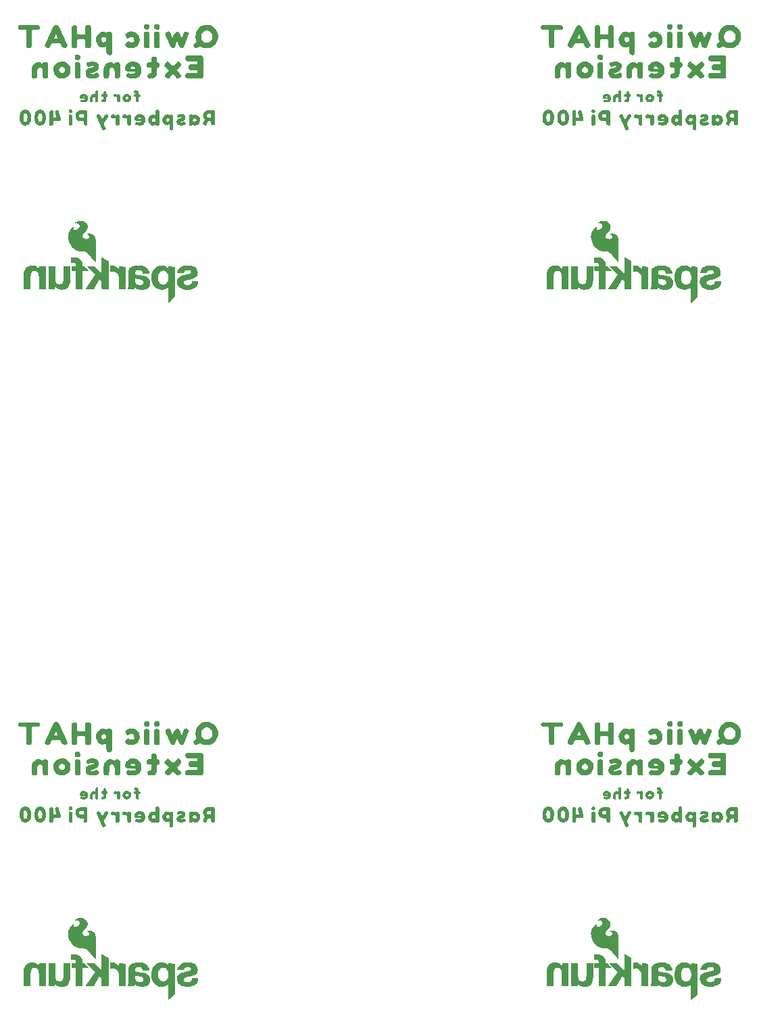
<source format=gbo>
G04 EAGLE Gerber RS-274X export*
G75*
%MOMM*%
%FSLAX34Y34*%
%LPD*%
%INSilkscreen Bottom*%
%IPPOS*%
%AMOC8*
5,1,8,0,0,1.08239X$1,22.5*%
G01*

G36*
X304106Y984699D02*
X304106Y984699D01*
X304192Y984702D01*
X304193Y984702D01*
X304194Y984703D01*
X304268Y984743D01*
X304345Y984785D01*
X304346Y984786D01*
X304396Y984858D01*
X304444Y984927D01*
X304445Y984928D01*
X304446Y984935D01*
X304472Y985069D01*
X304472Y1012669D01*
X304467Y1012689D01*
X304469Y1012716D01*
X304269Y1014316D01*
X304257Y1014348D01*
X304250Y1014397D01*
X303750Y1015797D01*
X303742Y1015809D01*
X303738Y1015826D01*
X303238Y1016926D01*
X303220Y1016950D01*
X303203Y1016987D01*
X302503Y1017987D01*
X302484Y1018004D01*
X302474Y1018023D01*
X302451Y1018039D01*
X302425Y1018069D01*
X301525Y1018769D01*
X301514Y1018774D01*
X301503Y1018785D01*
X300603Y1019385D01*
X300572Y1019397D01*
X300533Y1019422D01*
X299533Y1019822D01*
X299518Y1019824D01*
X299501Y1019833D01*
X298501Y1020133D01*
X298482Y1020134D01*
X298460Y1020143D01*
X297360Y1020343D01*
X297331Y1020341D01*
X297292Y1020349D01*
X295592Y1020349D01*
X295569Y1020344D01*
X295538Y1020345D01*
X294838Y1020245D01*
X294804Y1020232D01*
X294750Y1020222D01*
X294261Y1020026D01*
X294030Y1019949D01*
X293892Y1019949D01*
X293723Y1019910D01*
X293589Y1019799D01*
X293518Y1019641D01*
X293525Y1019468D01*
X293608Y1019316D01*
X293749Y1019216D01*
X293870Y1019193D01*
X294081Y1019052D01*
X294112Y1019041D01*
X294199Y1019000D01*
X294525Y1018919D01*
X294863Y1018665D01*
X294879Y1018658D01*
X294896Y1018643D01*
X295856Y1018067D01*
X296190Y1017733D01*
X296444Y1017309D01*
X296611Y1016807D01*
X296611Y1016231D01*
X296443Y1015725D01*
X296078Y1015087D01*
X295631Y1014550D01*
X295002Y1014101D01*
X294164Y1013728D01*
X293152Y1013452D01*
X291653Y1013546D01*
X290239Y1013923D01*
X289152Y1014557D01*
X288425Y1015556D01*
X287977Y1016632D01*
X288067Y1017883D01*
X288621Y1019268D01*
X289870Y1020709D01*
X291560Y1022400D01*
X291574Y1022422D01*
X291600Y1022446D01*
X292900Y1024246D01*
X292906Y1024261D01*
X292919Y1024276D01*
X293919Y1025976D01*
X293931Y1026013D01*
X293963Y1026086D01*
X294363Y1027886D01*
X294362Y1027920D01*
X294372Y1027969D01*
X294372Y1029669D01*
X294363Y1029707D01*
X294355Y1029782D01*
X293855Y1031382D01*
X293835Y1031416D01*
X293805Y1031484D01*
X292705Y1033084D01*
X292678Y1033109D01*
X292643Y1033154D01*
X290943Y1034654D01*
X290909Y1034672D01*
X290856Y1034712D01*
X288556Y1035812D01*
X288522Y1035819D01*
X288476Y1035840D01*
X286276Y1036340D01*
X286237Y1036339D01*
X286173Y1036349D01*
X284173Y1036249D01*
X284146Y1036241D01*
X284109Y1036240D01*
X282309Y1035840D01*
X282279Y1035825D01*
X282231Y1035813D01*
X280731Y1035113D01*
X280727Y1035110D01*
X280722Y1035109D01*
X280188Y1034842D01*
X279522Y1034509D01*
X279499Y1034490D01*
X279463Y1034473D01*
X278663Y1033873D01*
X278648Y1033855D01*
X278623Y1033838D01*
X278423Y1033638D01*
X278409Y1033616D01*
X278389Y1033599D01*
X278364Y1033543D01*
X278331Y1033490D01*
X278329Y1033465D01*
X278318Y1033441D01*
X278321Y1033379D01*
X278315Y1033318D01*
X278324Y1033294D01*
X278325Y1033268D01*
X278354Y1033214D01*
X278376Y1033156D01*
X278395Y1033139D01*
X278408Y1033116D01*
X278458Y1033080D01*
X278504Y1033038D01*
X278528Y1033031D01*
X278549Y1033016D01*
X278634Y1033000D01*
X278670Y1032989D01*
X278680Y1032991D01*
X278692Y1032989D01*
X278792Y1032989D01*
X278827Y1032997D01*
X278884Y1033000D01*
X279269Y1033096D01*
X279823Y1033189D01*
X280468Y1033189D01*
X281207Y1033096D01*
X282046Y1032817D01*
X282780Y1032450D01*
X283420Y1031901D01*
X283881Y1031348D01*
X284144Y1030909D01*
X284311Y1030407D01*
X284311Y1029331D01*
X284143Y1028825D01*
X283771Y1028174D01*
X283300Y1027515D01*
X282145Y1026360D01*
X281486Y1025889D01*
X280812Y1025504D01*
X280475Y1025336D01*
X280039Y1025118D01*
X279297Y1024839D01*
X278665Y1024749D01*
X278170Y1024749D01*
X277589Y1024998D01*
X277194Y1025314D01*
X276944Y1025815D01*
X276772Y1026331D01*
X276772Y1027307D01*
X276852Y1027549D01*
X276854Y1027570D01*
X276861Y1027584D01*
X276860Y1027608D01*
X276872Y1027669D01*
X276872Y1027869D01*
X276857Y1027932D01*
X276850Y1027996D01*
X276838Y1028015D01*
X276832Y1028038D01*
X276791Y1028087D01*
X276757Y1028141D01*
X276737Y1028153D01*
X276722Y1028171D01*
X276663Y1028198D01*
X276608Y1028231D01*
X276585Y1028233D01*
X276564Y1028242D01*
X276500Y1028240D01*
X276435Y1028245D01*
X276411Y1028236D01*
X276391Y1028235D01*
X276357Y1028217D01*
X276299Y1028197D01*
X274599Y1027197D01*
X274571Y1027170D01*
X274515Y1027129D01*
X272915Y1025429D01*
X272898Y1025401D01*
X272867Y1025367D01*
X271467Y1023067D01*
X271456Y1023035D01*
X271432Y1022993D01*
X270432Y1020093D01*
X270429Y1020064D01*
X270416Y1020027D01*
X269916Y1016827D01*
X269918Y1016794D01*
X269912Y1016747D01*
X270112Y1013247D01*
X270121Y1013216D01*
X270125Y1013170D01*
X271125Y1009470D01*
X271142Y1009437D01*
X271159Y1009384D01*
X273159Y1005784D01*
X273176Y1005765D01*
X273191Y1005735D01*
X274591Y1003935D01*
X274604Y1003925D01*
X274614Y1003909D01*
X276114Y1002309D01*
X276132Y1002297D01*
X276150Y1002275D01*
X277850Y1000875D01*
X277869Y1000866D01*
X277889Y1000847D01*
X279789Y999647D01*
X279816Y999638D01*
X279850Y999616D01*
X281850Y998816D01*
X281863Y998814D01*
X281876Y998806D01*
X284076Y998106D01*
X284106Y998104D01*
X284144Y998091D01*
X286544Y997791D01*
X286565Y997794D01*
X286592Y997789D01*
X290345Y997789D01*
X291459Y997510D01*
X292404Y997038D01*
X293461Y996365D01*
X294423Y995499D01*
X295410Y994413D01*
X295411Y994412D01*
X295412Y994411D01*
X296607Y993116D01*
X297803Y991721D01*
X297808Y991717D01*
X297812Y991711D01*
X299011Y990412D01*
X301211Y988012D01*
X302100Y987025D01*
X302791Y986135D01*
X302798Y986130D01*
X302803Y986121D01*
X303395Y985431D01*
X303667Y985068D01*
X303751Y984900D01*
X303752Y984899D01*
X303804Y984836D01*
X303861Y984766D01*
X303862Y984766D01*
X303938Y984732D01*
X304019Y984696D01*
X304020Y984696D01*
X304021Y984695D01*
X304106Y984699D01*
G37*
G36*
X959197Y111599D02*
X959197Y111599D01*
X959284Y111603D01*
X959285Y111603D01*
X959360Y111644D01*
X959436Y111685D01*
X959436Y111686D01*
X959437Y111686D01*
X959488Y111759D01*
X959536Y111827D01*
X959536Y111828D01*
X959537Y111835D01*
X959563Y111969D01*
X959563Y139569D01*
X959559Y139590D01*
X959560Y139616D01*
X959360Y141216D01*
X959349Y141248D01*
X959341Y141297D01*
X958841Y142697D01*
X958833Y142709D01*
X958829Y142727D01*
X958329Y143827D01*
X958311Y143850D01*
X958295Y143887D01*
X957595Y144887D01*
X957576Y144904D01*
X957565Y144924D01*
X957543Y144939D01*
X957516Y144969D01*
X956616Y145669D01*
X956605Y145675D01*
X956594Y145686D01*
X955694Y146286D01*
X955663Y146297D01*
X955624Y146322D01*
X954624Y146722D01*
X954609Y146725D01*
X954592Y146733D01*
X953592Y147033D01*
X953573Y147035D01*
X953551Y147043D01*
X952451Y147243D01*
X952422Y147242D01*
X952383Y147249D01*
X950683Y147249D01*
X950660Y147244D01*
X950629Y147246D01*
X949929Y147146D01*
X949896Y147133D01*
X949842Y147122D01*
X949352Y146926D01*
X949121Y146849D01*
X948983Y146849D01*
X948814Y146810D01*
X948681Y146700D01*
X948610Y146542D01*
X948616Y146369D01*
X948699Y146216D01*
X948841Y146117D01*
X948962Y146093D01*
X949172Y145953D01*
X949203Y145941D01*
X949291Y145900D01*
X949616Y145819D01*
X949955Y145565D01*
X949971Y145558D01*
X949987Y145543D01*
X950947Y144967D01*
X951281Y144633D01*
X951535Y144209D01*
X951703Y143707D01*
X951703Y143131D01*
X951534Y142625D01*
X951169Y141987D01*
X950722Y141450D01*
X950093Y141001D01*
X949255Y140628D01*
X948244Y140353D01*
X946744Y140446D01*
X945330Y140823D01*
X944244Y141457D01*
X943517Y142457D01*
X943069Y143532D01*
X943158Y144783D01*
X943712Y146169D01*
X944961Y147610D01*
X946652Y149300D01*
X946666Y149323D01*
X946691Y149347D01*
X947991Y151147D01*
X947997Y151161D01*
X948011Y151176D01*
X949011Y152876D01*
X949022Y152913D01*
X949054Y152987D01*
X949454Y154787D01*
X949454Y154821D01*
X949463Y154869D01*
X949463Y156569D01*
X949454Y156607D01*
X949446Y156683D01*
X948946Y158283D01*
X948926Y158316D01*
X948896Y158385D01*
X947796Y159985D01*
X947769Y160009D01*
X947735Y160054D01*
X946035Y161554D01*
X946000Y161573D01*
X945947Y161612D01*
X943647Y162712D01*
X943614Y162720D01*
X943567Y162740D01*
X941367Y163240D01*
X941329Y163240D01*
X941264Y163249D01*
X939264Y163149D01*
X939238Y163141D01*
X939201Y163140D01*
X937401Y162740D01*
X937370Y162726D01*
X937322Y162714D01*
X935822Y162014D01*
X935818Y162011D01*
X935813Y162009D01*
X935279Y161742D01*
X934613Y161409D01*
X934591Y161391D01*
X934555Y161373D01*
X933755Y160773D01*
X933740Y160755D01*
X933714Y160738D01*
X933514Y160538D01*
X933501Y160516D01*
X933481Y160500D01*
X933455Y160443D01*
X933423Y160391D01*
X933420Y160365D01*
X933410Y160342D01*
X933412Y160280D01*
X933406Y160218D01*
X933415Y160194D01*
X933416Y160169D01*
X933446Y160114D01*
X933468Y160056D01*
X933487Y160039D01*
X933499Y160016D01*
X933550Y159981D01*
X933595Y159939D01*
X933620Y159931D01*
X933641Y159917D01*
X933725Y159900D01*
X933761Y159890D01*
X933771Y159891D01*
X933783Y159889D01*
X933883Y159889D01*
X933919Y159897D01*
X933975Y159900D01*
X934361Y159997D01*
X934914Y160089D01*
X935559Y160089D01*
X936298Y159997D01*
X937137Y159717D01*
X937871Y159350D01*
X938511Y158801D01*
X938972Y158248D01*
X939235Y157809D01*
X939403Y157307D01*
X939403Y156231D01*
X939234Y155725D01*
X938862Y155075D01*
X938392Y154416D01*
X937236Y153260D01*
X936578Y152790D01*
X935903Y152404D01*
X935567Y152236D01*
X935131Y152018D01*
X934388Y151740D01*
X933756Y151649D01*
X933261Y151649D01*
X932680Y151898D01*
X932286Y152214D01*
X932035Y152715D01*
X931863Y153231D01*
X931863Y154207D01*
X931944Y154449D01*
X931946Y154470D01*
X931952Y154485D01*
X931951Y154508D01*
X931963Y154569D01*
X931963Y154769D01*
X931949Y154832D01*
X931941Y154896D01*
X931929Y154915D01*
X931924Y154938D01*
X931883Y154988D01*
X931848Y155042D01*
X931828Y155054D01*
X931814Y155072D01*
X931755Y155098D01*
X931700Y155131D01*
X931677Y155133D01*
X931655Y155142D01*
X931591Y155140D01*
X931527Y155145D01*
X931502Y155137D01*
X931482Y155136D01*
X931449Y155118D01*
X931390Y155097D01*
X929690Y154097D01*
X929662Y154070D01*
X929606Y154030D01*
X928006Y152330D01*
X927990Y152302D01*
X927958Y152267D01*
X926558Y149967D01*
X926548Y149935D01*
X926524Y149893D01*
X925524Y146993D01*
X925521Y146965D01*
X925507Y146928D01*
X925007Y143728D01*
X925010Y143695D01*
X925003Y143648D01*
X925203Y140148D01*
X925213Y140116D01*
X925216Y140070D01*
X926216Y136370D01*
X926233Y136338D01*
X926251Y136285D01*
X928251Y132685D01*
X928268Y132666D01*
X928283Y132636D01*
X929683Y130836D01*
X929695Y130826D01*
X929706Y130809D01*
X931206Y129209D01*
X931224Y129197D01*
X931241Y129176D01*
X932941Y127776D01*
X932960Y127766D01*
X932980Y127748D01*
X934880Y126548D01*
X934908Y126538D01*
X934942Y126516D01*
X936942Y125716D01*
X936954Y125714D01*
X936968Y125707D01*
X939168Y125007D01*
X939197Y125005D01*
X939236Y124992D01*
X941636Y124692D01*
X941657Y124694D01*
X941683Y124689D01*
X945436Y124689D01*
X946550Y124410D01*
X947495Y123938D01*
X948552Y123265D01*
X949514Y122399D01*
X950502Y121313D01*
X950503Y121313D01*
X950504Y121311D01*
X951698Y120017D01*
X952894Y118622D01*
X952900Y118618D01*
X952904Y118611D01*
X954103Y117312D01*
X956303Y114912D01*
X957191Y113925D01*
X957883Y113036D01*
X957889Y113031D01*
X957894Y113022D01*
X958486Y112331D01*
X958758Y111968D01*
X958842Y111801D01*
X958842Y111800D01*
X958843Y111799D01*
X958895Y111736D01*
X958952Y111667D01*
X958953Y111666D01*
X958954Y111666D01*
X959029Y111632D01*
X959111Y111596D01*
X959112Y111596D01*
X959197Y111599D01*
G37*
G36*
X959197Y984699D02*
X959197Y984699D01*
X959284Y984702D01*
X959285Y984703D01*
X959360Y984743D01*
X959436Y984785D01*
X959437Y984786D01*
X959488Y984858D01*
X959536Y984927D01*
X959536Y984928D01*
X959537Y984935D01*
X959563Y985069D01*
X959563Y1012669D01*
X959559Y1012689D01*
X959560Y1012716D01*
X959360Y1014316D01*
X959349Y1014348D01*
X959341Y1014397D01*
X958841Y1015797D01*
X958833Y1015809D01*
X958829Y1015826D01*
X958329Y1016926D01*
X958311Y1016950D01*
X958295Y1016987D01*
X957595Y1017987D01*
X957576Y1018004D01*
X957565Y1018023D01*
X957543Y1018039D01*
X957516Y1018069D01*
X956616Y1018769D01*
X956605Y1018774D01*
X956594Y1018785D01*
X955694Y1019385D01*
X955663Y1019397D01*
X955624Y1019422D01*
X954624Y1019822D01*
X954609Y1019824D01*
X954592Y1019833D01*
X953592Y1020133D01*
X953573Y1020134D01*
X953551Y1020143D01*
X952451Y1020343D01*
X952422Y1020341D01*
X952383Y1020349D01*
X950683Y1020349D01*
X950660Y1020344D01*
X950629Y1020345D01*
X949929Y1020245D01*
X949896Y1020232D01*
X949842Y1020222D01*
X949352Y1020026D01*
X949121Y1019949D01*
X948983Y1019949D01*
X948814Y1019910D01*
X948681Y1019799D01*
X948610Y1019641D01*
X948616Y1019468D01*
X948699Y1019316D01*
X948841Y1019216D01*
X948962Y1019193D01*
X949172Y1019052D01*
X949203Y1019041D01*
X949291Y1019000D01*
X949616Y1018919D01*
X949955Y1018665D01*
X949971Y1018658D01*
X949987Y1018643D01*
X950947Y1018067D01*
X951281Y1017733D01*
X951535Y1017309D01*
X951703Y1016807D01*
X951703Y1016231D01*
X951534Y1015725D01*
X951169Y1015087D01*
X950722Y1014550D01*
X950093Y1014101D01*
X949255Y1013728D01*
X948244Y1013452D01*
X946744Y1013546D01*
X945330Y1013923D01*
X944244Y1014557D01*
X943517Y1015556D01*
X943069Y1016632D01*
X943158Y1017883D01*
X943712Y1019268D01*
X944961Y1020709D01*
X946652Y1022400D01*
X946666Y1022422D01*
X946691Y1022446D01*
X947991Y1024246D01*
X947997Y1024261D01*
X948011Y1024276D01*
X949011Y1025976D01*
X949022Y1026013D01*
X949054Y1026086D01*
X949454Y1027886D01*
X949454Y1027920D01*
X949463Y1027969D01*
X949463Y1029669D01*
X949454Y1029707D01*
X949446Y1029782D01*
X948946Y1031382D01*
X948926Y1031416D01*
X948896Y1031484D01*
X947796Y1033084D01*
X947769Y1033109D01*
X947735Y1033154D01*
X946035Y1034654D01*
X946000Y1034672D01*
X945947Y1034712D01*
X943647Y1035812D01*
X943614Y1035819D01*
X943567Y1035840D01*
X941367Y1036340D01*
X941329Y1036339D01*
X941264Y1036349D01*
X939264Y1036249D01*
X939238Y1036241D01*
X939201Y1036240D01*
X937401Y1035840D01*
X937370Y1035825D01*
X937322Y1035813D01*
X935822Y1035113D01*
X935818Y1035110D01*
X935813Y1035109D01*
X935279Y1034842D01*
X934613Y1034509D01*
X934591Y1034490D01*
X934555Y1034473D01*
X933755Y1033873D01*
X933740Y1033855D01*
X933714Y1033838D01*
X933514Y1033638D01*
X933501Y1033616D01*
X933481Y1033599D01*
X933455Y1033543D01*
X933423Y1033490D01*
X933420Y1033465D01*
X933410Y1033441D01*
X933412Y1033379D01*
X933406Y1033318D01*
X933415Y1033294D01*
X933416Y1033268D01*
X933446Y1033214D01*
X933468Y1033156D01*
X933487Y1033139D01*
X933499Y1033116D01*
X933550Y1033080D01*
X933595Y1033038D01*
X933620Y1033031D01*
X933641Y1033016D01*
X933725Y1033000D01*
X933761Y1032989D01*
X933771Y1032991D01*
X933783Y1032989D01*
X933883Y1032989D01*
X933919Y1032997D01*
X933975Y1033000D01*
X934361Y1033096D01*
X934914Y1033189D01*
X935559Y1033189D01*
X936298Y1033096D01*
X937137Y1032817D01*
X937871Y1032450D01*
X938511Y1031901D01*
X938972Y1031348D01*
X939235Y1030909D01*
X939403Y1030407D01*
X939403Y1029331D01*
X939234Y1028825D01*
X938862Y1028174D01*
X938392Y1027515D01*
X937236Y1026360D01*
X936578Y1025889D01*
X935903Y1025504D01*
X935567Y1025336D01*
X935131Y1025118D01*
X934388Y1024839D01*
X933756Y1024749D01*
X933261Y1024749D01*
X932680Y1024998D01*
X932286Y1025314D01*
X932035Y1025815D01*
X931863Y1026331D01*
X931863Y1027307D01*
X931944Y1027549D01*
X931946Y1027570D01*
X931952Y1027584D01*
X931951Y1027608D01*
X931963Y1027669D01*
X931963Y1027869D01*
X931949Y1027932D01*
X931941Y1027996D01*
X931929Y1028015D01*
X931924Y1028038D01*
X931883Y1028087D01*
X931848Y1028141D01*
X931828Y1028153D01*
X931814Y1028171D01*
X931755Y1028198D01*
X931700Y1028231D01*
X931677Y1028233D01*
X931655Y1028242D01*
X931591Y1028240D01*
X931527Y1028245D01*
X931502Y1028236D01*
X931482Y1028235D01*
X931449Y1028217D01*
X931390Y1028197D01*
X929690Y1027197D01*
X929662Y1027170D01*
X929606Y1027129D01*
X928006Y1025429D01*
X927990Y1025401D01*
X927958Y1025367D01*
X926558Y1023067D01*
X926548Y1023035D01*
X926524Y1022993D01*
X925524Y1020093D01*
X925521Y1020064D01*
X925507Y1020027D01*
X925007Y1016827D01*
X925010Y1016794D01*
X925003Y1016747D01*
X925203Y1013247D01*
X925213Y1013216D01*
X925216Y1013170D01*
X926216Y1009470D01*
X926233Y1009437D01*
X926251Y1009384D01*
X928251Y1005784D01*
X928268Y1005765D01*
X928283Y1005735D01*
X929683Y1003935D01*
X929695Y1003925D01*
X929706Y1003909D01*
X931206Y1002309D01*
X931224Y1002297D01*
X931241Y1002275D01*
X932941Y1000875D01*
X932960Y1000866D01*
X932980Y1000847D01*
X934880Y999647D01*
X934908Y999638D01*
X934942Y999616D01*
X936942Y998816D01*
X936954Y998814D01*
X936968Y998806D01*
X939168Y998106D01*
X939197Y998104D01*
X939236Y998091D01*
X941636Y997791D01*
X941657Y997794D01*
X941683Y997789D01*
X945436Y997789D01*
X946550Y997510D01*
X947495Y997038D01*
X948552Y996365D01*
X949514Y995499D01*
X950502Y994413D01*
X950503Y994412D01*
X950504Y994411D01*
X951698Y993116D01*
X952894Y991721D01*
X952900Y991717D01*
X952904Y991711D01*
X954103Y990412D01*
X956303Y988012D01*
X957191Y987025D01*
X957883Y986135D01*
X957889Y986130D01*
X957894Y986121D01*
X958486Y985431D01*
X958758Y985068D01*
X958842Y984900D01*
X958843Y984899D01*
X958895Y984836D01*
X958952Y984766D01*
X958953Y984766D01*
X958954Y984766D01*
X959029Y984732D01*
X959111Y984696D01*
X959112Y984695D01*
X959197Y984699D01*
G37*
G36*
X304106Y111599D02*
X304106Y111599D01*
X304192Y111603D01*
X304193Y111603D01*
X304194Y111603D01*
X304268Y111644D01*
X304345Y111685D01*
X304345Y111686D01*
X304346Y111686D01*
X304396Y111759D01*
X304444Y111827D01*
X304444Y111828D01*
X304445Y111828D01*
X304446Y111835D01*
X304472Y111969D01*
X304472Y139569D01*
X304467Y139590D01*
X304469Y139616D01*
X304269Y141216D01*
X304257Y141248D01*
X304250Y141297D01*
X303750Y142697D01*
X303742Y142709D01*
X303738Y142727D01*
X303238Y143827D01*
X303220Y143850D01*
X303203Y143887D01*
X302503Y144887D01*
X302484Y144904D01*
X302474Y144924D01*
X302451Y144939D01*
X302425Y144969D01*
X301525Y145669D01*
X301514Y145675D01*
X301503Y145686D01*
X300603Y146286D01*
X300572Y146297D01*
X300533Y146322D01*
X299533Y146722D01*
X299518Y146725D01*
X299501Y146733D01*
X298501Y147033D01*
X298482Y147035D01*
X298460Y147043D01*
X297360Y147243D01*
X297331Y147242D01*
X297292Y147249D01*
X295592Y147249D01*
X295569Y147244D01*
X295538Y147246D01*
X294838Y147146D01*
X294804Y147133D01*
X294750Y147122D01*
X294261Y146926D01*
X294030Y146849D01*
X293892Y146849D01*
X293723Y146810D01*
X293589Y146700D01*
X293518Y146542D01*
X293525Y146369D01*
X293608Y146216D01*
X293749Y146117D01*
X293870Y146093D01*
X294081Y145953D01*
X294112Y145941D01*
X294199Y145900D01*
X294525Y145819D01*
X294863Y145565D01*
X294879Y145558D01*
X294896Y145543D01*
X295856Y144967D01*
X296190Y144633D01*
X296444Y144209D01*
X296611Y143707D01*
X296611Y143131D01*
X296443Y142625D01*
X296078Y141987D01*
X295631Y141450D01*
X295002Y141001D01*
X294164Y140628D01*
X293152Y140353D01*
X291653Y140446D01*
X290239Y140823D01*
X289152Y141457D01*
X288425Y142457D01*
X287977Y143532D01*
X288067Y144783D01*
X288621Y146169D01*
X289870Y147610D01*
X291560Y149300D01*
X291574Y149323D01*
X291600Y149347D01*
X292900Y151147D01*
X292906Y151161D01*
X292919Y151176D01*
X293919Y152876D01*
X293931Y152913D01*
X293963Y152987D01*
X294363Y154787D01*
X294362Y154821D01*
X294372Y154869D01*
X294372Y156569D01*
X294363Y156607D01*
X294355Y156683D01*
X293855Y158283D01*
X293835Y158316D01*
X293805Y158385D01*
X292705Y159985D01*
X292678Y160009D01*
X292643Y160054D01*
X290943Y161554D01*
X290909Y161573D01*
X290856Y161612D01*
X288556Y162712D01*
X288522Y162720D01*
X288476Y162740D01*
X286276Y163240D01*
X286237Y163240D01*
X286173Y163249D01*
X284173Y163149D01*
X284146Y163141D01*
X284109Y163140D01*
X282309Y162740D01*
X282279Y162726D01*
X282231Y162714D01*
X280731Y162014D01*
X280727Y162011D01*
X280722Y162009D01*
X280188Y161742D01*
X279522Y161409D01*
X279499Y161391D01*
X279463Y161373D01*
X278663Y160773D01*
X278648Y160755D01*
X278623Y160738D01*
X278423Y160538D01*
X278409Y160516D01*
X278389Y160500D01*
X278364Y160443D01*
X278331Y160391D01*
X278329Y160365D01*
X278318Y160342D01*
X278321Y160280D01*
X278315Y160218D01*
X278324Y160194D01*
X278325Y160169D01*
X278354Y160114D01*
X278376Y160056D01*
X278395Y160039D01*
X278408Y160016D01*
X278458Y159981D01*
X278504Y159939D01*
X278528Y159931D01*
X278549Y159917D01*
X278634Y159900D01*
X278670Y159890D01*
X278680Y159891D01*
X278692Y159889D01*
X278792Y159889D01*
X278827Y159897D01*
X278884Y159900D01*
X279269Y159997D01*
X279823Y160089D01*
X280468Y160089D01*
X281207Y159997D01*
X282046Y159717D01*
X282780Y159350D01*
X283420Y158801D01*
X283881Y158248D01*
X284144Y157809D01*
X284311Y157307D01*
X284311Y156231D01*
X284143Y155725D01*
X283771Y155075D01*
X283300Y154416D01*
X282145Y153260D01*
X281486Y152790D01*
X280812Y152404D01*
X280475Y152236D01*
X280039Y152018D01*
X279297Y151740D01*
X278665Y151649D01*
X278170Y151649D01*
X277589Y151898D01*
X277194Y152214D01*
X276944Y152715D01*
X276772Y153231D01*
X276772Y154207D01*
X276852Y154449D01*
X276854Y154470D01*
X276861Y154485D01*
X276860Y154508D01*
X276872Y154569D01*
X276872Y154769D01*
X276857Y154832D01*
X276850Y154896D01*
X276838Y154915D01*
X276832Y154938D01*
X276791Y154988D01*
X276757Y155042D01*
X276737Y155054D01*
X276722Y155072D01*
X276663Y155098D01*
X276608Y155131D01*
X276585Y155133D01*
X276564Y155142D01*
X276500Y155140D01*
X276435Y155145D01*
X276411Y155137D01*
X276391Y155136D01*
X276357Y155118D01*
X276299Y155097D01*
X274599Y154097D01*
X274571Y154070D01*
X274515Y154030D01*
X272915Y152330D01*
X272898Y152302D01*
X272867Y152267D01*
X271467Y149967D01*
X271456Y149935D01*
X271432Y149893D01*
X270432Y146993D01*
X270429Y146965D01*
X270416Y146928D01*
X269916Y143728D01*
X269918Y143695D01*
X269912Y143648D01*
X270112Y140148D01*
X270121Y140116D01*
X270125Y140070D01*
X271125Y136370D01*
X271142Y136338D01*
X271159Y136285D01*
X273159Y132685D01*
X273176Y132666D01*
X273191Y132636D01*
X274591Y130836D01*
X274604Y130826D01*
X274614Y130809D01*
X276114Y129209D01*
X276132Y129197D01*
X276150Y129176D01*
X277850Y127776D01*
X277869Y127766D01*
X277889Y127748D01*
X279789Y126548D01*
X279816Y126538D01*
X279850Y126516D01*
X281850Y125716D01*
X281863Y125714D01*
X281876Y125707D01*
X284076Y125007D01*
X284106Y125005D01*
X284144Y124992D01*
X286544Y124692D01*
X286565Y124694D01*
X286592Y124689D01*
X290345Y124689D01*
X291459Y124410D01*
X292404Y123938D01*
X293461Y123265D01*
X294423Y122399D01*
X295410Y121313D01*
X295411Y121313D01*
X295412Y121311D01*
X296607Y120017D01*
X297803Y118622D01*
X297808Y118618D01*
X297812Y118611D01*
X299011Y117312D01*
X301211Y114912D01*
X302100Y113925D01*
X302791Y113036D01*
X302798Y113031D01*
X302803Y113022D01*
X303395Y112331D01*
X303667Y111968D01*
X303751Y111801D01*
X303751Y111800D01*
X303752Y111799D01*
X303804Y111736D01*
X303861Y111667D01*
X303862Y111666D01*
X303938Y111632D01*
X304019Y111596D01*
X304020Y111596D01*
X304021Y111596D01*
X304106Y111599D01*
G37*
G36*
X1050612Y933799D02*
X1050612Y933799D01*
X1050684Y933802D01*
X1050698Y933810D01*
X1050713Y933812D01*
X1050828Y933881D01*
X1050836Y933885D01*
X1050836Y933886D01*
X1050837Y933886D01*
X1051829Y934779D01*
X1052821Y935572D01*
X1052827Y935580D01*
X1052837Y935586D01*
X1053837Y936486D01*
X1053843Y936494D01*
X1053852Y936500D01*
X1054737Y937385D01*
X1055721Y938172D01*
X1055727Y938180D01*
X1055737Y938186D01*
X1056736Y939085D01*
X1057636Y939885D01*
X1057637Y939886D01*
X1058637Y940786D01*
X1058688Y940859D01*
X1058736Y940927D01*
X1058736Y940928D01*
X1058738Y940937D01*
X1058763Y941069D01*
X1058763Y977969D01*
X1058761Y977978D01*
X1058763Y977988D01*
X1058741Y978062D01*
X1058724Y978138D01*
X1058718Y978145D01*
X1058715Y978154D01*
X1058663Y978211D01*
X1058614Y978271D01*
X1058605Y978275D01*
X1058598Y978282D01*
X1058466Y978340D01*
X1056666Y978740D01*
X1056646Y978740D01*
X1056621Y978747D01*
X1055643Y978845D01*
X1054766Y979040D01*
X1054747Y979040D01*
X1054725Y979047D01*
X1053845Y979144D01*
X1052966Y979340D01*
X1052962Y979340D01*
X1052958Y979342D01*
X1051958Y979542D01*
X1051943Y979541D01*
X1051925Y979547D01*
X1051025Y979647D01*
X1050954Y979638D01*
X1050882Y979635D01*
X1050869Y979628D01*
X1050853Y979626D01*
X1050793Y979587D01*
X1050730Y979553D01*
X1050721Y979540D01*
X1050708Y979531D01*
X1050672Y979470D01*
X1050630Y979411D01*
X1050627Y979394D01*
X1050620Y979382D01*
X1050617Y979343D01*
X1050603Y979269D01*
X1050603Y976838D01*
X1050491Y976992D01*
X1050480Y977001D01*
X1050476Y977010D01*
X1050466Y977016D01*
X1050452Y977038D01*
X1049552Y977938D01*
X1049543Y977943D01*
X1049536Y977953D01*
X1048636Y978753D01*
X1048609Y978767D01*
X1048579Y978795D01*
X1047579Y979395D01*
X1047550Y979404D01*
X1047513Y979426D01*
X1046413Y979826D01*
X1046408Y979827D01*
X1046403Y979830D01*
X1045203Y980230D01*
X1045167Y980233D01*
X1045112Y980248D01*
X1043814Y980348D01*
X1042615Y980448D01*
X1042586Y980443D01*
X1042546Y980447D01*
X1039446Y980147D01*
X1039414Y980136D01*
X1039363Y980130D01*
X1036663Y979230D01*
X1036630Y979209D01*
X1036569Y979183D01*
X1034369Y977683D01*
X1034346Y977658D01*
X1034307Y977630D01*
X1032507Y975730D01*
X1032490Y975702D01*
X1032458Y975667D01*
X1031058Y973367D01*
X1031048Y973336D01*
X1031025Y973298D01*
X1030125Y970798D01*
X1030123Y970775D01*
X1030111Y970748D01*
X1029511Y967948D01*
X1029512Y967925D01*
X1029504Y967894D01*
X1029304Y964894D01*
X1029307Y964871D01*
X1029304Y964842D01*
X1029504Y962042D01*
X1029511Y962018D01*
X1029512Y961986D01*
X1030112Y959286D01*
X1030122Y959265D01*
X1030127Y959235D01*
X1031027Y956835D01*
X1031045Y956808D01*
X1031062Y956765D01*
X1032462Y954565D01*
X1032481Y954546D01*
X1032500Y954515D01*
X1034200Y952615D01*
X1034231Y952593D01*
X1034279Y952548D01*
X1036479Y951148D01*
X1036511Y951137D01*
X1036554Y951111D01*
X1039054Y950211D01*
X1039090Y950207D01*
X1039144Y950191D01*
X1042044Y949891D01*
X1042073Y949894D01*
X1042112Y949890D01*
X1043412Y949990D01*
X1043427Y949994D01*
X1043446Y949994D01*
X1044646Y950194D01*
X1044658Y950199D01*
X1044675Y950200D01*
X1045875Y950500D01*
X1045901Y950513D01*
X1045940Y950523D01*
X1047040Y951023D01*
X1047050Y951030D01*
X1047065Y951035D01*
X1048165Y951635D01*
X1048179Y951648D01*
X1048201Y951657D01*
X1049201Y952357D01*
X1049225Y952384D01*
X1049267Y952416D01*
X1050067Y953316D01*
X1050071Y953324D01*
X1050080Y953331D01*
X1050203Y953485D01*
X1050203Y934169D01*
X1050206Y934153D01*
X1050204Y934138D01*
X1050226Y934070D01*
X1050242Y934000D01*
X1050252Y933988D01*
X1050257Y933973D01*
X1050307Y933922D01*
X1050352Y933866D01*
X1050367Y933860D01*
X1050378Y933849D01*
X1050445Y933825D01*
X1050511Y933796D01*
X1050526Y933796D01*
X1050541Y933791D01*
X1050612Y933799D01*
G37*
G36*
X395521Y933799D02*
X395521Y933799D01*
X395592Y933802D01*
X395606Y933810D01*
X395622Y933812D01*
X395737Y933881D01*
X395745Y933885D01*
X395745Y933886D01*
X395746Y933886D01*
X396738Y934779D01*
X397729Y935572D01*
X397735Y935580D01*
X397746Y935586D01*
X398746Y936486D01*
X398751Y936494D01*
X398760Y936500D01*
X399646Y937385D01*
X400629Y938172D01*
X400635Y938180D01*
X400646Y938186D01*
X401644Y939085D01*
X402544Y939885D01*
X402545Y939885D01*
X402546Y939886D01*
X403546Y940786D01*
X403596Y940859D01*
X403644Y940927D01*
X403644Y940928D01*
X403645Y940928D01*
X403646Y940937D01*
X403672Y941069D01*
X403672Y977969D01*
X403670Y977978D01*
X403671Y977988D01*
X403650Y978062D01*
X403632Y978138D01*
X403626Y978145D01*
X403624Y978154D01*
X403572Y978211D01*
X403522Y978271D01*
X403513Y978275D01*
X403507Y978282D01*
X403374Y978340D01*
X401574Y978740D01*
X401554Y978740D01*
X401529Y978747D01*
X400552Y978845D01*
X399674Y979040D01*
X399656Y979040D01*
X399634Y979047D01*
X398754Y979144D01*
X397874Y979340D01*
X397870Y979340D01*
X397866Y979342D01*
X396866Y979542D01*
X396851Y979541D01*
X396834Y979547D01*
X395934Y979647D01*
X395863Y979638D01*
X395791Y979635D01*
X395777Y979628D01*
X395762Y979626D01*
X395702Y979587D01*
X395639Y979553D01*
X395630Y979540D01*
X395617Y979531D01*
X395580Y979470D01*
X395539Y979411D01*
X395536Y979394D01*
X395529Y979382D01*
X395526Y979343D01*
X395511Y979269D01*
X395511Y976838D01*
X395399Y976992D01*
X395389Y977001D01*
X395384Y977010D01*
X395375Y977016D01*
X395360Y977038D01*
X394460Y977938D01*
X394452Y977943D01*
X394444Y977953D01*
X393544Y978753D01*
X393518Y978767D01*
X393487Y978795D01*
X392487Y979395D01*
X392458Y979404D01*
X392422Y979426D01*
X391322Y979826D01*
X391317Y979827D01*
X391312Y979830D01*
X390112Y980230D01*
X390075Y980233D01*
X390021Y980248D01*
X388723Y980348D01*
X387523Y980448D01*
X387494Y980443D01*
X387455Y980447D01*
X384355Y980147D01*
X384322Y980136D01*
X384271Y980130D01*
X381571Y979230D01*
X381538Y979209D01*
X381477Y979183D01*
X379277Y977683D01*
X379255Y977658D01*
X379216Y977630D01*
X377416Y975730D01*
X377399Y975702D01*
X377367Y975667D01*
X375967Y973367D01*
X375957Y973336D01*
X375934Y973298D01*
X375034Y970798D01*
X375031Y970775D01*
X375020Y970748D01*
X374420Y967948D01*
X374420Y967925D01*
X374412Y967894D01*
X374212Y964894D01*
X374216Y964871D01*
X374212Y964842D01*
X374412Y962042D01*
X374420Y962018D01*
X374420Y961986D01*
X375020Y959286D01*
X375031Y959265D01*
X375036Y959235D01*
X375936Y956835D01*
X375954Y956808D01*
X375971Y956765D01*
X377371Y954565D01*
X377390Y954546D01*
X377408Y954515D01*
X379108Y952615D01*
X379140Y952593D01*
X379187Y952548D01*
X381387Y951148D01*
X381420Y951137D01*
X381463Y951111D01*
X383963Y950211D01*
X383999Y950207D01*
X384052Y950191D01*
X386952Y949891D01*
X386981Y949894D01*
X387021Y949890D01*
X388321Y949990D01*
X388335Y949994D01*
X388354Y949994D01*
X389554Y950194D01*
X389567Y950199D01*
X389584Y950200D01*
X390784Y950500D01*
X390810Y950513D01*
X390849Y950523D01*
X391949Y951023D01*
X391959Y951030D01*
X391974Y951035D01*
X393074Y951635D01*
X393088Y951648D01*
X393110Y951657D01*
X394110Y952357D01*
X394133Y952384D01*
X394176Y952416D01*
X394976Y953316D01*
X394980Y953324D01*
X394989Y953331D01*
X395111Y953485D01*
X395111Y934169D01*
X395115Y934153D01*
X395113Y934138D01*
X395135Y934070D01*
X395151Y934000D01*
X395161Y933988D01*
X395166Y933973D01*
X395215Y933922D01*
X395261Y933866D01*
X395275Y933860D01*
X395286Y933849D01*
X395354Y933825D01*
X395419Y933796D01*
X395435Y933796D01*
X395450Y933791D01*
X395521Y933799D01*
G37*
G36*
X1050612Y60700D02*
X1050612Y60700D01*
X1050684Y60703D01*
X1050698Y60710D01*
X1050713Y60712D01*
X1050828Y60781D01*
X1050836Y60785D01*
X1050836Y60786D01*
X1050837Y60787D01*
X1051829Y61679D01*
X1052821Y62472D01*
X1052827Y62480D01*
X1052837Y62487D01*
X1053837Y63387D01*
X1053843Y63394D01*
X1053852Y63400D01*
X1054737Y64285D01*
X1055721Y65072D01*
X1055727Y65080D01*
X1055737Y65087D01*
X1056736Y65985D01*
X1057636Y66785D01*
X1057636Y66786D01*
X1057637Y66787D01*
X1058637Y67687D01*
X1058688Y67759D01*
X1058736Y67827D01*
X1058736Y67828D01*
X1058736Y67829D01*
X1058738Y67838D01*
X1058763Y67969D01*
X1058763Y104869D01*
X1058761Y104879D01*
X1058763Y104888D01*
X1058741Y104962D01*
X1058724Y105038D01*
X1058718Y105045D01*
X1058715Y105054D01*
X1058663Y105112D01*
X1058614Y105172D01*
X1058605Y105175D01*
X1058598Y105183D01*
X1058466Y105240D01*
X1056666Y105640D01*
X1056646Y105640D01*
X1056621Y105648D01*
X1055643Y105745D01*
X1054766Y105940D01*
X1054747Y105940D01*
X1054725Y105947D01*
X1053845Y106045D01*
X1052966Y106240D01*
X1052962Y106240D01*
X1052958Y106242D01*
X1051958Y106442D01*
X1051943Y106442D01*
X1051925Y106447D01*
X1051025Y106547D01*
X1050954Y106539D01*
X1050882Y106536D01*
X1050869Y106528D01*
X1050853Y106527D01*
X1050793Y106487D01*
X1050730Y106453D01*
X1050721Y106440D01*
X1050708Y106432D01*
X1050672Y106370D01*
X1050630Y106311D01*
X1050627Y106294D01*
X1050620Y106282D01*
X1050617Y106243D01*
X1050603Y106169D01*
X1050603Y103739D01*
X1050491Y103893D01*
X1050480Y103902D01*
X1050476Y103910D01*
X1050466Y103917D01*
X1050452Y103938D01*
X1049552Y104838D01*
X1049543Y104843D01*
X1049536Y104853D01*
X1048636Y105653D01*
X1048609Y105668D01*
X1048579Y105695D01*
X1047579Y106295D01*
X1047550Y106305D01*
X1047513Y106327D01*
X1046413Y106727D01*
X1046408Y106727D01*
X1046403Y106730D01*
X1045203Y107130D01*
X1045167Y107133D01*
X1045112Y107148D01*
X1043814Y107248D01*
X1042615Y107348D01*
X1042586Y107344D01*
X1042546Y107348D01*
X1039446Y107048D01*
X1039414Y107037D01*
X1039363Y107030D01*
X1036663Y106130D01*
X1036630Y106110D01*
X1036569Y106083D01*
X1034369Y104583D01*
X1034346Y104559D01*
X1034307Y104531D01*
X1032507Y102631D01*
X1032490Y102602D01*
X1032458Y102567D01*
X1031058Y100267D01*
X1031048Y100237D01*
X1031025Y100198D01*
X1030125Y97698D01*
X1030123Y97676D01*
X1030111Y97649D01*
X1029511Y94849D01*
X1029512Y94825D01*
X1029504Y94794D01*
X1029304Y91794D01*
X1029307Y91772D01*
X1029304Y91742D01*
X1029504Y88942D01*
X1029511Y88919D01*
X1029512Y88887D01*
X1030112Y86187D01*
X1030122Y86166D01*
X1030127Y86136D01*
X1031027Y83736D01*
X1031045Y83709D01*
X1031062Y83665D01*
X1032462Y81465D01*
X1032481Y81446D01*
X1032500Y81416D01*
X1034200Y79516D01*
X1034231Y79493D01*
X1034279Y79448D01*
X1036479Y78048D01*
X1036511Y78037D01*
X1036554Y78011D01*
X1039054Y77111D01*
X1039090Y77107D01*
X1039144Y77091D01*
X1042044Y76791D01*
X1042073Y76795D01*
X1042112Y76790D01*
X1043412Y76890D01*
X1043427Y76895D01*
X1043446Y76894D01*
X1044646Y77094D01*
X1044658Y77099D01*
X1044675Y77100D01*
X1045875Y77400D01*
X1045901Y77414D01*
X1045940Y77423D01*
X1047040Y77923D01*
X1047050Y77931D01*
X1047065Y77935D01*
X1048165Y78535D01*
X1048179Y78548D01*
X1048201Y78558D01*
X1049201Y79258D01*
X1049225Y79284D01*
X1049267Y79317D01*
X1050067Y80217D01*
X1050071Y80224D01*
X1050080Y80232D01*
X1050203Y80385D01*
X1050203Y61069D01*
X1050206Y61054D01*
X1050204Y61038D01*
X1050226Y60970D01*
X1050242Y60900D01*
X1050252Y60888D01*
X1050257Y60873D01*
X1050307Y60822D01*
X1050352Y60767D01*
X1050367Y60760D01*
X1050378Y60749D01*
X1050445Y60725D01*
X1050511Y60696D01*
X1050526Y60697D01*
X1050541Y60691D01*
X1050612Y60700D01*
G37*
G36*
X395521Y60700D02*
X395521Y60700D01*
X395592Y60703D01*
X395606Y60710D01*
X395622Y60712D01*
X395737Y60781D01*
X395745Y60785D01*
X395745Y60786D01*
X395746Y60787D01*
X396738Y61679D01*
X397729Y62472D01*
X397735Y62480D01*
X397746Y62487D01*
X398746Y63387D01*
X398751Y63394D01*
X398760Y63400D01*
X399646Y64285D01*
X400629Y65072D01*
X400635Y65080D01*
X400646Y65087D01*
X401644Y65985D01*
X402544Y66785D01*
X402545Y66786D01*
X402546Y66787D01*
X403546Y67687D01*
X403596Y67759D01*
X403644Y67827D01*
X403644Y67828D01*
X403645Y67829D01*
X403646Y67838D01*
X403672Y67969D01*
X403672Y104869D01*
X403670Y104879D01*
X403671Y104888D01*
X403650Y104962D01*
X403632Y105038D01*
X403626Y105045D01*
X403624Y105054D01*
X403572Y105112D01*
X403522Y105172D01*
X403513Y105175D01*
X403507Y105183D01*
X403374Y105240D01*
X401574Y105640D01*
X401554Y105640D01*
X401529Y105648D01*
X400552Y105745D01*
X399674Y105940D01*
X399656Y105940D01*
X399634Y105947D01*
X398754Y106045D01*
X397874Y106240D01*
X397870Y106240D01*
X397866Y106242D01*
X396866Y106442D01*
X396851Y106442D01*
X396834Y106447D01*
X395934Y106547D01*
X395863Y106539D01*
X395791Y106536D01*
X395777Y106528D01*
X395762Y106527D01*
X395702Y106487D01*
X395639Y106453D01*
X395630Y106440D01*
X395617Y106432D01*
X395580Y106370D01*
X395539Y106311D01*
X395536Y106294D01*
X395529Y106282D01*
X395526Y106243D01*
X395511Y106169D01*
X395511Y103739D01*
X395399Y103893D01*
X395389Y103902D01*
X395384Y103910D01*
X395375Y103917D01*
X395360Y103938D01*
X394460Y104838D01*
X394452Y104843D01*
X394444Y104853D01*
X393544Y105653D01*
X393518Y105668D01*
X393487Y105695D01*
X392487Y106295D01*
X392458Y106305D01*
X392422Y106327D01*
X391322Y106727D01*
X391317Y106727D01*
X391312Y106730D01*
X390112Y107130D01*
X390075Y107133D01*
X390021Y107148D01*
X388723Y107248D01*
X387523Y107348D01*
X387494Y107344D01*
X387455Y107348D01*
X384355Y107048D01*
X384322Y107037D01*
X384271Y107030D01*
X381571Y106130D01*
X381538Y106110D01*
X381477Y106083D01*
X379277Y104583D01*
X379255Y104559D01*
X379216Y104531D01*
X377416Y102631D01*
X377399Y102602D01*
X377367Y102567D01*
X375967Y100267D01*
X375957Y100237D01*
X375934Y100198D01*
X375034Y97698D01*
X375031Y97676D01*
X375020Y97649D01*
X374420Y94849D01*
X374420Y94825D01*
X374412Y94794D01*
X374212Y91794D01*
X374216Y91772D01*
X374212Y91742D01*
X374412Y88942D01*
X374420Y88919D01*
X374420Y88887D01*
X375020Y86187D01*
X375031Y86166D01*
X375036Y86136D01*
X375936Y83736D01*
X375954Y83709D01*
X375971Y83665D01*
X377371Y81465D01*
X377390Y81446D01*
X377408Y81416D01*
X379108Y79516D01*
X379140Y79493D01*
X379187Y79448D01*
X381387Y78048D01*
X381420Y78037D01*
X381463Y78011D01*
X383963Y77111D01*
X383999Y77107D01*
X384052Y77091D01*
X386952Y76791D01*
X386981Y76795D01*
X387021Y76790D01*
X388321Y76890D01*
X388335Y76895D01*
X388354Y76894D01*
X389554Y77094D01*
X389567Y77099D01*
X389584Y77100D01*
X390784Y77400D01*
X390810Y77414D01*
X390849Y77423D01*
X391949Y77923D01*
X391959Y77931D01*
X391974Y77935D01*
X393074Y78535D01*
X393088Y78548D01*
X393110Y78558D01*
X394110Y79258D01*
X394133Y79284D01*
X394176Y79317D01*
X394976Y80217D01*
X394980Y80224D01*
X394989Y80232D01*
X395111Y80385D01*
X395111Y61069D01*
X395115Y61054D01*
X395113Y61038D01*
X395135Y60970D01*
X395151Y60900D01*
X395161Y60888D01*
X395166Y60873D01*
X395215Y60822D01*
X395261Y60767D01*
X395275Y60760D01*
X395286Y60749D01*
X395354Y60725D01*
X395419Y60696D01*
X395435Y60697D01*
X395450Y60691D01*
X395521Y60700D01*
G37*
G36*
X443904Y379403D02*
X443904Y379403D01*
X443906Y379400D01*
X446006Y379600D01*
X446009Y379603D01*
X446012Y379601D01*
X447912Y380001D01*
X447916Y380006D01*
X447921Y380004D01*
X449821Y380804D01*
X449823Y380808D01*
X449827Y380807D01*
X451527Y381807D01*
X451529Y381812D01*
X451533Y381811D01*
X453133Y383111D01*
X453134Y383116D01*
X453138Y383116D01*
X454538Y384616D01*
X454538Y384621D01*
X454542Y384621D01*
X455742Y386321D01*
X455742Y386326D01*
X455745Y386326D01*
X456645Y388026D01*
X456636Y388085D01*
X456624Y388083D01*
X456621Y388094D01*
X451879Y390174D01*
X456682Y388104D01*
X456740Y388118D01*
X456737Y388130D01*
X456748Y388134D01*
X457348Y389934D01*
X457347Y389938D01*
X457350Y389940D01*
X457750Y391940D01*
X457748Y391944D01*
X457749Y391945D01*
X457749Y391946D01*
X457751Y391947D01*
X457851Y394047D01*
X457849Y394050D01*
X457851Y394052D01*
X457751Y396052D01*
X457747Y396056D01*
X457750Y396059D01*
X457350Y398059D01*
X457347Y398062D01*
X457349Y398064D01*
X456749Y399964D01*
X456744Y399967D01*
X456746Y399970D01*
X455846Y401870D01*
X455842Y401873D01*
X455843Y401876D01*
X454743Y403576D01*
X454736Y403579D01*
X454736Y403584D01*
X453336Y404984D01*
X453333Y404985D01*
X453333Y404987D01*
X451733Y406287D01*
X451727Y406288D01*
X451727Y406292D01*
X450027Y407292D01*
X450022Y407291D01*
X450021Y407295D01*
X448121Y408095D01*
X448114Y408093D01*
X448112Y408097D01*
X446212Y408497D01*
X446208Y408496D01*
X446206Y408498D01*
X444106Y408698D01*
X444102Y408695D01*
X444099Y408698D01*
X442099Y408598D01*
X442096Y408596D01*
X442094Y408598D01*
X440094Y408298D01*
X440089Y408293D01*
X440085Y408295D01*
X438185Y407595D01*
X438182Y407591D01*
X438179Y407593D01*
X436479Y406693D01*
X436477Y406688D01*
X436473Y406689D01*
X434773Y405489D01*
X434771Y405483D01*
X434767Y405484D01*
X433267Y403984D01*
X433266Y403980D01*
X433263Y403980D01*
X431963Y402380D01*
X431963Y402375D01*
X431959Y402374D01*
X430959Y400674D01*
X430960Y400668D01*
X430956Y400667D01*
X430256Y398867D01*
X430257Y398862D01*
X430254Y398861D01*
X429754Y396861D01*
X429756Y396856D01*
X429753Y396854D01*
X429553Y394854D01*
X429555Y394851D01*
X429552Y394849D01*
X429552Y392749D01*
X429556Y392745D01*
X429553Y392742D01*
X429853Y390742D01*
X429857Y390738D01*
X429855Y390734D01*
X430455Y388834D01*
X430457Y388833D01*
X430456Y388832D01*
X430941Y387570D01*
X428976Y386391D01*
X428973Y386384D01*
X428968Y386385D01*
X427568Y385085D01*
X427565Y385066D01*
X427554Y385061D01*
X427154Y383461D01*
X427163Y383440D01*
X427157Y383429D01*
X427957Y381629D01*
X427965Y381625D01*
X427963Y381619D01*
X429463Y379719D01*
X429486Y379713D01*
X429492Y379701D01*
X430992Y379401D01*
X431014Y379412D01*
X431026Y379407D01*
X432926Y380507D01*
X432928Y380510D01*
X432930Y380509D01*
X434713Y381797D01*
X436184Y381502D01*
X437978Y380506D01*
X437985Y380507D01*
X437987Y380502D01*
X439887Y379902D01*
X439891Y379904D01*
X439892Y379901D01*
X441892Y379501D01*
X441897Y379503D01*
X441899Y379500D01*
X443899Y379400D01*
X443904Y379403D01*
G37*
G36*
X443904Y1252503D02*
X443904Y1252503D01*
X443906Y1252500D01*
X446006Y1252700D01*
X446009Y1252703D01*
X446012Y1252701D01*
X447912Y1253101D01*
X447916Y1253106D01*
X447921Y1253103D01*
X449821Y1253903D01*
X449823Y1253908D01*
X449827Y1253906D01*
X451527Y1254906D01*
X451529Y1254912D01*
X451533Y1254911D01*
X453133Y1256211D01*
X453134Y1256216D01*
X453138Y1256215D01*
X454538Y1257715D01*
X454538Y1257720D01*
X454542Y1257720D01*
X455742Y1259420D01*
X455742Y1259425D01*
X455745Y1259426D01*
X456645Y1261126D01*
X456636Y1261184D01*
X456624Y1261183D01*
X456621Y1261194D01*
X451879Y1263274D01*
X456682Y1261204D01*
X456740Y1261218D01*
X456737Y1261229D01*
X456748Y1261233D01*
X457348Y1263033D01*
X457347Y1263038D01*
X457350Y1263039D01*
X457750Y1265039D01*
X457748Y1265044D01*
X457749Y1265045D01*
X457751Y1265046D01*
X457851Y1267146D01*
X457849Y1267150D01*
X457851Y1267151D01*
X457751Y1269151D01*
X457747Y1269155D01*
X457750Y1269158D01*
X457350Y1271158D01*
X457347Y1271161D01*
X457349Y1271164D01*
X456749Y1273064D01*
X456744Y1273067D01*
X456746Y1273070D01*
X455846Y1274970D01*
X455842Y1274972D01*
X455843Y1274976D01*
X454743Y1276676D01*
X454736Y1276678D01*
X454736Y1276684D01*
X453336Y1278084D01*
X453333Y1278084D01*
X453333Y1278087D01*
X451733Y1279387D01*
X451727Y1279387D01*
X451727Y1279391D01*
X450027Y1280391D01*
X450022Y1280391D01*
X450021Y1280394D01*
X448121Y1281194D01*
X448114Y1281192D01*
X448112Y1281197D01*
X446212Y1281597D01*
X446208Y1281595D01*
X446206Y1281598D01*
X444106Y1281798D01*
X444102Y1281795D01*
X444099Y1281798D01*
X442099Y1281698D01*
X442096Y1281696D01*
X442094Y1281698D01*
X440094Y1281398D01*
X440089Y1281392D01*
X440085Y1281395D01*
X438185Y1280695D01*
X438182Y1280691D01*
X438179Y1280692D01*
X436479Y1279792D01*
X436477Y1279788D01*
X436473Y1279789D01*
X434773Y1278589D01*
X434771Y1278583D01*
X434767Y1278584D01*
X433267Y1277084D01*
X433266Y1277080D01*
X433263Y1277080D01*
X431963Y1275480D01*
X431963Y1275474D01*
X431959Y1275474D01*
X430959Y1273774D01*
X430960Y1273768D01*
X430956Y1273767D01*
X430256Y1271967D01*
X430257Y1271962D01*
X430254Y1271961D01*
X429754Y1269961D01*
X429756Y1269956D01*
X429753Y1269954D01*
X429553Y1267954D01*
X429555Y1267950D01*
X429552Y1267949D01*
X429552Y1265849D01*
X429556Y1265844D01*
X429553Y1265841D01*
X429853Y1263841D01*
X429857Y1263837D01*
X429855Y1263834D01*
X430455Y1261934D01*
X430457Y1261933D01*
X430456Y1261931D01*
X430941Y1260670D01*
X428976Y1259491D01*
X428973Y1259484D01*
X428968Y1259485D01*
X427568Y1258185D01*
X427565Y1258165D01*
X427554Y1258161D01*
X427154Y1256561D01*
X427163Y1256540D01*
X427157Y1256529D01*
X427957Y1254729D01*
X427965Y1254724D01*
X427963Y1254718D01*
X429463Y1252818D01*
X429486Y1252812D01*
X429492Y1252801D01*
X430992Y1252501D01*
X431014Y1252511D01*
X431026Y1252506D01*
X432926Y1253606D01*
X432928Y1253610D01*
X432930Y1253609D01*
X434713Y1254896D01*
X436184Y1254602D01*
X437978Y1253606D01*
X437985Y1253607D01*
X437987Y1253602D01*
X439887Y1253002D01*
X439891Y1253003D01*
X439892Y1253001D01*
X441892Y1252601D01*
X441897Y1252603D01*
X441899Y1252600D01*
X443899Y1252500D01*
X443904Y1252503D01*
G37*
G36*
X1098995Y1252503D02*
X1098995Y1252503D01*
X1098998Y1252500D01*
X1101098Y1252700D01*
X1101101Y1252703D01*
X1101103Y1252701D01*
X1103003Y1253101D01*
X1103008Y1253106D01*
X1103012Y1253103D01*
X1104912Y1253903D01*
X1104915Y1253908D01*
X1104918Y1253906D01*
X1106618Y1254906D01*
X1106620Y1254912D01*
X1106624Y1254911D01*
X1108224Y1256211D01*
X1108225Y1256216D01*
X1108229Y1256215D01*
X1109629Y1257715D01*
X1109630Y1257720D01*
X1109633Y1257720D01*
X1110833Y1259420D01*
X1110833Y1259425D01*
X1110837Y1259426D01*
X1111737Y1261126D01*
X1111727Y1261184D01*
X1111715Y1261183D01*
X1111713Y1261194D01*
X1106971Y1263274D01*
X1111774Y1261204D01*
X1111831Y1261218D01*
X1111828Y1261229D01*
X1111840Y1261233D01*
X1112440Y1263033D01*
X1112438Y1263038D01*
X1112441Y1263039D01*
X1112841Y1265039D01*
X1112839Y1265044D01*
X1112841Y1265045D01*
X1112842Y1265046D01*
X1112942Y1267146D01*
X1112940Y1267150D01*
X1112942Y1267151D01*
X1112842Y1269151D01*
X1112839Y1269155D01*
X1112841Y1269158D01*
X1112441Y1271158D01*
X1112438Y1271161D01*
X1112440Y1271164D01*
X1111840Y1273064D01*
X1111836Y1273067D01*
X1111838Y1273070D01*
X1110938Y1274970D01*
X1110933Y1274972D01*
X1110934Y1274976D01*
X1109834Y1276676D01*
X1109827Y1276678D01*
X1109828Y1276684D01*
X1108428Y1278084D01*
X1108424Y1278084D01*
X1108424Y1278087D01*
X1106824Y1279387D01*
X1106818Y1279387D01*
X1106818Y1279391D01*
X1105118Y1280391D01*
X1105113Y1280391D01*
X1105112Y1280394D01*
X1103212Y1281194D01*
X1103205Y1281192D01*
X1103203Y1281197D01*
X1101303Y1281597D01*
X1101299Y1281595D01*
X1101298Y1281598D01*
X1099198Y1281798D01*
X1099193Y1281795D01*
X1099191Y1281798D01*
X1097191Y1281698D01*
X1097188Y1281696D01*
X1097186Y1281698D01*
X1095186Y1281398D01*
X1095180Y1281392D01*
X1095176Y1281395D01*
X1093276Y1280695D01*
X1093273Y1280691D01*
X1093270Y1280692D01*
X1091570Y1279792D01*
X1091568Y1279788D01*
X1091565Y1279789D01*
X1089865Y1278589D01*
X1089863Y1278583D01*
X1089858Y1278584D01*
X1088358Y1277084D01*
X1088358Y1277080D01*
X1088355Y1277080D01*
X1087055Y1275480D01*
X1087055Y1275474D01*
X1087051Y1275474D01*
X1086051Y1273774D01*
X1086051Y1273768D01*
X1086047Y1273767D01*
X1085347Y1271967D01*
X1085348Y1271962D01*
X1085345Y1271961D01*
X1084845Y1269961D01*
X1084847Y1269956D01*
X1084844Y1269954D01*
X1084644Y1267954D01*
X1084646Y1267950D01*
X1084644Y1267949D01*
X1084644Y1265849D01*
X1084647Y1265844D01*
X1084644Y1265841D01*
X1084944Y1263841D01*
X1084948Y1263837D01*
X1084946Y1263834D01*
X1085546Y1261934D01*
X1085548Y1261933D01*
X1085547Y1261931D01*
X1086032Y1260670D01*
X1084068Y1259491D01*
X1084065Y1259484D01*
X1084060Y1259485D01*
X1082660Y1258185D01*
X1082656Y1258165D01*
X1082645Y1258161D01*
X1082245Y1256561D01*
X1082254Y1256540D01*
X1082248Y1256529D01*
X1083048Y1254729D01*
X1083056Y1254724D01*
X1083054Y1254718D01*
X1084554Y1252818D01*
X1084578Y1252812D01*
X1084583Y1252801D01*
X1086083Y1252501D01*
X1086106Y1252511D01*
X1086118Y1252506D01*
X1088018Y1253606D01*
X1088019Y1253610D01*
X1088022Y1253609D01*
X1089804Y1254896D01*
X1091276Y1254602D01*
X1093069Y1253606D01*
X1093076Y1253607D01*
X1093078Y1253602D01*
X1094978Y1253002D01*
X1094982Y1253003D01*
X1094983Y1253001D01*
X1096983Y1252601D01*
X1096988Y1252603D01*
X1096991Y1252600D01*
X1098991Y1252500D01*
X1098995Y1252503D01*
G37*
G36*
X1098995Y379403D02*
X1098995Y379403D01*
X1098998Y379400D01*
X1101098Y379600D01*
X1101101Y379603D01*
X1101103Y379601D01*
X1103003Y380001D01*
X1103008Y380006D01*
X1103012Y380004D01*
X1104912Y380804D01*
X1104915Y380808D01*
X1104918Y380807D01*
X1106618Y381807D01*
X1106620Y381812D01*
X1106624Y381811D01*
X1108224Y383111D01*
X1108225Y383116D01*
X1108229Y383116D01*
X1109629Y384616D01*
X1109630Y384621D01*
X1109633Y384621D01*
X1110833Y386321D01*
X1110833Y386326D01*
X1110837Y386326D01*
X1111737Y388026D01*
X1111727Y388085D01*
X1111715Y388083D01*
X1111713Y388094D01*
X1106971Y390174D01*
X1111774Y388104D01*
X1111831Y388118D01*
X1111828Y388130D01*
X1111840Y388134D01*
X1112440Y389934D01*
X1112438Y389938D01*
X1112441Y389940D01*
X1112841Y391940D01*
X1112839Y391944D01*
X1112841Y391945D01*
X1112841Y391946D01*
X1112842Y391947D01*
X1112942Y394047D01*
X1112940Y394050D01*
X1112942Y394052D01*
X1112842Y396052D01*
X1112839Y396056D01*
X1112841Y396059D01*
X1112441Y398059D01*
X1112438Y398062D01*
X1112440Y398064D01*
X1111840Y399964D01*
X1111836Y399967D01*
X1111838Y399970D01*
X1110938Y401870D01*
X1110933Y401873D01*
X1110934Y401876D01*
X1109834Y403576D01*
X1109827Y403579D01*
X1109828Y403584D01*
X1108428Y404984D01*
X1108424Y404985D01*
X1108424Y404987D01*
X1106824Y406287D01*
X1106818Y406288D01*
X1106818Y406292D01*
X1105118Y407292D01*
X1105113Y407291D01*
X1105112Y407295D01*
X1103212Y408095D01*
X1103205Y408093D01*
X1103203Y408097D01*
X1101303Y408497D01*
X1101299Y408496D01*
X1101298Y408498D01*
X1099198Y408698D01*
X1099193Y408695D01*
X1099191Y408698D01*
X1097191Y408598D01*
X1097188Y408596D01*
X1097186Y408598D01*
X1095186Y408298D01*
X1095180Y408293D01*
X1095176Y408295D01*
X1093276Y407595D01*
X1093273Y407591D01*
X1093270Y407593D01*
X1091570Y406693D01*
X1091568Y406688D01*
X1091565Y406689D01*
X1089865Y405489D01*
X1089863Y405483D01*
X1089858Y405484D01*
X1088358Y403984D01*
X1088358Y403980D01*
X1088355Y403980D01*
X1087055Y402380D01*
X1087055Y402375D01*
X1087051Y402374D01*
X1086051Y400674D01*
X1086051Y400668D01*
X1086047Y400667D01*
X1085347Y398867D01*
X1085348Y398862D01*
X1085345Y398861D01*
X1084845Y396861D01*
X1084847Y396856D01*
X1084844Y396854D01*
X1084644Y394854D01*
X1084646Y394851D01*
X1084644Y394849D01*
X1084644Y392749D01*
X1084647Y392745D01*
X1084644Y392742D01*
X1084944Y390742D01*
X1084948Y390738D01*
X1084946Y390734D01*
X1085546Y388834D01*
X1085548Y388833D01*
X1085547Y388832D01*
X1086032Y387570D01*
X1084068Y386391D01*
X1084065Y386384D01*
X1084060Y386385D01*
X1082660Y385085D01*
X1082656Y385066D01*
X1082645Y385061D01*
X1082245Y383461D01*
X1082254Y383440D01*
X1082248Y383429D01*
X1083048Y381629D01*
X1083056Y381625D01*
X1083054Y381619D01*
X1084554Y379719D01*
X1084578Y379713D01*
X1084583Y379701D01*
X1086083Y379401D01*
X1086106Y379412D01*
X1086118Y379407D01*
X1088018Y380507D01*
X1088019Y380510D01*
X1088022Y380509D01*
X1089804Y381797D01*
X1091276Y381502D01*
X1093069Y380506D01*
X1093076Y380507D01*
X1093078Y380502D01*
X1094978Y379902D01*
X1094982Y379904D01*
X1094983Y379901D01*
X1096983Y379501D01*
X1096988Y379503D01*
X1096991Y379500D01*
X1098991Y379400D01*
X1098995Y379403D01*
G37*
G36*
X363708Y949792D02*
X363708Y949792D01*
X363729Y949790D01*
X364729Y949890D01*
X364748Y949897D01*
X364774Y949898D01*
X366574Y950298D01*
X366590Y950305D01*
X366612Y950308D01*
X367512Y950608D01*
X367532Y950620D01*
X367562Y950629D01*
X368242Y950969D01*
X368362Y951029D01*
X368369Y951035D01*
X368380Y951039D01*
X369080Y951439D01*
X369093Y951450D01*
X369113Y951459D01*
X369813Y951959D01*
X369821Y951969D01*
X369835Y951977D01*
X370435Y952477D01*
X370458Y952507D01*
X370501Y952548D01*
X370993Y953236D01*
X371484Y953825D01*
X371500Y953857D01*
X371532Y953899D01*
X371932Y954699D01*
X371936Y954716D01*
X371948Y954735D01*
X372248Y955535D01*
X372249Y955547D01*
X372256Y955560D01*
X372556Y956560D01*
X372558Y956589D01*
X372570Y956627D01*
X372670Y957527D01*
X372669Y957530D01*
X372670Y957534D01*
X372770Y958634D01*
X372765Y958669D01*
X372768Y958720D01*
X372468Y960920D01*
X372457Y960950D01*
X372450Y960995D01*
X371850Y962695D01*
X371831Y962725D01*
X371811Y962774D01*
X370911Y964174D01*
X370883Y964202D01*
X370837Y964259D01*
X369537Y965359D01*
X369518Y965369D01*
X369497Y965389D01*
X368097Y966289D01*
X368066Y966300D01*
X368025Y966325D01*
X366425Y966925D01*
X366404Y966928D01*
X366379Y966939D01*
X364679Y967339D01*
X364667Y967339D01*
X364654Y967344D01*
X362854Y967644D01*
X362845Y967643D01*
X362834Y967647D01*
X361034Y967847D01*
X359336Y968046D01*
X357772Y968242D01*
X356508Y968631D01*
X355345Y969018D01*
X354547Y969462D01*
X354059Y970112D01*
X353972Y970988D01*
X353972Y971537D01*
X354064Y972091D01*
X354150Y972436D01*
X354521Y973178D01*
X354687Y973427D01*
X354934Y973673D01*
X355183Y973839D01*
X355524Y974010D01*
X355884Y974100D01*
X355914Y974115D01*
X355962Y974129D01*
X356032Y974164D01*
X356281Y974289D01*
X356592Y974289D01*
X356622Y974296D01*
X356666Y974296D01*
X357629Y974489D01*
X359060Y974489D01*
X359622Y974395D01*
X360108Y974298D01*
X360499Y974200D01*
X360508Y974200D01*
X360517Y974196D01*
X360967Y974106D01*
X361300Y973939D01*
X361581Y973752D01*
X361600Y973745D01*
X361622Y973729D01*
X361966Y973556D01*
X362479Y973044D01*
X363029Y971944D01*
X363119Y971494D01*
X363131Y971467D01*
X363139Y971428D01*
X363311Y970996D01*
X363311Y970569D01*
X363323Y970519D01*
X363325Y970468D01*
X363342Y970436D01*
X363351Y970400D01*
X363383Y970361D01*
X363408Y970316D01*
X363438Y970295D01*
X363461Y970266D01*
X363508Y970246D01*
X363549Y970216D01*
X363591Y970208D01*
X363619Y970196D01*
X363650Y970197D01*
X363692Y970189D01*
X371492Y970189D01*
X371569Y970207D01*
X371647Y970222D01*
X371653Y970226D01*
X371660Y970228D01*
X371722Y970279D01*
X371785Y970327D01*
X371788Y970333D01*
X371794Y970338D01*
X371827Y970411D01*
X371862Y970482D01*
X371862Y970490D01*
X371865Y970496D01*
X371864Y970529D01*
X371867Y970627D01*
X371667Y971927D01*
X371662Y971939D01*
X371662Y971944D01*
X371661Y971945D01*
X371661Y971961D01*
X371361Y973161D01*
X371350Y973181D01*
X371345Y973210D01*
X370945Y974210D01*
X370936Y974222D01*
X370932Y974239D01*
X370432Y975239D01*
X370418Y975255D01*
X370408Y975280D01*
X369808Y976180D01*
X369792Y976195D01*
X369778Y976219D01*
X369078Y977019D01*
X369047Y977041D01*
X369003Y977085D01*
X367203Y978285D01*
X367190Y978290D01*
X367176Y978301D01*
X366276Y978801D01*
X366269Y978803D01*
X366262Y978809D01*
X365262Y979309D01*
X365231Y979316D01*
X365192Y979336D01*
X362992Y979936D01*
X362974Y979936D01*
X362954Y979944D01*
X361754Y980144D01*
X361741Y980143D01*
X361726Y980147D01*
X360626Y980247D01*
X360625Y980247D01*
X360623Y980248D01*
X359423Y980348D01*
X359409Y980346D01*
X359392Y980349D01*
X355992Y980349D01*
X355975Y980345D01*
X355954Y980347D01*
X354954Y980247D01*
X354941Y980243D01*
X354924Y980243D01*
X352724Y979843D01*
X352721Y979842D01*
X352717Y979842D01*
X351717Y979642D01*
X351702Y979635D01*
X351682Y979633D01*
X350682Y979333D01*
X350664Y979322D01*
X350637Y979316D01*
X349737Y978916D01*
X349725Y978907D01*
X349707Y978901D01*
X348807Y978401D01*
X348790Y978386D01*
X348763Y978373D01*
X347963Y977773D01*
X347956Y977764D01*
X347944Y977758D01*
X347244Y977158D01*
X347224Y977130D01*
X347187Y977097D01*
X346587Y976297D01*
X346582Y976284D01*
X346569Y976270D01*
X346069Y975470D01*
X346057Y975434D01*
X346027Y975378D01*
X345727Y974378D01*
X345727Y974374D01*
X345725Y974369D01*
X345425Y973269D01*
X345423Y973231D01*
X345411Y973169D01*
X345411Y956306D01*
X345319Y955843D01*
X345320Y955812D01*
X345311Y955769D01*
X345311Y954506D01*
X345219Y954043D01*
X345220Y954012D01*
X345211Y953969D01*
X345211Y953616D01*
X344923Y952461D01*
X344922Y952424D01*
X344911Y952369D01*
X344911Y952131D01*
X344847Y951937D01*
X344675Y951680D01*
X344662Y951644D01*
X344631Y951589D01*
X344539Y951315D01*
X344452Y951139D01*
X344440Y951089D01*
X344418Y951041D01*
X344420Y951005D01*
X344411Y950970D01*
X344423Y950920D01*
X344425Y950868D01*
X344442Y950836D01*
X344450Y950801D01*
X344483Y950761D01*
X344508Y950716D01*
X344537Y950695D01*
X344560Y950667D01*
X344607Y950646D01*
X344649Y950616D01*
X344690Y950608D01*
X344718Y950596D01*
X344749Y950597D01*
X344792Y950589D01*
X352692Y950589D01*
X352741Y950600D01*
X352792Y950602D01*
X352825Y950620D01*
X352860Y950628D01*
X352900Y950661D01*
X352945Y950685D01*
X352966Y950715D01*
X352994Y950738D01*
X353015Y950785D01*
X353044Y950827D01*
X353052Y950868D01*
X353065Y950896D01*
X353064Y950927D01*
X353072Y950969D01*
X353072Y951018D01*
X353101Y951065D01*
X353144Y951127D01*
X353147Y951139D01*
X353152Y951147D01*
X353155Y951184D01*
X353172Y951269D01*
X353172Y951379D01*
X353204Y951444D01*
X353260Y951500D01*
X353301Y951565D01*
X353344Y951627D01*
X353347Y951639D01*
X353352Y951647D01*
X353355Y951684D01*
X353372Y951769D01*
X353372Y952018D01*
X353401Y952065D01*
X353444Y952127D01*
X353447Y952139D01*
X353452Y952147D01*
X353455Y952184D01*
X353472Y952269D01*
X353472Y952579D01*
X353532Y952699D01*
X353535Y952714D01*
X353544Y952727D01*
X353569Y952854D01*
X353923Y952500D01*
X353939Y952490D01*
X353954Y952472D01*
X354454Y952072D01*
X354474Y952062D01*
X354496Y952043D01*
X354996Y951743D01*
X355009Y951739D01*
X355022Y951729D01*
X356822Y950829D01*
X356844Y950823D01*
X356871Y950808D01*
X358071Y950408D01*
X358097Y950406D01*
X358129Y950394D01*
X358708Y950297D01*
X359387Y950103D01*
X359406Y950102D01*
X359429Y950094D01*
X360029Y949994D01*
X360033Y949994D01*
X360038Y949992D01*
X360738Y949892D01*
X360761Y949894D01*
X360792Y949889D01*
X361365Y949889D01*
X362038Y949792D01*
X362061Y949794D01*
X362092Y949789D01*
X363692Y949789D01*
X363708Y949792D01*
G37*
G36*
X1018799Y949792D02*
X1018799Y949792D01*
X1018821Y949790D01*
X1019821Y949890D01*
X1019840Y949897D01*
X1019866Y949898D01*
X1021666Y950298D01*
X1021681Y950305D01*
X1021703Y950308D01*
X1022603Y950608D01*
X1022623Y950620D01*
X1022653Y950629D01*
X1023333Y950969D01*
X1023453Y951029D01*
X1023460Y951035D01*
X1023472Y951039D01*
X1024172Y951439D01*
X1024184Y951450D01*
X1024204Y951459D01*
X1024904Y951959D01*
X1024913Y951969D01*
X1024926Y951977D01*
X1025526Y952477D01*
X1025549Y952507D01*
X1025592Y952548D01*
X1026084Y953236D01*
X1026575Y953825D01*
X1026591Y953857D01*
X1026623Y953899D01*
X1027023Y954699D01*
X1027027Y954716D01*
X1027039Y954735D01*
X1027339Y955535D01*
X1027341Y955547D01*
X1027347Y955560D01*
X1027647Y956560D01*
X1027649Y956589D01*
X1027661Y956627D01*
X1027761Y957527D01*
X1027761Y957530D01*
X1027762Y957534D01*
X1027862Y958634D01*
X1027857Y958669D01*
X1027860Y958720D01*
X1027560Y960920D01*
X1027548Y960950D01*
X1027542Y960995D01*
X1026942Y962695D01*
X1026923Y962725D01*
X1026903Y962774D01*
X1026003Y964174D01*
X1025975Y964202D01*
X1025929Y964259D01*
X1024629Y965359D01*
X1024609Y965369D01*
X1024589Y965389D01*
X1023189Y966289D01*
X1023157Y966300D01*
X1023117Y966325D01*
X1021517Y966925D01*
X1021495Y966928D01*
X1021470Y966939D01*
X1019770Y967339D01*
X1019759Y967339D01*
X1019746Y967344D01*
X1017946Y967644D01*
X1017936Y967643D01*
X1017925Y967647D01*
X1016126Y967847D01*
X1014427Y968046D01*
X1012863Y968242D01*
X1011600Y968631D01*
X1010437Y969018D01*
X1009639Y969462D01*
X1009151Y970112D01*
X1009063Y970988D01*
X1009063Y971537D01*
X1009156Y972091D01*
X1009242Y972436D01*
X1009613Y973178D01*
X1009779Y973427D01*
X1010025Y973673D01*
X1010274Y973839D01*
X1010616Y974010D01*
X1010975Y974100D01*
X1011005Y974115D01*
X1011053Y974129D01*
X1011124Y974164D01*
X1011373Y974289D01*
X1011683Y974289D01*
X1011713Y974296D01*
X1011758Y974296D01*
X1012721Y974489D01*
X1014152Y974489D01*
X1014714Y974395D01*
X1015200Y974298D01*
X1015591Y974200D01*
X1015599Y974200D01*
X1015608Y974196D01*
X1016059Y974106D01*
X1016392Y973939D01*
X1016672Y973752D01*
X1016692Y973745D01*
X1016713Y973729D01*
X1017058Y973556D01*
X1017571Y973044D01*
X1018120Y971944D01*
X1018210Y971494D01*
X1018222Y971467D01*
X1018230Y971428D01*
X1018403Y970996D01*
X1018403Y970569D01*
X1018414Y970519D01*
X1018416Y970468D01*
X1018434Y970436D01*
X1018442Y970400D01*
X1018475Y970361D01*
X1018499Y970316D01*
X1018529Y970295D01*
X1018552Y970266D01*
X1018599Y970246D01*
X1018641Y970216D01*
X1018683Y970208D01*
X1018711Y970196D01*
X1018741Y970197D01*
X1018783Y970189D01*
X1026583Y970189D01*
X1026660Y970207D01*
X1026738Y970222D01*
X1026744Y970226D01*
X1026752Y970228D01*
X1026813Y970279D01*
X1026876Y970327D01*
X1026880Y970333D01*
X1026885Y970338D01*
X1026918Y970411D01*
X1026953Y970482D01*
X1026953Y970490D01*
X1026956Y970496D01*
X1026955Y970529D01*
X1026959Y970627D01*
X1026759Y971927D01*
X1026754Y971939D01*
X1026754Y971944D01*
X1026753Y971945D01*
X1026752Y971961D01*
X1026452Y973161D01*
X1026442Y973181D01*
X1026436Y973210D01*
X1026036Y974210D01*
X1026028Y974222D01*
X1026023Y974239D01*
X1025523Y975239D01*
X1025510Y975255D01*
X1025499Y975280D01*
X1024899Y976180D01*
X1024883Y976195D01*
X1024869Y976219D01*
X1024169Y977019D01*
X1024138Y977041D01*
X1024094Y977085D01*
X1022294Y978285D01*
X1022281Y978290D01*
X1022268Y978301D01*
X1021368Y978801D01*
X1021360Y978803D01*
X1021353Y978809D01*
X1020353Y979309D01*
X1020323Y979316D01*
X1020283Y979336D01*
X1018083Y979936D01*
X1018066Y979936D01*
X1018046Y979944D01*
X1016846Y980144D01*
X1016833Y980143D01*
X1016817Y980147D01*
X1015717Y980247D01*
X1015716Y980247D01*
X1015715Y980248D01*
X1014515Y980348D01*
X1014500Y980346D01*
X1014483Y980349D01*
X1011083Y980349D01*
X1011067Y980345D01*
X1011045Y980347D01*
X1010045Y980247D01*
X1010032Y980243D01*
X1010015Y980243D01*
X1007815Y979843D01*
X1007812Y979842D01*
X1007808Y979842D01*
X1006808Y979642D01*
X1006794Y979635D01*
X1006774Y979633D01*
X1005774Y979333D01*
X1005755Y979322D01*
X1005729Y979316D01*
X1004829Y978916D01*
X1004817Y978907D01*
X1004798Y978901D01*
X1003898Y978401D01*
X1003882Y978386D01*
X1003855Y978373D01*
X1003055Y977773D01*
X1003048Y977764D01*
X1003036Y977758D01*
X1002336Y977158D01*
X1002315Y977130D01*
X1002279Y977097D01*
X1001679Y976297D01*
X1001673Y976284D01*
X1001661Y976270D01*
X1001161Y975470D01*
X1001148Y975434D01*
X1001119Y975378D01*
X1000819Y974378D01*
X1000819Y974374D01*
X1000816Y974369D01*
X1000516Y973269D01*
X1000515Y973231D01*
X1000503Y973169D01*
X1000503Y956306D01*
X1000410Y955843D01*
X1000411Y955812D01*
X1000403Y955769D01*
X1000403Y954506D01*
X1000310Y954043D01*
X1000311Y954012D01*
X1000303Y953969D01*
X1000303Y953616D01*
X1000014Y952461D01*
X1000014Y952424D01*
X1000003Y952369D01*
X1000003Y952131D01*
X999938Y951937D01*
X999767Y951680D01*
X999753Y951644D01*
X999722Y951589D01*
X999631Y951315D01*
X999543Y951139D01*
X999531Y951089D01*
X999510Y951041D01*
X999511Y951005D01*
X999503Y950970D01*
X999514Y950920D01*
X999516Y950868D01*
X999534Y950836D01*
X999542Y950801D01*
X999574Y950761D01*
X999599Y950716D01*
X999628Y950695D01*
X999651Y950667D01*
X999698Y950646D01*
X999741Y950616D01*
X999782Y950608D01*
X999809Y950596D01*
X999840Y950597D01*
X999883Y950589D01*
X1007783Y950589D01*
X1007833Y950600D01*
X1007884Y950602D01*
X1007916Y950620D01*
X1007952Y950628D01*
X1007991Y950661D01*
X1008036Y950685D01*
X1008057Y950715D01*
X1008085Y950738D01*
X1008106Y950785D01*
X1008136Y950827D01*
X1008144Y950868D01*
X1008156Y950896D01*
X1008155Y950927D01*
X1008163Y950969D01*
X1008163Y951018D01*
X1008192Y951065D01*
X1008236Y951127D01*
X1008238Y951139D01*
X1008243Y951147D01*
X1008247Y951184D01*
X1008263Y951269D01*
X1008263Y951379D01*
X1008296Y951444D01*
X1008352Y951500D01*
X1008392Y951565D01*
X1008436Y951627D01*
X1008438Y951639D01*
X1008443Y951647D01*
X1008447Y951684D01*
X1008463Y951769D01*
X1008463Y952018D01*
X1008492Y952065D01*
X1008536Y952127D01*
X1008538Y952139D01*
X1008543Y952147D01*
X1008547Y952184D01*
X1008563Y952269D01*
X1008563Y952579D01*
X1008623Y952699D01*
X1008627Y952714D01*
X1008636Y952727D01*
X1008660Y952854D01*
X1009014Y952500D01*
X1009030Y952490D01*
X1009045Y952472D01*
X1009545Y952072D01*
X1009566Y952062D01*
X1009587Y952043D01*
X1010087Y951743D01*
X1010100Y951739D01*
X1010113Y951729D01*
X1011913Y950829D01*
X1011936Y950823D01*
X1011963Y950808D01*
X1013163Y950408D01*
X1013188Y950406D01*
X1013221Y950394D01*
X1013799Y950297D01*
X1014479Y950103D01*
X1014498Y950102D01*
X1014521Y950094D01*
X1015121Y949994D01*
X1015125Y949994D01*
X1015129Y949992D01*
X1015829Y949892D01*
X1015853Y949894D01*
X1015883Y949889D01*
X1016456Y949889D01*
X1017129Y949792D01*
X1017153Y949794D01*
X1017183Y949789D01*
X1018783Y949789D01*
X1018799Y949792D01*
G37*
G36*
X363708Y76693D02*
X363708Y76693D01*
X363729Y76691D01*
X364729Y76791D01*
X364748Y76797D01*
X364774Y76798D01*
X366574Y77198D01*
X366590Y77206D01*
X366612Y77208D01*
X367512Y77508D01*
X367532Y77521D01*
X367562Y77529D01*
X368242Y77869D01*
X368362Y77929D01*
X368369Y77935D01*
X368380Y77939D01*
X369080Y78339D01*
X369093Y78351D01*
X369113Y78360D01*
X369813Y78860D01*
X369821Y78869D01*
X369835Y78877D01*
X370435Y79377D01*
X370458Y79407D01*
X370501Y79448D01*
X370993Y80137D01*
X371484Y80726D01*
X371500Y80757D01*
X371532Y80799D01*
X371932Y81599D01*
X371936Y81616D01*
X371948Y81636D01*
X372248Y82436D01*
X372249Y82447D01*
X372256Y82460D01*
X372556Y83460D01*
X372558Y83489D01*
X372570Y83527D01*
X372670Y84427D01*
X372669Y84431D01*
X372670Y84435D01*
X372770Y85535D01*
X372765Y85569D01*
X372768Y85621D01*
X372468Y87821D01*
X372457Y87851D01*
X372450Y87896D01*
X371850Y89596D01*
X371831Y89626D01*
X371811Y89675D01*
X370911Y91075D01*
X370883Y91102D01*
X370837Y91159D01*
X369537Y92259D01*
X369518Y92269D01*
X369497Y92289D01*
X368097Y93189D01*
X368066Y93200D01*
X368025Y93225D01*
X366425Y93825D01*
X366404Y93828D01*
X366379Y93839D01*
X364679Y94239D01*
X364667Y94239D01*
X364654Y94244D01*
X362854Y94544D01*
X362845Y94544D01*
X362834Y94547D01*
X361034Y94747D01*
X359336Y94947D01*
X357772Y95142D01*
X356508Y95531D01*
X355345Y95919D01*
X354547Y96362D01*
X354059Y97013D01*
X353972Y97888D01*
X353972Y98438D01*
X354064Y98991D01*
X354150Y99337D01*
X354521Y100078D01*
X354687Y100327D01*
X354934Y100574D01*
X355183Y100740D01*
X355524Y100910D01*
X355884Y101000D01*
X355914Y101016D01*
X355962Y101029D01*
X356032Y101064D01*
X356281Y101189D01*
X356592Y101189D01*
X356622Y101196D01*
X356666Y101196D01*
X357629Y101389D01*
X359060Y101389D01*
X359622Y101295D01*
X360108Y101198D01*
X360499Y101100D01*
X360508Y101100D01*
X360517Y101096D01*
X360967Y101006D01*
X361300Y100840D01*
X361581Y100653D01*
X361600Y100646D01*
X361622Y100629D01*
X361966Y100457D01*
X362479Y99944D01*
X363029Y98845D01*
X363119Y98395D01*
X363131Y98368D01*
X363139Y98328D01*
X363311Y97896D01*
X363311Y97469D01*
X363323Y97420D01*
X363325Y97369D01*
X363342Y97336D01*
X363351Y97300D01*
X363383Y97261D01*
X363408Y97216D01*
X363438Y97195D01*
X363461Y97167D01*
X363508Y97146D01*
X363549Y97117D01*
X363591Y97108D01*
X363619Y97096D01*
X363650Y97097D01*
X363692Y97089D01*
X371492Y97089D01*
X371569Y97107D01*
X371647Y97122D01*
X371653Y97127D01*
X371660Y97128D01*
X371722Y97179D01*
X371785Y97227D01*
X371788Y97234D01*
X371794Y97239D01*
X371827Y97311D01*
X371862Y97382D01*
X371862Y97390D01*
X371865Y97397D01*
X371864Y97430D01*
X371867Y97527D01*
X371667Y98827D01*
X371662Y98839D01*
X371662Y98844D01*
X371661Y98846D01*
X371661Y98861D01*
X371361Y100061D01*
X371350Y100081D01*
X371345Y100110D01*
X370945Y101110D01*
X370936Y101122D01*
X370932Y101139D01*
X370432Y102139D01*
X370418Y102155D01*
X370408Y102180D01*
X369808Y103080D01*
X369792Y103095D01*
X369778Y103120D01*
X369078Y103920D01*
X369047Y103942D01*
X369003Y103986D01*
X367203Y105186D01*
X367190Y105190D01*
X367176Y105202D01*
X366276Y105702D01*
X366269Y105704D01*
X366262Y105709D01*
X365262Y106209D01*
X365231Y106217D01*
X365192Y106236D01*
X362992Y106836D01*
X362974Y106837D01*
X362954Y106844D01*
X361754Y107044D01*
X361741Y107043D01*
X361726Y107048D01*
X360626Y107148D01*
X360625Y107148D01*
X360623Y107148D01*
X359423Y107248D01*
X359409Y107246D01*
X359392Y107249D01*
X355992Y107249D01*
X355975Y107246D01*
X355954Y107248D01*
X354954Y107148D01*
X354941Y107143D01*
X354924Y107143D01*
X352724Y106743D01*
X352721Y106742D01*
X352717Y106742D01*
X351717Y106542D01*
X351702Y106535D01*
X351682Y106533D01*
X350682Y106233D01*
X350664Y106223D01*
X350637Y106217D01*
X349737Y105817D01*
X349725Y105808D01*
X349707Y105802D01*
X348807Y105302D01*
X348790Y105286D01*
X348763Y105273D01*
X347963Y104673D01*
X347956Y104665D01*
X347944Y104658D01*
X347244Y104058D01*
X347224Y104031D01*
X347187Y103997D01*
X346587Y103197D01*
X346582Y103184D01*
X346569Y103171D01*
X346069Y102371D01*
X346057Y102335D01*
X346027Y102278D01*
X345727Y101278D01*
X345727Y101274D01*
X345725Y101269D01*
X345425Y100169D01*
X345423Y100131D01*
X345411Y100069D01*
X345411Y83207D01*
X345319Y82744D01*
X345320Y82712D01*
X345311Y82669D01*
X345311Y81407D01*
X345219Y80944D01*
X345220Y80912D01*
X345211Y80869D01*
X345211Y80516D01*
X344923Y79361D01*
X344922Y79325D01*
X344911Y79269D01*
X344911Y79031D01*
X344847Y78838D01*
X344675Y78580D01*
X344662Y78544D01*
X344631Y78489D01*
X344539Y78215D01*
X344452Y78039D01*
X344440Y77989D01*
X344418Y77942D01*
X344420Y77906D01*
X344411Y77871D01*
X344423Y77820D01*
X344425Y77769D01*
X344442Y77737D01*
X344450Y77702D01*
X344483Y77662D01*
X344508Y77616D01*
X344537Y77596D01*
X344560Y77568D01*
X344607Y77546D01*
X344649Y77517D01*
X344690Y77509D01*
X344718Y77496D01*
X344749Y77497D01*
X344792Y77489D01*
X352692Y77489D01*
X352741Y77501D01*
X352792Y77503D01*
X352825Y77520D01*
X352860Y77528D01*
X352900Y77561D01*
X352945Y77585D01*
X352966Y77615D01*
X352994Y77639D01*
X353015Y77685D01*
X353044Y77727D01*
X353052Y77769D01*
X353065Y77797D01*
X353064Y77827D01*
X353072Y77869D01*
X353072Y77919D01*
X353101Y77965D01*
X353144Y78027D01*
X353147Y78039D01*
X353152Y78048D01*
X353155Y78085D01*
X353172Y78169D01*
X353172Y78279D01*
X353204Y78344D01*
X353260Y78400D01*
X353301Y78465D01*
X353344Y78527D01*
X353347Y78539D01*
X353352Y78548D01*
X353355Y78585D01*
X353372Y78669D01*
X353372Y78919D01*
X353401Y78965D01*
X353444Y79027D01*
X353447Y79039D01*
X353452Y79048D01*
X353455Y79085D01*
X353472Y79169D01*
X353472Y79479D01*
X353532Y79599D01*
X353535Y79614D01*
X353544Y79627D01*
X353569Y79754D01*
X353923Y79400D01*
X353939Y79390D01*
X353954Y79372D01*
X354454Y78972D01*
X354474Y78963D01*
X354496Y78943D01*
X354996Y78643D01*
X355009Y78639D01*
X355022Y78629D01*
X356822Y77729D01*
X356844Y77724D01*
X356871Y77708D01*
X358071Y77308D01*
X358097Y77306D01*
X358129Y77294D01*
X358708Y77198D01*
X359387Y77004D01*
X359406Y77003D01*
X359429Y76994D01*
X360029Y76894D01*
X360033Y76894D01*
X360038Y76893D01*
X360738Y76793D01*
X360761Y76795D01*
X360792Y76789D01*
X361365Y76789D01*
X362038Y76693D01*
X362061Y76695D01*
X362092Y76689D01*
X363692Y76689D01*
X363708Y76693D01*
G37*
G36*
X1018799Y76693D02*
X1018799Y76693D01*
X1018821Y76691D01*
X1019821Y76791D01*
X1019840Y76797D01*
X1019866Y76798D01*
X1021666Y77198D01*
X1021681Y77206D01*
X1021703Y77208D01*
X1022603Y77508D01*
X1022623Y77521D01*
X1022653Y77529D01*
X1023333Y77869D01*
X1023453Y77929D01*
X1023460Y77935D01*
X1023472Y77939D01*
X1024172Y78339D01*
X1024184Y78351D01*
X1024204Y78360D01*
X1024904Y78860D01*
X1024913Y78869D01*
X1024926Y78877D01*
X1025526Y79377D01*
X1025549Y79407D01*
X1025592Y79448D01*
X1026084Y80137D01*
X1026575Y80726D01*
X1026591Y80757D01*
X1026623Y80799D01*
X1027023Y81599D01*
X1027027Y81616D01*
X1027039Y81636D01*
X1027339Y82436D01*
X1027341Y82447D01*
X1027347Y82460D01*
X1027647Y83460D01*
X1027649Y83489D01*
X1027661Y83527D01*
X1027761Y84427D01*
X1027761Y84431D01*
X1027762Y84435D01*
X1027862Y85535D01*
X1027857Y85569D01*
X1027860Y85621D01*
X1027560Y87821D01*
X1027548Y87851D01*
X1027542Y87896D01*
X1026942Y89596D01*
X1026923Y89626D01*
X1026903Y89675D01*
X1026003Y91075D01*
X1025975Y91102D01*
X1025929Y91159D01*
X1024629Y92259D01*
X1024609Y92269D01*
X1024589Y92289D01*
X1023189Y93189D01*
X1023157Y93200D01*
X1023117Y93225D01*
X1021517Y93825D01*
X1021495Y93828D01*
X1021470Y93839D01*
X1019770Y94239D01*
X1019759Y94239D01*
X1019746Y94244D01*
X1017946Y94544D01*
X1017936Y94544D01*
X1017925Y94547D01*
X1016126Y94747D01*
X1014427Y94947D01*
X1012863Y95142D01*
X1011600Y95531D01*
X1010437Y95919D01*
X1009639Y96362D01*
X1009151Y97013D01*
X1009063Y97888D01*
X1009063Y98438D01*
X1009156Y98991D01*
X1009242Y99337D01*
X1009613Y100078D01*
X1009779Y100327D01*
X1010025Y100574D01*
X1010274Y100740D01*
X1010616Y100910D01*
X1010975Y101000D01*
X1011005Y101016D01*
X1011053Y101029D01*
X1011124Y101064D01*
X1011373Y101189D01*
X1011683Y101189D01*
X1011713Y101196D01*
X1011758Y101196D01*
X1012721Y101389D01*
X1014152Y101389D01*
X1014714Y101295D01*
X1015200Y101198D01*
X1015591Y101100D01*
X1015599Y101100D01*
X1015608Y101096D01*
X1016059Y101006D01*
X1016392Y100840D01*
X1016672Y100653D01*
X1016692Y100646D01*
X1016713Y100629D01*
X1017058Y100457D01*
X1017571Y99944D01*
X1018120Y98845D01*
X1018210Y98395D01*
X1018222Y98368D01*
X1018230Y98328D01*
X1018403Y97896D01*
X1018403Y97469D01*
X1018414Y97420D01*
X1018416Y97369D01*
X1018434Y97336D01*
X1018442Y97300D01*
X1018475Y97261D01*
X1018499Y97216D01*
X1018529Y97195D01*
X1018552Y97167D01*
X1018599Y97146D01*
X1018641Y97117D01*
X1018683Y97108D01*
X1018711Y97096D01*
X1018741Y97097D01*
X1018783Y97089D01*
X1026583Y97089D01*
X1026660Y97107D01*
X1026738Y97122D01*
X1026744Y97127D01*
X1026752Y97128D01*
X1026813Y97179D01*
X1026876Y97227D01*
X1026880Y97234D01*
X1026885Y97239D01*
X1026918Y97311D01*
X1026953Y97382D01*
X1026953Y97390D01*
X1026956Y97397D01*
X1026955Y97430D01*
X1026959Y97527D01*
X1026759Y98827D01*
X1026754Y98839D01*
X1026754Y98844D01*
X1026753Y98846D01*
X1026752Y98861D01*
X1026452Y100061D01*
X1026442Y100081D01*
X1026436Y100110D01*
X1026036Y101110D01*
X1026028Y101122D01*
X1026023Y101139D01*
X1025523Y102139D01*
X1025510Y102155D01*
X1025499Y102180D01*
X1024899Y103080D01*
X1024883Y103095D01*
X1024869Y103120D01*
X1024169Y103920D01*
X1024138Y103942D01*
X1024094Y103986D01*
X1022294Y105186D01*
X1022281Y105190D01*
X1022268Y105202D01*
X1021368Y105702D01*
X1021360Y105704D01*
X1021353Y105709D01*
X1020353Y106209D01*
X1020323Y106217D01*
X1020283Y106236D01*
X1018083Y106836D01*
X1018066Y106837D01*
X1018046Y106844D01*
X1016846Y107044D01*
X1016833Y107043D01*
X1016817Y107048D01*
X1015717Y107148D01*
X1015716Y107148D01*
X1015715Y107148D01*
X1014515Y107248D01*
X1014500Y107246D01*
X1014483Y107249D01*
X1011083Y107249D01*
X1011067Y107246D01*
X1011045Y107248D01*
X1010045Y107148D01*
X1010032Y107143D01*
X1010015Y107143D01*
X1007815Y106743D01*
X1007812Y106742D01*
X1007808Y106742D01*
X1006808Y106542D01*
X1006794Y106535D01*
X1006774Y106533D01*
X1005774Y106233D01*
X1005755Y106223D01*
X1005729Y106217D01*
X1004829Y105817D01*
X1004817Y105808D01*
X1004798Y105802D01*
X1003898Y105302D01*
X1003882Y105286D01*
X1003855Y105273D01*
X1003055Y104673D01*
X1003048Y104665D01*
X1003036Y104658D01*
X1002336Y104058D01*
X1002315Y104031D01*
X1002279Y103997D01*
X1001679Y103197D01*
X1001673Y103184D01*
X1001661Y103171D01*
X1001161Y102371D01*
X1001148Y102335D01*
X1001119Y102278D01*
X1000819Y101278D01*
X1000819Y101274D01*
X1000816Y101269D01*
X1000516Y100169D01*
X1000515Y100131D01*
X1000503Y100069D01*
X1000503Y83207D01*
X1000410Y82744D01*
X1000411Y82712D01*
X1000403Y82669D01*
X1000403Y81407D01*
X1000310Y80944D01*
X1000311Y80912D01*
X1000303Y80869D01*
X1000303Y80516D01*
X1000014Y79361D01*
X1000014Y79325D01*
X1000003Y79269D01*
X1000003Y79031D01*
X999938Y78838D01*
X999767Y78580D01*
X999753Y78544D01*
X999722Y78489D01*
X999631Y78215D01*
X999543Y78039D01*
X999531Y77989D01*
X999510Y77942D01*
X999511Y77906D01*
X999503Y77871D01*
X999514Y77820D01*
X999516Y77769D01*
X999534Y77737D01*
X999542Y77702D01*
X999574Y77662D01*
X999599Y77616D01*
X999628Y77596D01*
X999651Y77568D01*
X999698Y77546D01*
X999741Y77517D01*
X999782Y77509D01*
X999809Y77496D01*
X999840Y77497D01*
X999883Y77489D01*
X1007783Y77489D01*
X1007833Y77501D01*
X1007884Y77503D01*
X1007916Y77520D01*
X1007952Y77528D01*
X1007991Y77561D01*
X1008036Y77585D01*
X1008057Y77615D01*
X1008085Y77639D01*
X1008106Y77685D01*
X1008136Y77727D01*
X1008144Y77769D01*
X1008156Y77797D01*
X1008155Y77827D01*
X1008163Y77869D01*
X1008163Y77919D01*
X1008192Y77965D01*
X1008236Y78027D01*
X1008238Y78039D01*
X1008243Y78048D01*
X1008247Y78085D01*
X1008263Y78169D01*
X1008263Y78279D01*
X1008296Y78344D01*
X1008352Y78400D01*
X1008392Y78465D01*
X1008436Y78527D01*
X1008438Y78539D01*
X1008443Y78548D01*
X1008447Y78585D01*
X1008463Y78669D01*
X1008463Y78919D01*
X1008492Y78965D01*
X1008536Y79027D01*
X1008538Y79039D01*
X1008543Y79048D01*
X1008547Y79085D01*
X1008563Y79169D01*
X1008563Y79479D01*
X1008623Y79599D01*
X1008627Y79614D01*
X1008636Y79627D01*
X1008660Y79754D01*
X1009014Y79400D01*
X1009030Y79390D01*
X1009045Y79372D01*
X1009545Y78972D01*
X1009566Y78963D01*
X1009587Y78943D01*
X1010087Y78643D01*
X1010100Y78639D01*
X1010113Y78629D01*
X1011913Y77729D01*
X1011936Y77724D01*
X1011963Y77708D01*
X1013163Y77308D01*
X1013188Y77306D01*
X1013221Y77294D01*
X1013799Y77198D01*
X1014479Y77004D01*
X1014498Y77003D01*
X1014521Y76994D01*
X1015121Y76894D01*
X1015125Y76894D01*
X1015129Y76893D01*
X1015829Y76793D01*
X1015853Y76795D01*
X1015883Y76789D01*
X1016456Y76789D01*
X1017129Y76693D01*
X1017153Y76695D01*
X1017183Y76689D01*
X1018783Y76689D01*
X1018799Y76693D01*
G37*
G36*
X956715Y77597D02*
X956715Y77597D01*
X956749Y77595D01*
X956799Y77616D01*
X956852Y77628D01*
X956877Y77650D01*
X956908Y77663D01*
X956955Y77714D01*
X956985Y77739D01*
X956992Y77754D01*
X957006Y77769D01*
X964558Y89968D01*
X967103Y87508D01*
X967103Y77969D01*
X967114Y77920D01*
X967116Y77869D01*
X967134Y77836D01*
X967142Y77800D01*
X967175Y77761D01*
X967199Y77716D01*
X967229Y77695D01*
X967252Y77667D01*
X967299Y77646D01*
X967341Y77617D01*
X967383Y77608D01*
X967411Y77596D01*
X967441Y77597D01*
X967483Y77589D01*
X975283Y77589D01*
X975333Y77601D01*
X975384Y77603D01*
X975416Y77620D01*
X975452Y77628D01*
X975491Y77661D01*
X975536Y77685D01*
X975557Y77715D01*
X975585Y77739D01*
X975606Y77785D01*
X975636Y77827D01*
X975644Y77869D01*
X975656Y77897D01*
X975655Y77927D01*
X975663Y77969D01*
X975663Y112669D01*
X975654Y112711D01*
X975654Y112754D01*
X975634Y112794D01*
X975624Y112838D01*
X975597Y112871D01*
X975578Y112909D01*
X975536Y112944D01*
X975514Y112972D01*
X975491Y112982D01*
X975467Y113002D01*
X967667Y117302D01*
X967610Y117318D01*
X967555Y117342D01*
X967527Y117341D01*
X967500Y117349D01*
X967442Y117338D01*
X967382Y117336D01*
X967357Y117322D01*
X967330Y117317D01*
X967282Y117281D01*
X967230Y117253D01*
X967214Y117230D01*
X967191Y117213D01*
X967164Y117160D01*
X967130Y117111D01*
X967124Y117080D01*
X967113Y117058D01*
X967113Y117022D01*
X967103Y116969D01*
X967103Y97007D01*
X957956Y106434D01*
X957890Y106477D01*
X957825Y106522D01*
X957816Y106524D01*
X957810Y106528D01*
X957776Y106531D01*
X957683Y106549D01*
X948483Y106549D01*
X948455Y106543D01*
X948427Y106545D01*
X948372Y106523D01*
X948314Y106510D01*
X948292Y106492D01*
X948266Y106481D01*
X948226Y106437D01*
X948181Y106400D01*
X948169Y106374D01*
X948150Y106353D01*
X948134Y106296D01*
X948110Y106242D01*
X948111Y106213D01*
X948103Y106186D01*
X948114Y106128D01*
X948116Y106069D01*
X948130Y106043D01*
X948135Y106015D01*
X948181Y105950D01*
X948199Y105916D01*
X948209Y105909D01*
X948218Y105897D01*
X958691Y95717D01*
X946967Y78181D01*
X946940Y78110D01*
X946910Y78042D01*
X946910Y78030D01*
X946906Y78018D01*
X946913Y77944D01*
X946916Y77869D01*
X946922Y77858D01*
X946923Y77846D01*
X946963Y77782D01*
X946999Y77716D01*
X947009Y77709D01*
X947015Y77699D01*
X947079Y77660D01*
X947141Y77617D01*
X947154Y77614D01*
X947163Y77608D01*
X947201Y77605D01*
X947283Y77589D01*
X956683Y77589D01*
X956715Y77597D01*
G37*
G36*
X301624Y77597D02*
X301624Y77597D01*
X301657Y77595D01*
X301707Y77616D01*
X301760Y77628D01*
X301786Y77650D01*
X301817Y77663D01*
X301864Y77714D01*
X301894Y77739D01*
X301901Y77754D01*
X301915Y77769D01*
X309467Y89968D01*
X312011Y87508D01*
X312011Y77969D01*
X312023Y77920D01*
X312025Y77869D01*
X312042Y77836D01*
X312051Y77800D01*
X312083Y77761D01*
X312108Y77716D01*
X312138Y77695D01*
X312161Y77667D01*
X312208Y77646D01*
X312249Y77617D01*
X312291Y77608D01*
X312319Y77596D01*
X312350Y77597D01*
X312392Y77589D01*
X320192Y77589D01*
X320241Y77601D01*
X320292Y77603D01*
X320325Y77620D01*
X320360Y77628D01*
X320400Y77661D01*
X320445Y77685D01*
X320466Y77715D01*
X320494Y77739D01*
X320515Y77785D01*
X320544Y77827D01*
X320552Y77869D01*
X320565Y77897D01*
X320564Y77927D01*
X320572Y77969D01*
X320572Y112669D01*
X320562Y112711D01*
X320562Y112754D01*
X320543Y112794D01*
X320532Y112838D01*
X320505Y112871D01*
X320486Y112909D01*
X320445Y112944D01*
X320422Y112972D01*
X320400Y112982D01*
X320375Y113002D01*
X312575Y117302D01*
X312518Y117318D01*
X312464Y117342D01*
X312436Y117341D01*
X312408Y117349D01*
X312350Y117338D01*
X312291Y117336D01*
X312266Y117322D01*
X312238Y117317D01*
X312191Y117281D01*
X312139Y117253D01*
X312122Y117230D01*
X312100Y117213D01*
X312073Y117160D01*
X312039Y117111D01*
X312033Y117080D01*
X312022Y117058D01*
X312022Y117022D01*
X312011Y116969D01*
X312011Y97007D01*
X302865Y106434D01*
X302798Y106477D01*
X302734Y106522D01*
X302725Y106524D01*
X302719Y106528D01*
X302685Y106531D01*
X302592Y106549D01*
X293392Y106549D01*
X293364Y106543D01*
X293335Y106545D01*
X293280Y106523D01*
X293223Y106510D01*
X293201Y106492D01*
X293174Y106481D01*
X293135Y106437D01*
X293089Y106400D01*
X293078Y106374D01*
X293058Y106353D01*
X293043Y106296D01*
X293018Y106242D01*
X293019Y106213D01*
X293012Y106186D01*
X293023Y106128D01*
X293025Y106069D01*
X293039Y106043D01*
X293044Y106015D01*
X293089Y105950D01*
X293108Y105916D01*
X293118Y105909D01*
X293127Y105897D01*
X303599Y95717D01*
X291875Y78181D01*
X291849Y78110D01*
X291818Y78042D01*
X291819Y78030D01*
X291815Y78018D01*
X291822Y77944D01*
X291825Y77869D01*
X291831Y77858D01*
X291832Y77846D01*
X291872Y77782D01*
X291908Y77716D01*
X291918Y77709D01*
X291924Y77699D01*
X291988Y77660D01*
X292049Y77617D01*
X292062Y77614D01*
X292072Y77608D01*
X292109Y77605D01*
X292192Y77589D01*
X301592Y77589D01*
X301624Y77597D01*
G37*
G36*
X301624Y950696D02*
X301624Y950696D01*
X301657Y950694D01*
X301707Y950716D01*
X301760Y950728D01*
X301786Y950749D01*
X301817Y950762D01*
X301864Y950813D01*
X301894Y950838D01*
X301901Y950853D01*
X301915Y950869D01*
X309467Y963067D01*
X312011Y960607D01*
X312011Y951069D01*
X312023Y951019D01*
X312025Y950968D01*
X312042Y950936D01*
X312051Y950900D01*
X312083Y950861D01*
X312108Y950816D01*
X312138Y950795D01*
X312161Y950766D01*
X312208Y950746D01*
X312249Y950716D01*
X312291Y950708D01*
X312319Y950696D01*
X312350Y950697D01*
X312392Y950689D01*
X320192Y950689D01*
X320241Y950700D01*
X320292Y950702D01*
X320325Y950720D01*
X320360Y950728D01*
X320400Y950761D01*
X320445Y950785D01*
X320466Y950815D01*
X320494Y950838D01*
X320515Y950885D01*
X320544Y950927D01*
X320552Y950968D01*
X320565Y950996D01*
X320564Y951027D01*
X320572Y951069D01*
X320572Y985769D01*
X320562Y985810D01*
X320562Y985853D01*
X320543Y985894D01*
X320532Y985938D01*
X320505Y985971D01*
X320486Y986009D01*
X320445Y986044D01*
X320422Y986071D01*
X320400Y986081D01*
X320375Y986102D01*
X312575Y990402D01*
X312518Y990418D01*
X312464Y990442D01*
X312436Y990441D01*
X312408Y990449D01*
X312350Y990438D01*
X312291Y990435D01*
X312266Y990422D01*
X312238Y990417D01*
X312191Y990381D01*
X312139Y990353D01*
X312122Y990330D01*
X312100Y990312D01*
X312073Y990260D01*
X312039Y990211D01*
X312033Y990179D01*
X312022Y990158D01*
X312022Y990122D01*
X312011Y990069D01*
X312011Y970107D01*
X302865Y979534D01*
X302798Y979576D01*
X302734Y979621D01*
X302725Y979623D01*
X302719Y979627D01*
X302685Y979631D01*
X302592Y979649D01*
X293392Y979649D01*
X293364Y979643D01*
X293335Y979645D01*
X293280Y979623D01*
X293223Y979610D01*
X293201Y979591D01*
X293174Y979581D01*
X293135Y979537D01*
X293089Y979499D01*
X293078Y979473D01*
X293058Y979452D01*
X293043Y979395D01*
X293018Y979341D01*
X293019Y979313D01*
X293012Y979285D01*
X293023Y979227D01*
X293025Y979168D01*
X293039Y979143D01*
X293044Y979115D01*
X293089Y979050D01*
X293108Y979016D01*
X293118Y979009D01*
X293127Y978996D01*
X303599Y968817D01*
X291875Y951280D01*
X291849Y951210D01*
X291818Y951141D01*
X291819Y951129D01*
X291815Y951118D01*
X291822Y951043D01*
X291825Y950968D01*
X291831Y950958D01*
X291832Y950946D01*
X291872Y950882D01*
X291908Y950816D01*
X291918Y950809D01*
X291924Y950799D01*
X291988Y950759D01*
X292049Y950716D01*
X292062Y950714D01*
X292072Y950708D01*
X292109Y950705D01*
X292192Y950689D01*
X301592Y950689D01*
X301624Y950696D01*
G37*
G36*
X956715Y950696D02*
X956715Y950696D01*
X956749Y950694D01*
X956799Y950716D01*
X956852Y950728D01*
X956877Y950749D01*
X956908Y950762D01*
X956955Y950813D01*
X956985Y950838D01*
X956992Y950853D01*
X957006Y950869D01*
X964558Y963067D01*
X967103Y960607D01*
X967103Y951069D01*
X967114Y951019D01*
X967116Y950968D01*
X967134Y950936D01*
X967142Y950900D01*
X967175Y950861D01*
X967199Y950816D01*
X967229Y950795D01*
X967252Y950766D01*
X967299Y950746D01*
X967341Y950716D01*
X967383Y950708D01*
X967411Y950696D01*
X967441Y950697D01*
X967483Y950689D01*
X975283Y950689D01*
X975333Y950700D01*
X975384Y950702D01*
X975416Y950720D01*
X975452Y950728D01*
X975491Y950761D01*
X975536Y950785D01*
X975557Y950815D01*
X975585Y950838D01*
X975606Y950885D01*
X975636Y950927D01*
X975644Y950968D01*
X975656Y950996D01*
X975655Y951027D01*
X975663Y951069D01*
X975663Y985769D01*
X975654Y985810D01*
X975654Y985853D01*
X975634Y985894D01*
X975624Y985938D01*
X975597Y985971D01*
X975578Y986009D01*
X975536Y986044D01*
X975514Y986071D01*
X975491Y986081D01*
X975467Y986102D01*
X967667Y990402D01*
X967610Y990418D01*
X967555Y990442D01*
X967527Y990441D01*
X967500Y990449D01*
X967442Y990438D01*
X967382Y990435D01*
X967357Y990422D01*
X967330Y990417D01*
X967282Y990381D01*
X967230Y990353D01*
X967214Y990330D01*
X967191Y990312D01*
X967164Y990260D01*
X967130Y990211D01*
X967124Y990179D01*
X967113Y990158D01*
X967113Y990122D01*
X967103Y990069D01*
X967103Y970107D01*
X957956Y979534D01*
X957890Y979576D01*
X957825Y979621D01*
X957816Y979623D01*
X957810Y979627D01*
X957776Y979631D01*
X957683Y979649D01*
X948483Y979649D01*
X948455Y979643D01*
X948427Y979645D01*
X948372Y979623D01*
X948314Y979610D01*
X948292Y979591D01*
X948266Y979581D01*
X948226Y979537D01*
X948181Y979499D01*
X948169Y979473D01*
X948150Y979452D01*
X948134Y979395D01*
X948110Y979341D01*
X948111Y979313D01*
X948103Y979285D01*
X948114Y979227D01*
X948116Y979168D01*
X948130Y979143D01*
X948135Y979115D01*
X948181Y979050D01*
X948199Y979016D01*
X948209Y979009D01*
X948218Y978996D01*
X958691Y968817D01*
X946967Y951280D01*
X946940Y951210D01*
X946910Y951141D01*
X946910Y951129D01*
X946906Y951118D01*
X946913Y951043D01*
X946916Y950968D01*
X946922Y950958D01*
X946923Y950946D01*
X946963Y950882D01*
X946999Y950816D01*
X947009Y950809D01*
X947015Y950799D01*
X947079Y950759D01*
X947141Y950716D01*
X947154Y950714D01*
X947163Y950708D01*
X947201Y950705D01*
X947283Y950689D01*
X956683Y950689D01*
X956715Y950696D01*
G37*
G36*
X877833Y77601D02*
X877833Y77601D01*
X877884Y77603D01*
X877916Y77620D01*
X877952Y77628D01*
X877991Y77661D01*
X878036Y77685D01*
X878057Y77715D01*
X878085Y77739D01*
X878106Y77785D01*
X878136Y77827D01*
X878144Y77869D01*
X878156Y77897D01*
X878155Y77927D01*
X878163Y77969D01*
X878163Y93858D01*
X878262Y95531D01*
X878457Y96896D01*
X878742Y98037D01*
X879196Y98944D01*
X879814Y99563D01*
X880647Y100025D01*
X881570Y100395D01*
X882784Y100488D01*
X884113Y100393D01*
X885327Y100019D01*
X886257Y99461D01*
X887081Y98729D01*
X887629Y97724D01*
X888012Y96384D01*
X888304Y94726D01*
X888403Y92759D01*
X888403Y77969D01*
X888414Y77920D01*
X888416Y77869D01*
X888434Y77836D01*
X888442Y77800D01*
X888475Y77761D01*
X888499Y77716D01*
X888529Y77695D01*
X888552Y77667D01*
X888599Y77646D01*
X888641Y77617D01*
X888683Y77608D01*
X888711Y77596D01*
X888741Y77597D01*
X888783Y77589D01*
X896583Y77589D01*
X896633Y77601D01*
X896684Y77603D01*
X896716Y77620D01*
X896752Y77628D01*
X896791Y77661D01*
X896836Y77685D01*
X896857Y77715D01*
X896885Y77739D01*
X896906Y77785D01*
X896936Y77827D01*
X896944Y77869D01*
X896956Y77897D01*
X896955Y77927D01*
X896963Y77969D01*
X896963Y102669D01*
X896962Y102674D01*
X896963Y102680D01*
X896863Y106180D01*
X896851Y106224D01*
X896850Y106270D01*
X896830Y106307D01*
X896819Y106348D01*
X896789Y106382D01*
X896767Y106422D01*
X896733Y106446D01*
X896705Y106478D01*
X896663Y106496D01*
X896625Y106522D01*
X896576Y106531D01*
X896545Y106544D01*
X896518Y106543D01*
X896483Y106549D01*
X889083Y106549D01*
X889033Y106538D01*
X888982Y106536D01*
X888950Y106518D01*
X888914Y106510D01*
X888875Y106477D01*
X888830Y106453D01*
X888809Y106423D01*
X888781Y106400D01*
X888760Y106353D01*
X888730Y106311D01*
X888722Y106270D01*
X888710Y106242D01*
X888711Y106211D01*
X888703Y106169D01*
X888703Y103301D01*
X888491Y103593D01*
X888477Y103604D01*
X888466Y103624D01*
X887566Y104624D01*
X887544Y104639D01*
X887521Y104666D01*
X886521Y105466D01*
X886504Y105474D01*
X886487Y105490D01*
X885387Y106190D01*
X885361Y106199D01*
X885329Y106220D01*
X884129Y106720D01*
X884105Y106724D01*
X884075Y106738D01*
X882875Y107038D01*
X882861Y107038D01*
X882846Y107044D01*
X881646Y107244D01*
X881632Y107243D01*
X881615Y107248D01*
X880415Y107348D01*
X880389Y107344D01*
X880356Y107348D01*
X877556Y107148D01*
X877528Y107140D01*
X877487Y107137D01*
X875187Y106537D01*
X875154Y106520D01*
X875098Y106502D01*
X873298Y105502D01*
X873270Y105475D01*
X873214Y105438D01*
X871814Y104038D01*
X871794Y104006D01*
X871755Y103962D01*
X870755Y102262D01*
X870745Y102227D01*
X870719Y102178D01*
X870119Y100178D01*
X870118Y100160D01*
X870109Y100137D01*
X869709Y97937D01*
X869710Y97914D01*
X869703Y97884D01*
X869603Y95384D01*
X869604Y95378D01*
X869603Y95369D01*
X869603Y77969D01*
X869614Y77920D01*
X869616Y77869D01*
X869634Y77836D01*
X869642Y77800D01*
X869675Y77761D01*
X869699Y77716D01*
X869729Y77695D01*
X869752Y77667D01*
X869799Y77646D01*
X869841Y77617D01*
X869883Y77608D01*
X869911Y77596D01*
X869941Y77597D01*
X869983Y77589D01*
X877783Y77589D01*
X877833Y77601D01*
G37*
G36*
X222741Y77601D02*
X222741Y77601D01*
X222792Y77603D01*
X222825Y77620D01*
X222860Y77628D01*
X222900Y77661D01*
X222945Y77685D01*
X222966Y77715D01*
X222994Y77739D01*
X223015Y77785D01*
X223044Y77827D01*
X223052Y77869D01*
X223065Y77897D01*
X223064Y77927D01*
X223072Y77969D01*
X223072Y93858D01*
X223170Y95531D01*
X223365Y96896D01*
X223650Y98037D01*
X224104Y98944D01*
X224723Y99563D01*
X225555Y100025D01*
X226479Y100395D01*
X227693Y100488D01*
X229021Y100393D01*
X230236Y100019D01*
X231166Y99461D01*
X231989Y98729D01*
X232538Y97724D01*
X232921Y96384D01*
X233213Y94726D01*
X233311Y92759D01*
X233311Y77969D01*
X233323Y77920D01*
X233325Y77869D01*
X233342Y77836D01*
X233351Y77800D01*
X233383Y77761D01*
X233408Y77716D01*
X233438Y77695D01*
X233461Y77667D01*
X233508Y77646D01*
X233549Y77617D01*
X233591Y77608D01*
X233619Y77596D01*
X233650Y77597D01*
X233692Y77589D01*
X241492Y77589D01*
X241541Y77601D01*
X241592Y77603D01*
X241625Y77620D01*
X241660Y77628D01*
X241700Y77661D01*
X241745Y77685D01*
X241766Y77715D01*
X241794Y77739D01*
X241815Y77785D01*
X241844Y77827D01*
X241852Y77869D01*
X241865Y77897D01*
X241864Y77927D01*
X241872Y77969D01*
X241872Y102669D01*
X241871Y102674D01*
X241872Y102680D01*
X241772Y106180D01*
X241760Y106224D01*
X241758Y106270D01*
X241738Y106307D01*
X241727Y106348D01*
X241697Y106382D01*
X241676Y106422D01*
X241641Y106446D01*
X241613Y106478D01*
X241571Y106496D01*
X241534Y106522D01*
X241485Y106531D01*
X241453Y106544D01*
X241427Y106543D01*
X241392Y106549D01*
X233992Y106549D01*
X233942Y106538D01*
X233891Y106536D01*
X233859Y106518D01*
X233823Y106510D01*
X233783Y106477D01*
X233739Y106453D01*
X233718Y106423D01*
X233689Y106400D01*
X233668Y106353D01*
X233639Y106311D01*
X233631Y106270D01*
X233618Y106242D01*
X233619Y106211D01*
X233611Y106169D01*
X233611Y103301D01*
X233399Y103593D01*
X233386Y103604D01*
X233374Y103624D01*
X232474Y104624D01*
X232452Y104639D01*
X232429Y104666D01*
X231429Y105466D01*
X231413Y105474D01*
X231396Y105490D01*
X230296Y106190D01*
X230269Y106199D01*
X230238Y106220D01*
X229038Y106720D01*
X229013Y106724D01*
X228984Y106738D01*
X227784Y107038D01*
X227770Y107038D01*
X227754Y107044D01*
X226554Y107244D01*
X226540Y107243D01*
X226523Y107248D01*
X225323Y107348D01*
X225298Y107344D01*
X225265Y107348D01*
X222465Y107148D01*
X222436Y107140D01*
X222396Y107137D01*
X220096Y106537D01*
X220063Y106520D01*
X220007Y106502D01*
X218207Y105502D01*
X218178Y105475D01*
X218123Y105438D01*
X216723Y104038D01*
X216703Y104006D01*
X216664Y103962D01*
X215664Y102262D01*
X215653Y102227D01*
X215627Y102178D01*
X215027Y100178D01*
X215026Y100160D01*
X215017Y100137D01*
X214617Y97937D01*
X214619Y97914D01*
X214612Y97884D01*
X214512Y95384D01*
X214513Y95378D01*
X214511Y95369D01*
X214511Y77969D01*
X214523Y77920D01*
X214525Y77869D01*
X214542Y77836D01*
X214551Y77800D01*
X214583Y77761D01*
X214608Y77716D01*
X214638Y77695D01*
X214661Y77667D01*
X214708Y77646D01*
X214749Y77617D01*
X214791Y77608D01*
X214819Y77596D01*
X214850Y77597D01*
X214892Y77589D01*
X222692Y77589D01*
X222741Y77601D01*
G37*
G36*
X222741Y950700D02*
X222741Y950700D01*
X222792Y950702D01*
X222825Y950720D01*
X222860Y950728D01*
X222900Y950761D01*
X222945Y950785D01*
X222966Y950815D01*
X222994Y950838D01*
X223015Y950885D01*
X223044Y950927D01*
X223052Y950968D01*
X223065Y950996D01*
X223064Y951027D01*
X223072Y951069D01*
X223072Y966958D01*
X223170Y968631D01*
X223365Y969996D01*
X223650Y971136D01*
X224104Y972044D01*
X224723Y972662D01*
X225555Y973125D01*
X226479Y973494D01*
X227693Y973588D01*
X229021Y973493D01*
X230236Y973119D01*
X231166Y972561D01*
X231989Y971829D01*
X232538Y970824D01*
X232921Y969483D01*
X233213Y967826D01*
X233311Y965859D01*
X233311Y951069D01*
X233323Y951019D01*
X233325Y950968D01*
X233342Y950936D01*
X233351Y950900D01*
X233383Y950861D01*
X233408Y950816D01*
X233438Y950795D01*
X233461Y950766D01*
X233508Y950746D01*
X233549Y950716D01*
X233591Y950708D01*
X233619Y950696D01*
X233650Y950697D01*
X233692Y950689D01*
X241492Y950689D01*
X241541Y950700D01*
X241592Y950702D01*
X241625Y950720D01*
X241660Y950728D01*
X241700Y950761D01*
X241745Y950785D01*
X241766Y950815D01*
X241794Y950838D01*
X241815Y950885D01*
X241844Y950927D01*
X241852Y950968D01*
X241865Y950996D01*
X241864Y951027D01*
X241872Y951069D01*
X241872Y975769D01*
X241871Y975774D01*
X241872Y975780D01*
X241772Y979280D01*
X241760Y979324D01*
X241758Y979369D01*
X241738Y979407D01*
X241727Y979447D01*
X241697Y979482D01*
X241676Y979522D01*
X241641Y979546D01*
X241613Y979578D01*
X241571Y979595D01*
X241534Y979621D01*
X241485Y979631D01*
X241453Y979644D01*
X241427Y979642D01*
X241392Y979649D01*
X233992Y979649D01*
X233942Y979637D01*
X233891Y979635D01*
X233859Y979618D01*
X233823Y979610D01*
X233783Y979577D01*
X233739Y979553D01*
X233718Y979523D01*
X233689Y979499D01*
X233668Y979453D01*
X233639Y979411D01*
X233631Y979369D01*
X233618Y979341D01*
X233619Y979311D01*
X233611Y979269D01*
X233611Y976401D01*
X233399Y976692D01*
X233386Y976704D01*
X233374Y976723D01*
X232474Y977723D01*
X232452Y977738D01*
X232429Y977766D01*
X231429Y978566D01*
X231413Y978574D01*
X231396Y978590D01*
X230296Y979290D01*
X230269Y979299D01*
X230238Y979320D01*
X229038Y979820D01*
X229013Y979824D01*
X228984Y979838D01*
X227784Y980138D01*
X227770Y980138D01*
X227754Y980144D01*
X226554Y980344D01*
X226540Y980343D01*
X226523Y980348D01*
X225323Y980448D01*
X225298Y980444D01*
X225265Y980448D01*
X222465Y980248D01*
X222436Y980239D01*
X222396Y980237D01*
X220096Y979637D01*
X220063Y979619D01*
X220007Y979601D01*
X218207Y978601D01*
X218178Y978575D01*
X218123Y978538D01*
X216723Y977138D01*
X216703Y977106D01*
X216664Y977062D01*
X215664Y975362D01*
X215653Y975327D01*
X215627Y975278D01*
X215027Y973278D01*
X215026Y973259D01*
X215017Y973237D01*
X214617Y971037D01*
X214619Y971014D01*
X214612Y970984D01*
X214512Y968484D01*
X214513Y968477D01*
X214511Y968469D01*
X214511Y951069D01*
X214523Y951019D01*
X214525Y950968D01*
X214542Y950936D01*
X214551Y950900D01*
X214583Y950861D01*
X214608Y950816D01*
X214638Y950795D01*
X214661Y950766D01*
X214708Y950746D01*
X214749Y950716D01*
X214791Y950708D01*
X214819Y950696D01*
X214850Y950697D01*
X214892Y950689D01*
X222692Y950689D01*
X222741Y950700D01*
G37*
G36*
X877833Y950700D02*
X877833Y950700D01*
X877884Y950702D01*
X877916Y950720D01*
X877952Y950728D01*
X877991Y950761D01*
X878036Y950785D01*
X878057Y950815D01*
X878085Y950838D01*
X878106Y950885D01*
X878136Y950927D01*
X878144Y950968D01*
X878156Y950996D01*
X878155Y951027D01*
X878163Y951069D01*
X878163Y966958D01*
X878262Y968631D01*
X878457Y969996D01*
X878742Y971136D01*
X879196Y972044D01*
X879814Y972662D01*
X880647Y973125D01*
X881570Y973494D01*
X882784Y973588D01*
X884113Y973493D01*
X885327Y973119D01*
X886257Y972561D01*
X887081Y971829D01*
X887629Y970824D01*
X888012Y969483D01*
X888304Y967826D01*
X888403Y965859D01*
X888403Y951069D01*
X888414Y951019D01*
X888416Y950968D01*
X888434Y950936D01*
X888442Y950900D01*
X888475Y950861D01*
X888499Y950816D01*
X888529Y950795D01*
X888552Y950766D01*
X888599Y950746D01*
X888641Y950716D01*
X888683Y950708D01*
X888711Y950696D01*
X888741Y950697D01*
X888783Y950689D01*
X896583Y950689D01*
X896633Y950700D01*
X896684Y950702D01*
X896716Y950720D01*
X896752Y950728D01*
X896791Y950761D01*
X896836Y950785D01*
X896857Y950815D01*
X896885Y950838D01*
X896906Y950885D01*
X896936Y950927D01*
X896944Y950968D01*
X896956Y950996D01*
X896955Y951027D01*
X896963Y951069D01*
X896963Y975769D01*
X896962Y975774D01*
X896963Y975780D01*
X896863Y979280D01*
X896851Y979324D01*
X896850Y979369D01*
X896830Y979407D01*
X896819Y979447D01*
X896789Y979482D01*
X896767Y979522D01*
X896733Y979546D01*
X896705Y979578D01*
X896663Y979595D01*
X896625Y979621D01*
X896576Y979631D01*
X896545Y979644D01*
X896518Y979642D01*
X896483Y979649D01*
X889083Y979649D01*
X889033Y979637D01*
X888982Y979635D01*
X888950Y979618D01*
X888914Y979610D01*
X888875Y979577D01*
X888830Y979553D01*
X888809Y979523D01*
X888781Y979499D01*
X888760Y979453D01*
X888730Y979411D01*
X888722Y979369D01*
X888710Y979341D01*
X888711Y979311D01*
X888703Y979269D01*
X888703Y976401D01*
X888491Y976692D01*
X888477Y976704D01*
X888466Y976723D01*
X887566Y977723D01*
X887544Y977738D01*
X887521Y977766D01*
X886521Y978566D01*
X886504Y978574D01*
X886487Y978590D01*
X885387Y979290D01*
X885361Y979299D01*
X885329Y979320D01*
X884129Y979820D01*
X884105Y979824D01*
X884075Y979838D01*
X882875Y980138D01*
X882861Y980138D01*
X882846Y980144D01*
X881646Y980344D01*
X881632Y980343D01*
X881615Y980348D01*
X880415Y980448D01*
X880389Y980444D01*
X880356Y980448D01*
X877556Y980248D01*
X877528Y980239D01*
X877487Y980237D01*
X875187Y979637D01*
X875154Y979619D01*
X875098Y979601D01*
X873298Y978601D01*
X873270Y978575D01*
X873214Y978538D01*
X871814Y977138D01*
X871794Y977106D01*
X871755Y977062D01*
X870755Y975362D01*
X870745Y975327D01*
X870719Y975278D01*
X870119Y973278D01*
X870118Y973259D01*
X870109Y973237D01*
X869709Y971037D01*
X869710Y971014D01*
X869703Y970984D01*
X869603Y968484D01*
X869604Y968477D01*
X869603Y968469D01*
X869603Y951069D01*
X869614Y951019D01*
X869616Y950968D01*
X869634Y950936D01*
X869642Y950900D01*
X869675Y950861D01*
X869699Y950816D01*
X869729Y950795D01*
X869752Y950766D01*
X869799Y950746D01*
X869841Y950716D01*
X869883Y950708D01*
X869911Y950696D01*
X869941Y950697D01*
X869983Y950689D01*
X877783Y950689D01*
X877833Y950700D01*
G37*
G36*
X919710Y950090D02*
X919710Y950090D01*
X919738Y950098D01*
X919779Y950101D01*
X922079Y950701D01*
X922112Y950718D01*
X922168Y950736D01*
X923968Y951736D01*
X923996Y951763D01*
X924052Y951800D01*
X925452Y953200D01*
X925473Y953233D01*
X925519Y953291D01*
X926419Y954991D01*
X926425Y955015D01*
X926442Y955043D01*
X927142Y957043D01*
X927145Y957075D01*
X927160Y957117D01*
X927460Y959317D01*
X927458Y959334D01*
X927463Y959354D01*
X927563Y961854D01*
X927562Y961860D01*
X927563Y961869D01*
X927563Y979269D01*
X927552Y979318D01*
X927550Y979369D01*
X927532Y979402D01*
X927524Y979438D01*
X927491Y979477D01*
X927467Y979522D01*
X927437Y979543D01*
X927414Y979571D01*
X927367Y979592D01*
X927325Y979621D01*
X927283Y979630D01*
X927255Y979642D01*
X927225Y979641D01*
X927183Y979649D01*
X919483Y979649D01*
X919433Y979637D01*
X919382Y979635D01*
X919350Y979618D01*
X919314Y979610D01*
X919275Y979577D01*
X919230Y979553D01*
X919209Y979523D01*
X919181Y979499D01*
X919160Y979453D01*
X919130Y979411D01*
X919122Y979369D01*
X919110Y979341D01*
X919111Y979311D01*
X919103Y979269D01*
X919103Y963380D01*
X919004Y961707D01*
X918811Y960357D01*
X918431Y959215D01*
X917964Y958281D01*
X917428Y957656D01*
X916623Y957119D01*
X915617Y956845D01*
X914480Y956750D01*
X913057Y956845D01*
X911935Y957219D01*
X910913Y957776D01*
X910191Y958499D01*
X909631Y959525D01*
X909152Y960866D01*
X908863Y962502D01*
X908863Y979269D01*
X908852Y979318D01*
X908850Y979369D01*
X908832Y979402D01*
X908824Y979438D01*
X908791Y979477D01*
X908767Y979522D01*
X908737Y979543D01*
X908714Y979571D01*
X908667Y979592D01*
X908625Y979621D01*
X908583Y979630D01*
X908555Y979642D01*
X908525Y979641D01*
X908483Y979649D01*
X900683Y979649D01*
X900633Y979637D01*
X900582Y979635D01*
X900550Y979618D01*
X900514Y979610D01*
X900475Y979577D01*
X900430Y979553D01*
X900409Y979523D01*
X900381Y979499D01*
X900360Y979453D01*
X900330Y979411D01*
X900322Y979369D01*
X900310Y979341D01*
X900311Y979311D01*
X900303Y979269D01*
X900303Y954569D01*
X900304Y954564D01*
X900303Y954558D01*
X900403Y951058D01*
X900415Y951014D01*
X900416Y950968D01*
X900436Y950931D01*
X900447Y950890D01*
X900477Y950856D01*
X900499Y950816D01*
X900533Y950792D01*
X900561Y950760D01*
X900603Y950742D01*
X900641Y950716D01*
X900690Y950707D01*
X900721Y950694D01*
X900748Y950695D01*
X900783Y950689D01*
X908183Y950689D01*
X908233Y950700D01*
X908284Y950702D01*
X908316Y950720D01*
X908352Y950728D01*
X908391Y950761D01*
X908436Y950785D01*
X908457Y950815D01*
X908485Y950838D01*
X908506Y950885D01*
X908536Y950927D01*
X908544Y950968D01*
X908556Y950996D01*
X908555Y951027D01*
X908563Y951069D01*
X908563Y953799D01*
X908675Y953645D01*
X908695Y953628D01*
X908714Y953600D01*
X909714Y952600D01*
X909730Y952590D01*
X909745Y952572D01*
X910745Y951772D01*
X910762Y951764D01*
X910779Y951748D01*
X911879Y951048D01*
X911901Y951040D01*
X911926Y951023D01*
X913026Y950523D01*
X913054Y950517D01*
X913091Y950500D01*
X914291Y950200D01*
X914307Y950200D01*
X914325Y950193D01*
X915625Y949993D01*
X915637Y949994D01*
X915651Y949990D01*
X916851Y949890D01*
X916877Y949894D01*
X916910Y949890D01*
X919710Y950090D01*
G37*
G36*
X919710Y76990D02*
X919710Y76990D01*
X919738Y76999D01*
X919779Y77001D01*
X922079Y77601D01*
X922112Y77619D01*
X922168Y77637D01*
X923968Y78637D01*
X923996Y78663D01*
X924052Y78700D01*
X925452Y80100D01*
X925473Y80134D01*
X925519Y80191D01*
X926419Y81891D01*
X926425Y81915D01*
X926442Y81944D01*
X927142Y83944D01*
X927145Y83975D01*
X927160Y84018D01*
X927460Y86218D01*
X927458Y86234D01*
X927463Y86254D01*
X927563Y88754D01*
X927562Y88761D01*
X927563Y88769D01*
X927563Y106169D01*
X927552Y106219D01*
X927550Y106270D01*
X927532Y106302D01*
X927524Y106338D01*
X927491Y106377D01*
X927467Y106422D01*
X927437Y106443D01*
X927414Y106472D01*
X927367Y106492D01*
X927325Y106522D01*
X927283Y106530D01*
X927255Y106542D01*
X927225Y106541D01*
X927183Y106549D01*
X919483Y106549D01*
X919433Y106538D01*
X919382Y106536D01*
X919350Y106518D01*
X919314Y106510D01*
X919275Y106477D01*
X919230Y106453D01*
X919209Y106423D01*
X919181Y106400D01*
X919160Y106353D01*
X919130Y106311D01*
X919122Y106270D01*
X919110Y106242D01*
X919111Y106211D01*
X919103Y106169D01*
X919103Y90280D01*
X919004Y88607D01*
X918811Y87257D01*
X918431Y86115D01*
X917964Y85181D01*
X917428Y84556D01*
X916623Y84020D01*
X915617Y83745D01*
X914480Y83651D01*
X913057Y83745D01*
X911935Y84119D01*
X910913Y84677D01*
X910191Y85399D01*
X909631Y86425D01*
X909152Y87767D01*
X908863Y89403D01*
X908863Y106169D01*
X908852Y106219D01*
X908850Y106270D01*
X908832Y106302D01*
X908824Y106338D01*
X908791Y106377D01*
X908767Y106422D01*
X908737Y106443D01*
X908714Y106472D01*
X908667Y106492D01*
X908625Y106522D01*
X908583Y106530D01*
X908555Y106542D01*
X908525Y106541D01*
X908483Y106549D01*
X900683Y106549D01*
X900633Y106538D01*
X900582Y106536D01*
X900550Y106518D01*
X900514Y106510D01*
X900475Y106477D01*
X900430Y106453D01*
X900409Y106423D01*
X900381Y106400D01*
X900360Y106353D01*
X900330Y106311D01*
X900322Y106270D01*
X900310Y106242D01*
X900311Y106211D01*
X900303Y106169D01*
X900303Y81469D01*
X900304Y81464D01*
X900303Y81458D01*
X900403Y77958D01*
X900415Y77914D01*
X900416Y77869D01*
X900436Y77831D01*
X900447Y77791D01*
X900477Y77756D01*
X900499Y77716D01*
X900533Y77692D01*
X900561Y77660D01*
X900603Y77643D01*
X900641Y77617D01*
X900690Y77607D01*
X900721Y77594D01*
X900748Y77596D01*
X900783Y77589D01*
X908183Y77589D01*
X908233Y77601D01*
X908284Y77603D01*
X908316Y77620D01*
X908352Y77628D01*
X908391Y77661D01*
X908436Y77685D01*
X908457Y77715D01*
X908485Y77739D01*
X908506Y77785D01*
X908536Y77827D01*
X908544Y77869D01*
X908556Y77897D01*
X908555Y77927D01*
X908563Y77969D01*
X908563Y80700D01*
X908675Y80546D01*
X908695Y80529D01*
X908714Y80500D01*
X909714Y79500D01*
X909730Y79490D01*
X909745Y79472D01*
X910745Y78672D01*
X910762Y78664D01*
X910779Y78648D01*
X911879Y77948D01*
X911901Y77941D01*
X911926Y77923D01*
X913026Y77423D01*
X913054Y77417D01*
X913091Y77400D01*
X914291Y77100D01*
X914307Y77100D01*
X914325Y77093D01*
X915625Y76893D01*
X915637Y76894D01*
X915651Y76890D01*
X916851Y76790D01*
X916877Y76794D01*
X916910Y76790D01*
X919710Y76990D01*
G37*
G36*
X264619Y76990D02*
X264619Y76990D01*
X264647Y76999D01*
X264688Y77001D01*
X266988Y77601D01*
X267020Y77619D01*
X267076Y77637D01*
X268876Y78637D01*
X268905Y78663D01*
X268960Y78700D01*
X270360Y80100D01*
X270381Y80134D01*
X270428Y80191D01*
X271328Y81891D01*
X271334Y81915D01*
X271351Y81944D01*
X272051Y83944D01*
X272054Y83975D01*
X272068Y84018D01*
X272368Y86218D01*
X272367Y86234D01*
X272372Y86254D01*
X272472Y88754D01*
X272470Y88761D01*
X272472Y88769D01*
X272472Y106169D01*
X272460Y106219D01*
X272458Y106270D01*
X272441Y106302D01*
X272432Y106338D01*
X272400Y106377D01*
X272376Y106422D01*
X272346Y106443D01*
X272322Y106472D01*
X272276Y106492D01*
X272234Y106522D01*
X272192Y106530D01*
X272164Y106542D01*
X272133Y106541D01*
X272092Y106549D01*
X264392Y106549D01*
X264342Y106538D01*
X264291Y106536D01*
X264259Y106518D01*
X264223Y106510D01*
X264183Y106477D01*
X264139Y106453D01*
X264118Y106423D01*
X264089Y106400D01*
X264068Y106353D01*
X264039Y106311D01*
X264031Y106270D01*
X264018Y106242D01*
X264019Y106211D01*
X264011Y106169D01*
X264011Y90280D01*
X263913Y88607D01*
X263720Y87257D01*
X263339Y86115D01*
X262872Y85181D01*
X262337Y84556D01*
X261532Y84020D01*
X260525Y83745D01*
X259388Y83651D01*
X257966Y83745D01*
X256844Y84119D01*
X255822Y84677D01*
X255099Y85399D01*
X254540Y86425D01*
X254061Y87767D01*
X253772Y89403D01*
X253772Y106169D01*
X253760Y106219D01*
X253758Y106270D01*
X253741Y106302D01*
X253732Y106338D01*
X253700Y106377D01*
X253676Y106422D01*
X253646Y106443D01*
X253622Y106472D01*
X253576Y106492D01*
X253534Y106522D01*
X253492Y106530D01*
X253464Y106542D01*
X253433Y106541D01*
X253392Y106549D01*
X245592Y106549D01*
X245542Y106538D01*
X245491Y106536D01*
X245459Y106518D01*
X245423Y106510D01*
X245383Y106477D01*
X245339Y106453D01*
X245318Y106423D01*
X245289Y106400D01*
X245268Y106353D01*
X245239Y106311D01*
X245231Y106270D01*
X245218Y106242D01*
X245219Y106211D01*
X245211Y106169D01*
X245211Y81469D01*
X245213Y81464D01*
X245212Y81458D01*
X245312Y77958D01*
X245323Y77914D01*
X245325Y77869D01*
X245345Y77831D01*
X245356Y77791D01*
X245386Y77756D01*
X245408Y77716D01*
X245442Y77692D01*
X245470Y77660D01*
X245512Y77643D01*
X245549Y77617D01*
X245598Y77607D01*
X245630Y77594D01*
X245656Y77596D01*
X245692Y77589D01*
X253092Y77589D01*
X253141Y77601D01*
X253192Y77603D01*
X253225Y77620D01*
X253260Y77628D01*
X253300Y77661D01*
X253345Y77685D01*
X253366Y77715D01*
X253394Y77739D01*
X253415Y77785D01*
X253444Y77827D01*
X253452Y77869D01*
X253465Y77897D01*
X253464Y77927D01*
X253472Y77969D01*
X253472Y80700D01*
X253584Y80546D01*
X253604Y80529D01*
X253623Y80500D01*
X254623Y79500D01*
X254639Y79490D01*
X254654Y79472D01*
X255654Y78672D01*
X255671Y78664D01*
X255687Y78648D01*
X256787Y77948D01*
X256809Y77941D01*
X256834Y77923D01*
X257934Y77423D01*
X257963Y77417D01*
X257999Y77400D01*
X259199Y77100D01*
X259215Y77100D01*
X259234Y77093D01*
X260534Y76893D01*
X260546Y76894D01*
X260560Y76890D01*
X261760Y76790D01*
X261785Y76794D01*
X261819Y76790D01*
X264619Y76990D01*
G37*
G36*
X264619Y950090D02*
X264619Y950090D01*
X264647Y950098D01*
X264688Y950101D01*
X266988Y950701D01*
X267020Y950718D01*
X267076Y950736D01*
X268876Y951736D01*
X268905Y951763D01*
X268960Y951800D01*
X270360Y953200D01*
X270381Y953233D01*
X270428Y953291D01*
X271328Y954991D01*
X271334Y955015D01*
X271351Y955043D01*
X272051Y957043D01*
X272054Y957075D01*
X272068Y957117D01*
X272368Y959317D01*
X272367Y959334D01*
X272372Y959354D01*
X272472Y961854D01*
X272470Y961860D01*
X272472Y961869D01*
X272472Y979269D01*
X272460Y979318D01*
X272458Y979369D01*
X272441Y979402D01*
X272432Y979438D01*
X272400Y979477D01*
X272376Y979522D01*
X272346Y979543D01*
X272322Y979571D01*
X272276Y979592D01*
X272234Y979621D01*
X272192Y979630D01*
X272164Y979642D01*
X272133Y979641D01*
X272092Y979649D01*
X264392Y979649D01*
X264342Y979637D01*
X264291Y979635D01*
X264259Y979618D01*
X264223Y979610D01*
X264183Y979577D01*
X264139Y979553D01*
X264118Y979523D01*
X264089Y979499D01*
X264068Y979453D01*
X264039Y979411D01*
X264031Y979369D01*
X264018Y979341D01*
X264019Y979311D01*
X264011Y979269D01*
X264011Y963380D01*
X263913Y961707D01*
X263720Y960357D01*
X263339Y959215D01*
X262872Y958281D01*
X262337Y957656D01*
X261532Y957119D01*
X260525Y956845D01*
X259388Y956750D01*
X257966Y956845D01*
X256844Y957219D01*
X255822Y957776D01*
X255099Y958499D01*
X254540Y959525D01*
X254061Y960866D01*
X253772Y962502D01*
X253772Y979269D01*
X253760Y979318D01*
X253758Y979369D01*
X253741Y979402D01*
X253732Y979438D01*
X253700Y979477D01*
X253676Y979522D01*
X253646Y979543D01*
X253622Y979571D01*
X253576Y979592D01*
X253534Y979621D01*
X253492Y979630D01*
X253464Y979642D01*
X253433Y979641D01*
X253392Y979649D01*
X245592Y979649D01*
X245542Y979637D01*
X245491Y979635D01*
X245459Y979618D01*
X245423Y979610D01*
X245383Y979577D01*
X245339Y979553D01*
X245318Y979523D01*
X245289Y979499D01*
X245268Y979453D01*
X245239Y979411D01*
X245231Y979369D01*
X245218Y979341D01*
X245219Y979311D01*
X245211Y979269D01*
X245211Y954569D01*
X245213Y954564D01*
X245212Y954558D01*
X245312Y951058D01*
X245323Y951014D01*
X245325Y950968D01*
X245345Y950931D01*
X245356Y950890D01*
X245386Y950856D01*
X245408Y950816D01*
X245442Y950792D01*
X245470Y950760D01*
X245512Y950742D01*
X245549Y950716D01*
X245598Y950707D01*
X245630Y950694D01*
X245656Y950695D01*
X245692Y950689D01*
X253092Y950689D01*
X253141Y950700D01*
X253192Y950702D01*
X253225Y950720D01*
X253260Y950728D01*
X253300Y950761D01*
X253345Y950785D01*
X253366Y950815D01*
X253394Y950838D01*
X253415Y950885D01*
X253444Y950927D01*
X253452Y950968D01*
X253465Y950996D01*
X253464Y951027D01*
X253472Y951069D01*
X253472Y953799D01*
X253584Y953645D01*
X253604Y953628D01*
X253623Y953600D01*
X254623Y952600D01*
X254639Y952590D01*
X254654Y952572D01*
X255654Y951772D01*
X255671Y951764D01*
X255687Y951748D01*
X256787Y951048D01*
X256809Y951040D01*
X256834Y951023D01*
X257934Y950523D01*
X257963Y950517D01*
X257999Y950500D01*
X259199Y950200D01*
X259215Y950200D01*
X259234Y950193D01*
X260534Y949993D01*
X260546Y949994D01*
X260560Y949990D01*
X261760Y949890D01*
X261785Y949894D01*
X261819Y949890D01*
X264619Y950090D01*
G37*
G36*
X1076899Y76889D02*
X1076899Y76889D01*
X1076919Y76895D01*
X1076946Y76894D01*
X1079346Y77294D01*
X1079367Y77303D01*
X1079398Y77307D01*
X1081598Y78007D01*
X1081620Y78020D01*
X1081653Y78029D01*
X1082294Y78349D01*
X1083054Y78730D01*
X1083653Y79029D01*
X1083676Y79048D01*
X1083714Y79067D01*
X1085414Y80367D01*
X1085438Y80397D01*
X1085485Y80438D01*
X1086785Y82138D01*
X1086801Y82173D01*
X1086835Y82225D01*
X1087735Y84425D01*
X1087740Y84460D01*
X1087758Y84509D01*
X1088158Y87009D01*
X1088153Y87089D01*
X1088150Y87170D01*
X1088147Y87176D01*
X1088146Y87182D01*
X1088105Y87252D01*
X1088067Y87322D01*
X1088062Y87326D01*
X1088058Y87331D01*
X1087991Y87376D01*
X1087925Y87422D01*
X1087918Y87423D01*
X1087914Y87426D01*
X1087883Y87430D01*
X1087783Y87449D01*
X1080383Y87449D01*
X1080350Y87442D01*
X1080316Y87443D01*
X1080267Y87422D01*
X1080214Y87410D01*
X1080188Y87388D01*
X1080157Y87375D01*
X1080122Y87334D01*
X1080081Y87300D01*
X1080067Y87269D01*
X1080045Y87243D01*
X1080026Y87177D01*
X1080010Y87142D01*
X1080010Y87132D01*
X1080009Y87128D01*
X1080009Y87119D01*
X1080004Y87104D01*
X1079909Y86059D01*
X1079549Y85157D01*
X1079003Y84429D01*
X1078263Y83782D01*
X1077434Y83322D01*
X1076491Y83039D01*
X1075530Y82846D01*
X1074367Y82749D01*
X1073625Y82749D01*
X1072771Y82939D01*
X1072016Y83128D01*
X1071263Y83504D01*
X1070629Y83867D01*
X1070115Y84466D01*
X1069848Y85178D01*
X1069674Y85964D01*
X1069839Y86626D01*
X1070174Y87212D01*
X1070884Y87744D01*
X1071106Y87856D01*
X1071841Y88223D01*
X1073006Y88708D01*
X1074473Y89100D01*
X1076266Y89498D01*
X1076270Y89500D01*
X1076275Y89500D01*
X1079875Y90400D01*
X1079882Y90404D01*
X1079890Y90404D01*
X1081590Y90904D01*
X1081604Y90912D01*
X1081624Y90916D01*
X1083124Y91516D01*
X1083140Y91527D01*
X1083163Y91534D01*
X1084463Y92234D01*
X1084487Y92255D01*
X1084526Y92277D01*
X1085726Y93277D01*
X1085748Y93305D01*
X1085787Y93341D01*
X1086687Y94541D01*
X1086703Y94577D01*
X1086741Y94641D01*
X1087241Y96041D01*
X1087245Y96076D01*
X1087251Y96093D01*
X1087258Y96109D01*
X1087258Y96115D01*
X1087261Y96125D01*
X1087461Y97825D01*
X1087457Y97860D01*
X1087461Y97915D01*
X1087161Y100415D01*
X1087151Y100440D01*
X1087150Y100465D01*
X1087145Y100475D01*
X1087142Y100495D01*
X1086442Y102495D01*
X1086424Y102522D01*
X1086378Y102609D01*
X1085078Y104209D01*
X1085049Y104231D01*
X1085011Y104273D01*
X1083411Y105473D01*
X1083379Y105487D01*
X1083337Y105517D01*
X1081537Y106317D01*
X1081515Y106321D01*
X1081487Y106335D01*
X1079387Y106935D01*
X1079364Y106936D01*
X1079334Y106946D01*
X1077134Y107246D01*
X1077119Y107244D01*
X1077100Y107249D01*
X1074800Y107349D01*
X1074785Y107346D01*
X1074766Y107349D01*
X1072466Y107249D01*
X1072450Y107245D01*
X1072429Y107246D01*
X1070329Y106946D01*
X1070308Y106937D01*
X1070279Y106935D01*
X1068179Y106335D01*
X1068153Y106320D01*
X1068113Y106309D01*
X1067552Y106029D01*
X1066791Y105648D01*
X1066313Y105409D01*
X1066291Y105391D01*
X1066255Y105373D01*
X1064655Y104173D01*
X1064630Y104143D01*
X1064579Y104097D01*
X1063379Y102497D01*
X1063366Y102468D01*
X1063339Y102432D01*
X1062439Y100532D01*
X1062432Y100497D01*
X1062411Y100447D01*
X1061911Y98047D01*
X1061911Y98044D01*
X1061910Y98042D01*
X1061913Y97957D01*
X1061915Y97874D01*
X1061916Y97871D01*
X1061916Y97869D01*
X1061956Y97795D01*
X1061996Y97720D01*
X1061998Y97719D01*
X1061999Y97716D01*
X1062067Y97668D01*
X1062136Y97619D01*
X1062139Y97618D01*
X1062141Y97617D01*
X1062283Y97589D01*
X1069683Y97589D01*
X1069696Y97592D01*
X1069710Y97590D01*
X1069780Y97612D01*
X1069852Y97628D01*
X1069862Y97637D01*
X1069875Y97641D01*
X1069929Y97692D01*
X1069985Y97739D01*
X1069991Y97751D01*
X1070001Y97761D01*
X1070056Y97895D01*
X1070246Y98845D01*
X1070610Y99572D01*
X1071064Y100208D01*
X1071593Y100649D01*
X1071863Y100784D01*
X1072311Y101008D01*
X1074025Y101389D01*
X1075659Y101389D01*
X1076432Y101292D01*
X1077104Y101196D01*
X1077722Y101020D01*
X1078241Y100674D01*
X1078571Y100344D01*
X1078824Y99837D01*
X1078993Y99160D01*
X1078830Y98341D01*
X1078328Y97756D01*
X1077498Y97203D01*
X1076448Y96725D01*
X1075190Y96338D01*
X1073708Y96042D01*
X1073701Y96039D01*
X1073691Y96038D01*
X1072104Y95641D01*
X1070417Y95344D01*
X1070397Y95335D01*
X1070370Y95332D01*
X1068774Y94833D01*
X1067076Y94334D01*
X1067062Y94326D01*
X1067042Y94322D01*
X1065542Y93722D01*
X1065519Y93706D01*
X1065484Y93693D01*
X1064184Y92893D01*
X1064167Y92876D01*
X1064140Y92861D01*
X1062940Y91861D01*
X1062916Y91831D01*
X1062870Y91786D01*
X1061970Y90486D01*
X1061956Y90449D01*
X1061922Y90389D01*
X1061422Y88889D01*
X1061419Y88857D01*
X1061405Y88811D01*
X1061205Y87011D01*
X1061209Y86976D01*
X1061205Y86924D01*
X1061505Y84424D01*
X1061518Y84390D01*
X1061528Y84334D01*
X1062328Y82234D01*
X1062350Y82201D01*
X1062381Y82138D01*
X1063681Y80438D01*
X1063705Y80418D01*
X1063733Y80383D01*
X1065333Y78983D01*
X1065366Y78965D01*
X1065413Y78929D01*
X1067413Y77929D01*
X1067443Y77922D01*
X1067483Y77902D01*
X1069683Y77302D01*
X1069699Y77302D01*
X1069718Y77295D01*
X1072018Y76895D01*
X1072040Y76896D01*
X1072067Y76889D01*
X1074467Y76789D01*
X1074481Y76792D01*
X1074499Y76789D01*
X1076899Y76889D01*
G37*
G36*
X421807Y76889D02*
X421807Y76889D01*
X421827Y76895D01*
X421854Y76894D01*
X424254Y77294D01*
X424276Y77303D01*
X424307Y77307D01*
X426507Y78007D01*
X426529Y78020D01*
X426562Y78029D01*
X427202Y78349D01*
X427963Y78730D01*
X428562Y79029D01*
X428585Y79048D01*
X428623Y79067D01*
X430323Y80367D01*
X430347Y80397D01*
X430394Y80438D01*
X431694Y82138D01*
X431709Y82173D01*
X431744Y82225D01*
X432644Y84425D01*
X432649Y84460D01*
X432667Y84509D01*
X433067Y87009D01*
X433061Y87089D01*
X433058Y87170D01*
X433055Y87176D01*
X433055Y87182D01*
X433014Y87252D01*
X432976Y87322D01*
X432970Y87326D01*
X432967Y87331D01*
X432899Y87376D01*
X432834Y87422D01*
X432827Y87423D01*
X432822Y87426D01*
X432791Y87430D01*
X432692Y87449D01*
X425292Y87449D01*
X425258Y87442D01*
X425225Y87443D01*
X425175Y87422D01*
X425123Y87410D01*
X425097Y87388D01*
X425065Y87375D01*
X425031Y87334D01*
X424989Y87300D01*
X424975Y87269D01*
X424953Y87243D01*
X424934Y87177D01*
X424918Y87142D01*
X424919Y87132D01*
X424917Y87128D01*
X424917Y87119D01*
X424913Y87104D01*
X424818Y86059D01*
X424457Y85157D01*
X423911Y84429D01*
X423172Y83782D01*
X422343Y83322D01*
X421400Y83039D01*
X420438Y82846D01*
X419276Y82749D01*
X418533Y82749D01*
X417679Y82939D01*
X416924Y83128D01*
X416171Y83504D01*
X415537Y83867D01*
X415024Y84466D01*
X414757Y85178D01*
X414582Y85964D01*
X414748Y86626D01*
X415083Y87212D01*
X415792Y87744D01*
X416015Y87856D01*
X416750Y88223D01*
X417914Y88708D01*
X419382Y89100D01*
X421174Y89498D01*
X421178Y89500D01*
X421184Y89500D01*
X424784Y90400D01*
X424790Y90404D01*
X424799Y90404D01*
X426499Y90904D01*
X426513Y90912D01*
X426533Y90916D01*
X428033Y91516D01*
X428048Y91527D01*
X428072Y91534D01*
X429372Y92234D01*
X429396Y92255D01*
X429435Y92277D01*
X430635Y93277D01*
X430656Y93305D01*
X430696Y93341D01*
X431596Y94541D01*
X431611Y94577D01*
X431650Y94641D01*
X432150Y96041D01*
X432154Y96076D01*
X432159Y96093D01*
X432166Y96109D01*
X432166Y96115D01*
X432169Y96125D01*
X432369Y97825D01*
X432365Y97860D01*
X432369Y97915D01*
X432069Y100415D01*
X432060Y100440D01*
X432059Y100465D01*
X432053Y100475D01*
X432051Y100495D01*
X431351Y102495D01*
X431333Y102522D01*
X431287Y102609D01*
X429987Y104209D01*
X429958Y104231D01*
X429920Y104273D01*
X428320Y105473D01*
X428288Y105487D01*
X428246Y105517D01*
X426446Y106317D01*
X426423Y106321D01*
X426396Y106335D01*
X424296Y106935D01*
X424272Y106936D01*
X424243Y106946D01*
X422043Y107246D01*
X422027Y107244D01*
X422008Y107249D01*
X419708Y107349D01*
X419694Y107346D01*
X419675Y107349D01*
X417375Y107249D01*
X417359Y107245D01*
X417338Y107246D01*
X415238Y106946D01*
X415217Y106937D01*
X415187Y106935D01*
X413087Y106335D01*
X413061Y106320D01*
X413022Y106309D01*
X412460Y106029D01*
X411700Y105648D01*
X411222Y105409D01*
X411199Y105391D01*
X411163Y105373D01*
X409563Y104173D01*
X409538Y104143D01*
X409487Y104097D01*
X408287Y102497D01*
X408275Y102468D01*
X408248Y102432D01*
X407348Y100532D01*
X407340Y100497D01*
X407319Y100447D01*
X406819Y98047D01*
X406819Y98044D01*
X406818Y98042D01*
X406822Y97957D01*
X406824Y97874D01*
X406825Y97871D01*
X406825Y97869D01*
X406865Y97795D01*
X406904Y97720D01*
X406906Y97719D01*
X406908Y97716D01*
X406976Y97668D01*
X407045Y97619D01*
X407047Y97618D01*
X407049Y97617D01*
X407192Y97589D01*
X414592Y97589D01*
X414605Y97592D01*
X414618Y97590D01*
X414689Y97612D01*
X414760Y97628D01*
X414771Y97637D01*
X414784Y97641D01*
X414837Y97692D01*
X414894Y97739D01*
X414900Y97751D01*
X414909Y97761D01*
X414964Y97895D01*
X415155Y98845D01*
X415518Y99572D01*
X415973Y100208D01*
X416501Y100649D01*
X416772Y100784D01*
X417220Y101008D01*
X418933Y101389D01*
X420568Y101389D01*
X421340Y101292D01*
X422012Y101196D01*
X422630Y101020D01*
X423149Y100674D01*
X423479Y100344D01*
X423733Y99837D01*
X423902Y99160D01*
X423738Y98341D01*
X423237Y97756D01*
X422406Y97203D01*
X421357Y96725D01*
X420098Y96338D01*
X418617Y96042D01*
X418610Y96039D01*
X418599Y96038D01*
X417012Y95641D01*
X415326Y95344D01*
X415306Y95335D01*
X415278Y95332D01*
X413682Y94833D01*
X411984Y94334D01*
X411970Y94326D01*
X411950Y94322D01*
X410450Y93722D01*
X410428Y93706D01*
X410392Y93693D01*
X409092Y92893D01*
X409076Y92876D01*
X409048Y92861D01*
X407848Y91861D01*
X407825Y91831D01*
X407779Y91786D01*
X406879Y90486D01*
X406865Y90449D01*
X406831Y90389D01*
X406331Y88889D01*
X406328Y88857D01*
X406314Y88811D01*
X406114Y87011D01*
X406118Y86976D01*
X406114Y86924D01*
X406414Y84424D01*
X406427Y84390D01*
X406436Y84334D01*
X407236Y82234D01*
X407258Y82201D01*
X407290Y82138D01*
X408590Y80438D01*
X408614Y80418D01*
X408641Y80383D01*
X410241Y78983D01*
X410274Y78965D01*
X410322Y78929D01*
X412322Y77929D01*
X412352Y77922D01*
X412392Y77902D01*
X414592Y77302D01*
X414608Y77302D01*
X414626Y77295D01*
X416926Y76895D01*
X416948Y76896D01*
X416976Y76889D01*
X419376Y76789D01*
X419390Y76792D01*
X419407Y76789D01*
X421807Y76889D01*
G37*
G36*
X1076899Y949989D02*
X1076899Y949989D01*
X1076919Y949994D01*
X1076946Y949994D01*
X1079346Y950394D01*
X1079367Y950403D01*
X1079398Y950406D01*
X1081598Y951106D01*
X1081620Y951120D01*
X1081653Y951129D01*
X1082294Y951449D01*
X1083054Y951829D01*
X1083653Y952129D01*
X1083676Y952148D01*
X1083714Y952167D01*
X1085414Y953467D01*
X1085438Y953496D01*
X1085485Y953538D01*
X1086785Y955238D01*
X1086801Y955273D01*
X1086835Y955325D01*
X1087735Y957525D01*
X1087740Y957560D01*
X1087758Y957609D01*
X1088158Y960109D01*
X1088153Y960189D01*
X1088150Y960269D01*
X1088147Y960275D01*
X1088146Y960282D01*
X1088105Y960351D01*
X1088067Y960422D01*
X1088062Y960425D01*
X1088058Y960431D01*
X1087991Y960475D01*
X1087925Y960521D01*
X1087918Y960523D01*
X1087914Y960526D01*
X1087883Y960530D01*
X1087783Y960549D01*
X1080383Y960549D01*
X1080350Y960541D01*
X1080316Y960543D01*
X1080267Y960522D01*
X1080214Y960510D01*
X1080188Y960488D01*
X1080157Y960474D01*
X1080122Y960434D01*
X1080081Y960399D01*
X1080067Y960368D01*
X1080045Y960342D01*
X1080026Y960277D01*
X1080010Y960241D01*
X1080010Y960231D01*
X1080009Y960228D01*
X1080009Y960219D01*
X1080004Y960203D01*
X1079909Y959159D01*
X1079549Y958257D01*
X1079003Y957529D01*
X1078263Y956882D01*
X1077434Y956421D01*
X1076491Y956138D01*
X1075530Y955946D01*
X1074367Y955849D01*
X1073625Y955849D01*
X1072771Y956039D01*
X1072016Y956228D01*
X1071263Y956604D01*
X1070629Y956966D01*
X1070115Y957565D01*
X1069848Y958277D01*
X1069674Y959064D01*
X1069839Y959726D01*
X1070174Y960312D01*
X1070884Y960844D01*
X1071106Y960955D01*
X1071841Y961323D01*
X1073006Y961808D01*
X1074473Y962199D01*
X1076266Y962598D01*
X1076270Y962600D01*
X1076275Y962600D01*
X1079875Y963500D01*
X1079882Y963503D01*
X1079890Y963504D01*
X1081590Y964004D01*
X1081604Y964012D01*
X1081624Y964016D01*
X1083124Y964616D01*
X1083140Y964627D01*
X1083163Y964634D01*
X1084463Y965334D01*
X1084487Y965355D01*
X1084526Y965377D01*
X1085726Y966377D01*
X1085748Y966405D01*
X1085787Y966441D01*
X1086687Y967641D01*
X1086703Y967676D01*
X1086741Y967741D01*
X1087241Y969141D01*
X1087245Y969175D01*
X1087251Y969193D01*
X1087258Y969209D01*
X1087258Y969215D01*
X1087261Y969224D01*
X1087461Y970924D01*
X1087457Y970960D01*
X1087461Y971014D01*
X1087161Y973514D01*
X1087151Y973540D01*
X1087150Y973565D01*
X1087145Y973575D01*
X1087142Y973594D01*
X1086442Y975594D01*
X1086424Y975622D01*
X1086378Y975709D01*
X1085078Y977309D01*
X1085049Y977331D01*
X1085011Y977373D01*
X1083411Y978573D01*
X1083379Y978587D01*
X1083337Y978616D01*
X1081537Y979416D01*
X1081515Y979421D01*
X1081487Y979434D01*
X1079387Y980034D01*
X1079364Y980036D01*
X1079334Y980046D01*
X1077134Y980346D01*
X1077119Y980344D01*
X1077100Y980349D01*
X1074800Y980449D01*
X1074785Y980446D01*
X1074766Y980449D01*
X1072466Y980349D01*
X1072450Y980344D01*
X1072429Y980345D01*
X1070329Y980045D01*
X1070308Y980037D01*
X1070279Y980034D01*
X1068179Y979434D01*
X1068153Y979420D01*
X1068113Y979409D01*
X1067552Y979128D01*
X1066791Y978748D01*
X1066313Y978509D01*
X1066291Y978490D01*
X1066255Y978473D01*
X1064655Y977273D01*
X1064630Y977243D01*
X1064579Y977197D01*
X1063379Y975597D01*
X1063366Y975568D01*
X1063339Y975532D01*
X1062439Y973632D01*
X1062432Y973597D01*
X1062411Y973546D01*
X1061911Y971146D01*
X1061911Y971144D01*
X1061910Y971141D01*
X1061913Y971057D01*
X1061915Y970973D01*
X1061916Y970971D01*
X1061916Y970968D01*
X1061956Y970894D01*
X1061996Y970820D01*
X1061998Y970818D01*
X1061999Y970816D01*
X1062067Y970768D01*
X1062136Y970718D01*
X1062139Y970718D01*
X1062141Y970716D01*
X1062283Y970689D01*
X1069683Y970689D01*
X1069696Y970692D01*
X1069710Y970689D01*
X1069780Y970711D01*
X1069852Y970728D01*
X1069862Y970737D01*
X1069875Y970741D01*
X1069929Y970791D01*
X1069985Y970838D01*
X1069991Y970851D01*
X1070001Y970860D01*
X1070056Y970994D01*
X1070246Y971944D01*
X1070610Y972672D01*
X1071064Y973308D01*
X1071593Y973748D01*
X1071863Y973884D01*
X1072311Y974108D01*
X1074025Y974489D01*
X1075659Y974489D01*
X1076432Y974392D01*
X1077104Y974296D01*
X1077722Y974119D01*
X1078241Y973773D01*
X1078571Y973444D01*
X1078824Y972936D01*
X1078993Y972260D01*
X1078830Y971441D01*
X1078328Y970856D01*
X1077498Y970302D01*
X1076448Y969825D01*
X1075190Y969438D01*
X1073708Y969142D01*
X1073701Y969138D01*
X1073691Y969138D01*
X1072104Y968741D01*
X1070417Y968443D01*
X1070397Y968435D01*
X1070370Y968432D01*
X1068774Y967933D01*
X1067076Y967434D01*
X1067062Y967426D01*
X1067042Y967422D01*
X1065542Y966822D01*
X1065519Y966806D01*
X1065484Y966793D01*
X1064184Y965993D01*
X1064167Y965976D01*
X1064140Y965961D01*
X1062940Y964961D01*
X1062916Y964930D01*
X1062870Y964885D01*
X1061970Y963585D01*
X1061956Y963549D01*
X1061922Y963489D01*
X1061422Y961989D01*
X1061419Y961956D01*
X1061405Y961911D01*
X1061205Y960111D01*
X1061209Y960076D01*
X1061205Y960023D01*
X1061505Y957523D01*
X1061518Y957489D01*
X1061528Y957433D01*
X1062328Y955333D01*
X1062350Y955301D01*
X1062381Y955238D01*
X1063681Y953538D01*
X1063705Y953518D01*
X1063733Y953483D01*
X1065333Y952083D01*
X1065366Y952065D01*
X1065413Y952029D01*
X1067413Y951029D01*
X1067443Y951021D01*
X1067483Y951002D01*
X1069683Y950402D01*
X1069699Y950401D01*
X1069718Y950394D01*
X1072018Y949994D01*
X1072040Y949995D01*
X1072067Y949989D01*
X1074467Y949889D01*
X1074481Y949892D01*
X1074499Y949889D01*
X1076899Y949989D01*
G37*
G36*
X421807Y949989D02*
X421807Y949989D01*
X421827Y949994D01*
X421854Y949994D01*
X424254Y950394D01*
X424276Y950403D01*
X424307Y950406D01*
X426507Y951106D01*
X426529Y951120D01*
X426562Y951129D01*
X427202Y951449D01*
X427963Y951829D01*
X428562Y952129D01*
X428585Y952148D01*
X428623Y952167D01*
X430323Y953467D01*
X430347Y953496D01*
X430394Y953538D01*
X431694Y955238D01*
X431709Y955273D01*
X431744Y955325D01*
X432644Y957525D01*
X432649Y957560D01*
X432667Y957609D01*
X433067Y960109D01*
X433061Y960189D01*
X433058Y960269D01*
X433055Y960275D01*
X433055Y960282D01*
X433014Y960351D01*
X432976Y960422D01*
X432970Y960425D01*
X432967Y960431D01*
X432899Y960475D01*
X432834Y960521D01*
X432827Y960523D01*
X432822Y960526D01*
X432791Y960530D01*
X432692Y960549D01*
X425292Y960549D01*
X425258Y960541D01*
X425225Y960543D01*
X425175Y960522D01*
X425123Y960510D01*
X425097Y960488D01*
X425065Y960474D01*
X425031Y960434D01*
X424989Y960399D01*
X424975Y960368D01*
X424953Y960342D01*
X424934Y960277D01*
X424918Y960241D01*
X424919Y960231D01*
X424917Y960228D01*
X424917Y960219D01*
X424913Y960203D01*
X424818Y959159D01*
X424457Y958257D01*
X423911Y957529D01*
X423172Y956882D01*
X422343Y956421D01*
X421400Y956138D01*
X420438Y955946D01*
X419276Y955849D01*
X418533Y955849D01*
X417679Y956039D01*
X416924Y956228D01*
X416171Y956604D01*
X415537Y956966D01*
X415024Y957565D01*
X414757Y958277D01*
X414582Y959064D01*
X414748Y959726D01*
X415083Y960312D01*
X415792Y960844D01*
X416015Y960955D01*
X416750Y961323D01*
X417914Y961808D01*
X419382Y962199D01*
X421174Y962598D01*
X421178Y962600D01*
X421184Y962600D01*
X424784Y963500D01*
X424790Y963503D01*
X424799Y963504D01*
X426499Y964004D01*
X426513Y964012D01*
X426533Y964016D01*
X428033Y964616D01*
X428048Y964627D01*
X428072Y964634D01*
X429372Y965334D01*
X429396Y965355D01*
X429435Y965377D01*
X430635Y966377D01*
X430656Y966405D01*
X430696Y966441D01*
X431596Y967641D01*
X431611Y967676D01*
X431650Y967741D01*
X432150Y969141D01*
X432154Y969175D01*
X432159Y969193D01*
X432166Y969209D01*
X432166Y969215D01*
X432169Y969224D01*
X432369Y970924D01*
X432365Y970960D01*
X432369Y971014D01*
X432069Y973514D01*
X432060Y973540D01*
X432059Y973565D01*
X432053Y973575D01*
X432051Y973594D01*
X431351Y975594D01*
X431333Y975622D01*
X431287Y975709D01*
X429987Y977309D01*
X429958Y977331D01*
X429920Y977373D01*
X428320Y978573D01*
X428288Y978587D01*
X428246Y978616D01*
X426446Y979416D01*
X426423Y979421D01*
X426396Y979434D01*
X424296Y980034D01*
X424272Y980036D01*
X424243Y980046D01*
X422043Y980346D01*
X422027Y980344D01*
X422008Y980349D01*
X419708Y980449D01*
X419694Y980446D01*
X419675Y980449D01*
X417375Y980349D01*
X417359Y980344D01*
X417338Y980345D01*
X415238Y980045D01*
X415217Y980037D01*
X415187Y980034D01*
X413087Y979434D01*
X413061Y979420D01*
X413022Y979409D01*
X412460Y979128D01*
X411700Y978748D01*
X411222Y978509D01*
X411199Y978490D01*
X411163Y978473D01*
X409563Y977273D01*
X409538Y977243D01*
X409487Y977197D01*
X408287Y975597D01*
X408275Y975568D01*
X408248Y975532D01*
X407348Y973632D01*
X407340Y973597D01*
X407319Y973546D01*
X406819Y971146D01*
X406819Y971144D01*
X406818Y971141D01*
X406822Y971057D01*
X406824Y970973D01*
X406825Y970971D01*
X406825Y970968D01*
X406865Y970894D01*
X406904Y970820D01*
X406906Y970818D01*
X406908Y970816D01*
X406976Y970768D01*
X407045Y970718D01*
X407047Y970718D01*
X407049Y970716D01*
X407192Y970689D01*
X414592Y970689D01*
X414605Y970692D01*
X414618Y970689D01*
X414689Y970711D01*
X414760Y970728D01*
X414771Y970737D01*
X414784Y970741D01*
X414837Y970791D01*
X414894Y970838D01*
X414900Y970851D01*
X414909Y970860D01*
X414964Y970994D01*
X415155Y971944D01*
X415518Y972672D01*
X415973Y973308D01*
X416501Y973748D01*
X416772Y973884D01*
X417220Y974108D01*
X418933Y974489D01*
X420568Y974489D01*
X421340Y974392D01*
X422012Y974296D01*
X422630Y974119D01*
X423149Y973773D01*
X423479Y973444D01*
X423733Y972936D01*
X423902Y972260D01*
X423738Y971441D01*
X423237Y970856D01*
X422406Y970302D01*
X421357Y969825D01*
X420098Y969438D01*
X418617Y969142D01*
X418610Y969138D01*
X418599Y969138D01*
X417012Y968741D01*
X415326Y968443D01*
X415306Y968435D01*
X415278Y968432D01*
X413682Y967933D01*
X411984Y967434D01*
X411970Y967426D01*
X411950Y967422D01*
X410450Y966822D01*
X410428Y966806D01*
X410392Y966793D01*
X409092Y965993D01*
X409076Y965976D01*
X409048Y965961D01*
X407848Y964961D01*
X407825Y964930D01*
X407779Y964885D01*
X406879Y963585D01*
X406865Y963549D01*
X406831Y963489D01*
X406331Y961989D01*
X406328Y961956D01*
X406314Y961911D01*
X406114Y960111D01*
X406118Y960076D01*
X406114Y960023D01*
X406414Y957523D01*
X406427Y957489D01*
X406436Y957433D01*
X407236Y955333D01*
X407258Y955301D01*
X407290Y955238D01*
X408590Y953538D01*
X408614Y953518D01*
X408641Y953483D01*
X410241Y952083D01*
X410274Y952065D01*
X410322Y952029D01*
X412322Y951029D01*
X412352Y951021D01*
X412392Y951002D01*
X414592Y950402D01*
X414608Y950401D01*
X414626Y950394D01*
X416926Y949994D01*
X416948Y949995D01*
X416976Y949989D01*
X419376Y949889D01*
X419390Y949892D01*
X419407Y949889D01*
X421807Y949989D01*
G37*
G36*
X435204Y341302D02*
X435204Y341302D01*
X435206Y341300D01*
X437606Y341500D01*
X437621Y341514D01*
X437633Y341512D01*
X438933Y342612D01*
X438939Y342637D01*
X438951Y342644D01*
X439151Y344444D01*
X439148Y344447D01*
X439151Y344449D01*
X439151Y367049D01*
X439145Y367056D01*
X439149Y367061D01*
X438649Y369061D01*
X438628Y369079D01*
X438626Y369092D01*
X437226Y369892D01*
X437210Y369890D01*
X437204Y369898D01*
X434904Y369998D01*
X434902Y369997D01*
X434902Y369998D01*
X420702Y369998D01*
X420700Y369997D01*
X420699Y369998D01*
X418699Y369898D01*
X418686Y369887D01*
X418676Y369891D01*
X417176Y368991D01*
X417165Y368964D01*
X417153Y368958D01*
X416753Y366858D01*
X416758Y366849D01*
X416753Y366843D01*
X417053Y364343D01*
X417069Y364327D01*
X417067Y364314D01*
X418167Y363214D01*
X418190Y363211D01*
X418197Y363200D01*
X420297Y363000D01*
X420300Y363002D01*
X420302Y363000D01*
X430399Y363000D01*
X432152Y362805D01*
X432152Y360754D01*
X431860Y359098D01*
X423702Y359098D01*
X423692Y359091D01*
X423685Y359096D01*
X421985Y358496D01*
X421972Y358476D01*
X421959Y358475D01*
X421059Y356975D01*
X421061Y356956D01*
X421052Y356949D01*
X421052Y354349D01*
X421064Y354334D01*
X421060Y354323D01*
X422060Y352723D01*
X422081Y352715D01*
X422084Y352703D01*
X423684Y352103D01*
X423695Y352106D01*
X423699Y352100D01*
X425899Y352000D01*
X425901Y352001D01*
X425902Y352000D01*
X431958Y352000D01*
X432152Y350247D01*
X432152Y348298D01*
X420002Y348298D01*
X419997Y348295D01*
X419994Y348298D01*
X417994Y347998D01*
X417976Y347979D01*
X417963Y347979D01*
X416963Y346679D01*
X416962Y346659D01*
X416953Y346653D01*
X416753Y344053D01*
X416760Y344042D01*
X416754Y344035D01*
X417354Y342035D01*
X417379Y342017D01*
X417382Y342004D01*
X418782Y341404D01*
X418795Y341407D01*
X418799Y341400D01*
X420999Y341300D01*
X421001Y341301D01*
X421002Y341300D01*
X435202Y341300D01*
X435204Y341302D01*
G37*
G36*
X1090296Y1214401D02*
X1090296Y1214401D01*
X1090297Y1214400D01*
X1092697Y1214600D01*
X1092713Y1214614D01*
X1092725Y1214611D01*
X1094025Y1215711D01*
X1094030Y1215737D01*
X1094042Y1215743D01*
X1094242Y1217543D01*
X1094240Y1217547D01*
X1094242Y1217549D01*
X1094242Y1240149D01*
X1094237Y1240156D01*
X1094241Y1240161D01*
X1093741Y1242161D01*
X1093719Y1242178D01*
X1093717Y1242192D01*
X1092317Y1242992D01*
X1092301Y1242989D01*
X1092295Y1242998D01*
X1089995Y1243098D01*
X1089994Y1243097D01*
X1089993Y1243098D01*
X1075793Y1243098D01*
X1075791Y1243097D01*
X1075791Y1243098D01*
X1073791Y1242998D01*
X1073778Y1242987D01*
X1073768Y1242991D01*
X1072268Y1242091D01*
X1072257Y1242064D01*
X1072245Y1242058D01*
X1071845Y1239958D01*
X1071850Y1239948D01*
X1071844Y1239943D01*
X1072144Y1237443D01*
X1072160Y1237427D01*
X1072158Y1237414D01*
X1073258Y1236314D01*
X1073282Y1236311D01*
X1073288Y1236300D01*
X1075388Y1236100D01*
X1075391Y1236102D01*
X1075393Y1236100D01*
X1085490Y1236100D01*
X1087244Y1235905D01*
X1087244Y1233853D01*
X1086952Y1232198D01*
X1078793Y1232198D01*
X1078783Y1232191D01*
X1078777Y1232195D01*
X1077077Y1231595D01*
X1077064Y1231576D01*
X1077051Y1231574D01*
X1076151Y1230074D01*
X1076153Y1230056D01*
X1076144Y1230049D01*
X1076144Y1227449D01*
X1076155Y1227433D01*
X1076151Y1227423D01*
X1077151Y1225823D01*
X1077172Y1225815D01*
X1077176Y1225803D01*
X1078776Y1225203D01*
X1078786Y1225206D01*
X1078791Y1225200D01*
X1080991Y1225100D01*
X1080992Y1225101D01*
X1080993Y1225100D01*
X1087049Y1225100D01*
X1087244Y1223346D01*
X1087244Y1221398D01*
X1075093Y1221398D01*
X1075089Y1221395D01*
X1075086Y1221398D01*
X1073086Y1221098D01*
X1073067Y1221079D01*
X1073054Y1221079D01*
X1072054Y1219779D01*
X1072054Y1219759D01*
X1072044Y1219753D01*
X1071844Y1217153D01*
X1071851Y1217142D01*
X1071846Y1217135D01*
X1072446Y1215135D01*
X1072470Y1215117D01*
X1072474Y1215104D01*
X1073874Y1214504D01*
X1073886Y1214507D01*
X1073891Y1214500D01*
X1076091Y1214400D01*
X1076092Y1214401D01*
X1076093Y1214400D01*
X1090293Y1214400D01*
X1090296Y1214401D01*
G37*
G36*
X435204Y1214401D02*
X435204Y1214401D01*
X435206Y1214400D01*
X437606Y1214600D01*
X437621Y1214614D01*
X437633Y1214611D01*
X438933Y1215711D01*
X438939Y1215737D01*
X438951Y1215743D01*
X439151Y1217543D01*
X439148Y1217547D01*
X439151Y1217549D01*
X439151Y1240149D01*
X439145Y1240156D01*
X439149Y1240161D01*
X438649Y1242161D01*
X438628Y1242178D01*
X438626Y1242192D01*
X437226Y1242992D01*
X437210Y1242989D01*
X437204Y1242998D01*
X434904Y1243098D01*
X434902Y1243097D01*
X434902Y1243098D01*
X420702Y1243098D01*
X420700Y1243097D01*
X420699Y1243098D01*
X418699Y1242998D01*
X418686Y1242987D01*
X418676Y1242991D01*
X417176Y1242091D01*
X417165Y1242064D01*
X417153Y1242058D01*
X416753Y1239958D01*
X416758Y1239948D01*
X416753Y1239943D01*
X417053Y1237443D01*
X417069Y1237427D01*
X417067Y1237414D01*
X418167Y1236314D01*
X418190Y1236311D01*
X418197Y1236300D01*
X420297Y1236100D01*
X420300Y1236102D01*
X420302Y1236100D01*
X430399Y1236100D01*
X432152Y1235905D01*
X432152Y1233853D01*
X431860Y1232198D01*
X423702Y1232198D01*
X423692Y1232191D01*
X423685Y1232195D01*
X421985Y1231595D01*
X421972Y1231576D01*
X421959Y1231574D01*
X421059Y1230074D01*
X421061Y1230056D01*
X421052Y1230049D01*
X421052Y1227449D01*
X421064Y1227433D01*
X421060Y1227423D01*
X422060Y1225823D01*
X422081Y1225815D01*
X422084Y1225803D01*
X423684Y1225203D01*
X423695Y1225206D01*
X423699Y1225200D01*
X425899Y1225100D01*
X425901Y1225101D01*
X425902Y1225100D01*
X431958Y1225100D01*
X432152Y1223346D01*
X432152Y1221398D01*
X420002Y1221398D01*
X419997Y1221395D01*
X419994Y1221398D01*
X417994Y1221098D01*
X417976Y1221079D01*
X417963Y1221079D01*
X416963Y1219779D01*
X416962Y1219759D01*
X416953Y1219753D01*
X416753Y1217153D01*
X416760Y1217142D01*
X416754Y1217135D01*
X417354Y1215135D01*
X417379Y1215117D01*
X417382Y1215104D01*
X418782Y1214504D01*
X418795Y1214507D01*
X418799Y1214500D01*
X420999Y1214400D01*
X421001Y1214401D01*
X421002Y1214400D01*
X435202Y1214400D01*
X435204Y1214401D01*
G37*
G36*
X1090296Y341302D02*
X1090296Y341302D01*
X1090297Y341300D01*
X1092697Y341500D01*
X1092713Y341514D01*
X1092725Y341512D01*
X1094025Y342612D01*
X1094030Y342637D01*
X1094042Y342644D01*
X1094242Y344444D01*
X1094240Y344447D01*
X1094242Y344449D01*
X1094242Y367049D01*
X1094237Y367056D01*
X1094241Y367061D01*
X1093741Y369061D01*
X1093719Y369079D01*
X1093717Y369092D01*
X1092317Y369892D01*
X1092301Y369890D01*
X1092295Y369898D01*
X1089995Y369998D01*
X1089994Y369997D01*
X1089993Y369998D01*
X1075793Y369998D01*
X1075791Y369997D01*
X1075791Y369998D01*
X1073791Y369898D01*
X1073778Y369887D01*
X1073768Y369891D01*
X1072268Y368991D01*
X1072257Y368964D01*
X1072245Y368958D01*
X1071845Y366858D01*
X1071850Y366849D01*
X1071844Y366843D01*
X1072144Y364343D01*
X1072160Y364327D01*
X1072158Y364314D01*
X1073258Y363214D01*
X1073282Y363211D01*
X1073288Y363200D01*
X1075388Y363000D01*
X1075391Y363002D01*
X1075393Y363000D01*
X1085490Y363000D01*
X1087244Y362805D01*
X1087244Y360754D01*
X1086952Y359098D01*
X1078793Y359098D01*
X1078783Y359091D01*
X1078777Y359096D01*
X1077077Y358496D01*
X1077064Y358476D01*
X1077051Y358475D01*
X1076151Y356975D01*
X1076153Y356956D01*
X1076144Y356949D01*
X1076144Y354349D01*
X1076155Y354334D01*
X1076151Y354323D01*
X1077151Y352723D01*
X1077172Y352715D01*
X1077176Y352703D01*
X1078776Y352103D01*
X1078786Y352106D01*
X1078791Y352100D01*
X1080991Y352000D01*
X1080992Y352001D01*
X1080993Y352000D01*
X1087049Y352000D01*
X1087244Y350247D01*
X1087244Y348298D01*
X1075093Y348298D01*
X1075089Y348295D01*
X1075086Y348298D01*
X1073086Y347998D01*
X1073067Y347979D01*
X1073054Y347979D01*
X1072054Y346679D01*
X1072054Y346659D01*
X1072044Y346653D01*
X1071844Y344053D01*
X1071851Y344042D01*
X1071846Y344035D01*
X1072446Y342035D01*
X1072470Y342017D01*
X1072474Y342004D01*
X1073874Y341404D01*
X1073886Y341407D01*
X1073891Y341400D01*
X1076091Y341300D01*
X1076092Y341301D01*
X1076093Y341300D01*
X1090293Y341300D01*
X1090296Y341302D01*
G37*
G36*
X951997Y379600D02*
X951997Y379600D01*
X952012Y379613D01*
X952023Y379610D01*
X953323Y380610D01*
X953330Y380635D01*
X953342Y380642D01*
X953642Y382542D01*
X953639Y382547D01*
X953642Y382549D01*
X953642Y405149D01*
X953638Y405155D01*
X953641Y405159D01*
X953241Y407059D01*
X953222Y407076D01*
X953221Y407090D01*
X951921Y407990D01*
X951902Y407989D01*
X951895Y407998D01*
X949295Y408098D01*
X949284Y408091D01*
X949276Y408095D01*
X947376Y407395D01*
X947361Y407372D01*
X947348Y407369D01*
X946648Y405769D01*
X946649Y405765D01*
X946646Y405762D01*
X946651Y405755D01*
X946644Y405749D01*
X946644Y397471D01*
X945574Y396498D01*
X937509Y396498D01*
X936342Y397374D01*
X936342Y405649D01*
X936335Y405658D01*
X936340Y405665D01*
X935740Y407465D01*
X935713Y407483D01*
X935709Y407496D01*
X933909Y408096D01*
X933896Y408092D01*
X933891Y408098D01*
X931591Y407998D01*
X931579Y407989D01*
X931570Y407993D01*
X929870Y407093D01*
X929858Y407067D01*
X929846Y407062D01*
X929346Y405262D01*
X929349Y405253D01*
X929344Y405249D01*
X929344Y382649D01*
X929348Y382643D01*
X929345Y382639D01*
X929745Y380739D01*
X929761Y380725D01*
X929760Y380713D01*
X930960Y379613D01*
X930982Y379611D01*
X930989Y379600D01*
X933589Y379400D01*
X933600Y379407D01*
X933607Y379402D01*
X935607Y380002D01*
X935624Y380026D01*
X935638Y380028D01*
X936338Y381528D01*
X936334Y381543D01*
X936342Y381549D01*
X936342Y389827D01*
X937412Y390800D01*
X945574Y390800D01*
X946644Y389827D01*
X946644Y383749D01*
X946645Y383748D01*
X946644Y383747D01*
X946744Y381647D01*
X946752Y381637D01*
X946748Y381629D01*
X947448Y380029D01*
X947474Y380015D01*
X947478Y380002D01*
X949378Y379402D01*
X949391Y379407D01*
X949397Y379400D01*
X951997Y379600D01*
G37*
G36*
X296905Y379600D02*
X296905Y379600D01*
X296920Y379613D01*
X296932Y379610D01*
X298232Y380610D01*
X298238Y380635D01*
X298250Y380642D01*
X298550Y382542D01*
X298548Y382547D01*
X298551Y382549D01*
X298551Y405149D01*
X298546Y405155D01*
X298550Y405159D01*
X298150Y407059D01*
X298130Y407076D01*
X298130Y407090D01*
X296830Y407990D01*
X296810Y407989D01*
X296804Y407998D01*
X294204Y408098D01*
X294192Y408091D01*
X294185Y408095D01*
X292285Y407395D01*
X292270Y407372D01*
X292256Y407369D01*
X291556Y405769D01*
X291558Y405765D01*
X291554Y405762D01*
X291560Y405755D01*
X291552Y405749D01*
X291552Y397471D01*
X290483Y396498D01*
X282418Y396498D01*
X281251Y397374D01*
X281251Y405649D01*
X281244Y405658D01*
X281248Y405665D01*
X280648Y407465D01*
X280622Y407483D01*
X280617Y407496D01*
X278817Y408096D01*
X278805Y408092D01*
X278799Y408098D01*
X276499Y407998D01*
X276488Y407989D01*
X276479Y407993D01*
X274779Y407093D01*
X274767Y407067D01*
X274754Y407062D01*
X274254Y405262D01*
X274258Y405253D01*
X274252Y405249D01*
X274252Y382649D01*
X274257Y382643D01*
X274253Y382639D01*
X274653Y380739D01*
X274669Y380725D01*
X274668Y380713D01*
X275868Y379613D01*
X275891Y379611D01*
X275898Y379600D01*
X278498Y379400D01*
X278509Y379407D01*
X278516Y379402D01*
X280516Y380002D01*
X280533Y380026D01*
X280546Y380028D01*
X281246Y381528D01*
X281243Y381543D01*
X281251Y381549D01*
X281251Y389827D01*
X282321Y390800D01*
X290483Y390800D01*
X291552Y389827D01*
X291552Y383749D01*
X291553Y383748D01*
X291552Y383747D01*
X291652Y381647D01*
X291661Y381637D01*
X291656Y381629D01*
X292356Y380029D01*
X292382Y380015D01*
X292387Y380002D01*
X294287Y379402D01*
X294299Y379407D01*
X294305Y379400D01*
X296905Y379600D01*
G37*
G36*
X296905Y1252700D02*
X296905Y1252700D01*
X296920Y1252713D01*
X296932Y1252710D01*
X298232Y1253710D01*
X298238Y1253735D01*
X298250Y1253741D01*
X298550Y1255641D01*
X298548Y1255646D01*
X298551Y1255649D01*
X298551Y1278249D01*
X298546Y1278255D01*
X298550Y1278259D01*
X298150Y1280159D01*
X298130Y1280176D01*
X298130Y1280189D01*
X296830Y1281089D01*
X296810Y1281088D01*
X296804Y1281098D01*
X294204Y1281198D01*
X294192Y1281190D01*
X294185Y1281195D01*
X292285Y1280495D01*
X292270Y1280472D01*
X292256Y1280469D01*
X291556Y1278869D01*
X291558Y1278864D01*
X291554Y1278862D01*
X291560Y1278854D01*
X291552Y1278849D01*
X291552Y1270571D01*
X290483Y1269598D01*
X282418Y1269598D01*
X281251Y1270473D01*
X281251Y1278749D01*
X281244Y1278758D01*
X281248Y1278764D01*
X280648Y1280564D01*
X280622Y1280583D01*
X280617Y1280596D01*
X278817Y1281196D01*
X278805Y1281191D01*
X278799Y1281198D01*
X276499Y1281098D01*
X276488Y1281088D01*
X276479Y1281092D01*
X274779Y1280192D01*
X274767Y1280167D01*
X274754Y1280162D01*
X274254Y1278362D01*
X274258Y1278353D01*
X274252Y1278349D01*
X274252Y1255749D01*
X274257Y1255743D01*
X274253Y1255739D01*
X274653Y1253839D01*
X274669Y1253825D01*
X274668Y1253812D01*
X275868Y1252712D01*
X275891Y1252710D01*
X275898Y1252700D01*
X278498Y1252500D01*
X278509Y1252507D01*
X278516Y1252502D01*
X280516Y1253102D01*
X280533Y1253125D01*
X280546Y1253128D01*
X281246Y1254628D01*
X281243Y1254643D01*
X281251Y1254649D01*
X281251Y1262927D01*
X282321Y1263900D01*
X290483Y1263900D01*
X291552Y1262927D01*
X291552Y1256849D01*
X291553Y1256847D01*
X291552Y1256846D01*
X291652Y1254746D01*
X291661Y1254737D01*
X291656Y1254729D01*
X292356Y1253129D01*
X292382Y1253115D01*
X292387Y1253102D01*
X294287Y1252502D01*
X294299Y1252506D01*
X294305Y1252500D01*
X296905Y1252700D01*
G37*
G36*
X951997Y1252700D02*
X951997Y1252700D01*
X952012Y1252713D01*
X952023Y1252710D01*
X953323Y1253710D01*
X953330Y1253735D01*
X953342Y1253741D01*
X953642Y1255641D01*
X953639Y1255646D01*
X953642Y1255649D01*
X953642Y1278249D01*
X953638Y1278255D01*
X953641Y1278259D01*
X953241Y1280159D01*
X953222Y1280176D01*
X953221Y1280189D01*
X951921Y1281089D01*
X951902Y1281088D01*
X951895Y1281098D01*
X949295Y1281198D01*
X949284Y1281190D01*
X949276Y1281195D01*
X947376Y1280495D01*
X947361Y1280472D01*
X947348Y1280469D01*
X946648Y1278869D01*
X946649Y1278864D01*
X946646Y1278862D01*
X946651Y1278854D01*
X946644Y1278849D01*
X946644Y1270571D01*
X945574Y1269598D01*
X937509Y1269598D01*
X936342Y1270473D01*
X936342Y1278749D01*
X936335Y1278758D01*
X936340Y1278764D01*
X935740Y1280564D01*
X935713Y1280583D01*
X935709Y1280596D01*
X933909Y1281196D01*
X933896Y1281191D01*
X933891Y1281198D01*
X931591Y1281098D01*
X931579Y1281088D01*
X931570Y1281092D01*
X929870Y1280192D01*
X929858Y1280167D01*
X929846Y1280162D01*
X929346Y1278362D01*
X929349Y1278353D01*
X929344Y1278349D01*
X929344Y1255749D01*
X929348Y1255743D01*
X929345Y1255739D01*
X929745Y1253839D01*
X929761Y1253825D01*
X929760Y1253812D01*
X930960Y1252712D01*
X930982Y1252710D01*
X930989Y1252700D01*
X933589Y1252500D01*
X933600Y1252507D01*
X933607Y1252502D01*
X935607Y1253102D01*
X935624Y1253125D01*
X935638Y1253128D01*
X936338Y1254628D01*
X936334Y1254643D01*
X936342Y1254649D01*
X936342Y1262927D01*
X937412Y1263900D01*
X945574Y1263900D01*
X946644Y1262927D01*
X946644Y1256849D01*
X946645Y1256847D01*
X946644Y1256846D01*
X946744Y1254746D01*
X946752Y1254737D01*
X946748Y1254729D01*
X947448Y1253129D01*
X947474Y1253115D01*
X947478Y1253102D01*
X949378Y1252502D01*
X949391Y1252506D01*
X949397Y1252500D01*
X951997Y1252700D01*
G37*
G36*
X921606Y1253001D02*
X921606Y1253001D01*
X921612Y1253009D01*
X921619Y1253007D01*
X923719Y1254307D01*
X923727Y1254327D01*
X923739Y1254331D01*
X924339Y1255831D01*
X924338Y1255833D01*
X924340Y1255835D01*
X924336Y1255841D01*
X924333Y1255853D01*
X924340Y1255863D01*
X923740Y1257863D01*
X923735Y1257867D01*
X923737Y1257870D01*
X913837Y1278170D01*
X913837Y1278171D01*
X912937Y1279971D01*
X912924Y1279977D01*
X912924Y1279987D01*
X911324Y1281287D01*
X911306Y1281288D01*
X911300Y1281298D01*
X909300Y1281598D01*
X909281Y1281587D01*
X909270Y1281592D01*
X907570Y1280692D01*
X907562Y1280676D01*
X907551Y1280675D01*
X906851Y1279575D01*
X906852Y1279571D01*
X906849Y1279570D01*
X896949Y1259270D01*
X896949Y1259269D01*
X896948Y1259269D01*
X896048Y1257269D01*
X896050Y1257262D01*
X896045Y1257260D01*
X895645Y1255560D01*
X895656Y1255536D01*
X895651Y1255523D01*
X896551Y1254023D01*
X896567Y1254017D01*
X896568Y1254006D01*
X898768Y1252706D01*
X898785Y1252708D01*
X898790Y1252700D01*
X900690Y1252600D01*
X900712Y1252614D01*
X900725Y1252611D01*
X902125Y1253811D01*
X902128Y1253824D01*
X902137Y1253826D01*
X903137Y1255726D01*
X903136Y1255727D01*
X903138Y1255728D01*
X904035Y1257623D01*
X905117Y1259000D01*
X915363Y1259000D01*
X916248Y1257228D01*
X917048Y1255330D01*
X917051Y1255328D01*
X917050Y1255325D01*
X918050Y1253525D01*
X918067Y1253517D01*
X918068Y1253506D01*
X919768Y1252506D01*
X919795Y1252510D01*
X919806Y1252501D01*
X921606Y1253001D01*
G37*
G36*
X921606Y379902D02*
X921606Y379902D01*
X921612Y379910D01*
X921619Y379907D01*
X923719Y381207D01*
X923727Y381228D01*
X923739Y381231D01*
X924339Y382731D01*
X924338Y382734D01*
X924340Y382736D01*
X924336Y382742D01*
X924333Y382753D01*
X924340Y382763D01*
X923740Y384763D01*
X923735Y384767D01*
X923737Y384771D01*
X913837Y405071D01*
X912937Y406871D01*
X912924Y406878D01*
X912924Y406887D01*
X911324Y408187D01*
X911306Y408188D01*
X911300Y408198D01*
X909300Y408498D01*
X909281Y408487D01*
X909270Y408493D01*
X907570Y407593D01*
X907562Y407577D01*
X907551Y407576D01*
X906851Y406476D01*
X906852Y406471D01*
X906849Y406471D01*
X896949Y386171D01*
X896949Y386170D01*
X896948Y386169D01*
X896048Y384169D01*
X896050Y384163D01*
X896045Y384160D01*
X895645Y382460D01*
X895656Y382436D01*
X895651Y382424D01*
X896551Y380924D01*
X896567Y380917D01*
X896568Y380907D01*
X898768Y379607D01*
X898785Y379609D01*
X898790Y379600D01*
X900690Y379500D01*
X900712Y379515D01*
X900725Y379512D01*
X902125Y380712D01*
X902128Y380725D01*
X902137Y380726D01*
X903137Y382626D01*
X903136Y382628D01*
X903138Y382628D01*
X904035Y384523D01*
X905117Y385900D01*
X915363Y385900D01*
X916248Y384128D01*
X917048Y382230D01*
X917051Y382228D01*
X917050Y382225D01*
X918050Y380425D01*
X918067Y380418D01*
X918068Y380407D01*
X919768Y379407D01*
X919795Y379410D01*
X919806Y379402D01*
X921606Y379902D01*
G37*
G36*
X266515Y1253001D02*
X266515Y1253001D01*
X266521Y1253009D01*
X266528Y1253007D01*
X268628Y1254307D01*
X268635Y1254327D01*
X268647Y1254331D01*
X269247Y1255831D01*
X269247Y1255833D01*
X269249Y1255835D01*
X269244Y1255841D01*
X269241Y1255853D01*
X269249Y1255863D01*
X268649Y1257863D01*
X268644Y1257867D01*
X268646Y1257870D01*
X258746Y1278170D01*
X258746Y1278171D01*
X257846Y1279971D01*
X257832Y1279977D01*
X257833Y1279987D01*
X256233Y1281287D01*
X256214Y1281288D01*
X256209Y1281298D01*
X254209Y1281598D01*
X254190Y1281587D01*
X254179Y1281592D01*
X252479Y1280692D01*
X252471Y1280676D01*
X252460Y1280675D01*
X251760Y1279575D01*
X251760Y1279571D01*
X251757Y1279570D01*
X241857Y1259270D01*
X241858Y1259269D01*
X241857Y1259269D01*
X240957Y1257269D01*
X240958Y1257262D01*
X240954Y1257260D01*
X240554Y1255560D01*
X240564Y1255536D01*
X240559Y1255523D01*
X241459Y1254023D01*
X241475Y1254017D01*
X241477Y1254006D01*
X243677Y1252706D01*
X243693Y1252708D01*
X243699Y1252700D01*
X245599Y1252600D01*
X245621Y1252614D01*
X245634Y1252611D01*
X247034Y1253811D01*
X247036Y1253824D01*
X247045Y1253826D01*
X248045Y1255726D01*
X248045Y1255727D01*
X248046Y1255728D01*
X248944Y1257623D01*
X250026Y1259000D01*
X260271Y1259000D01*
X261157Y1257228D01*
X261956Y1255330D01*
X261960Y1255328D01*
X261959Y1255325D01*
X262959Y1253525D01*
X262975Y1253517D01*
X262977Y1253506D01*
X264677Y1252506D01*
X264704Y1252510D01*
X264715Y1252501D01*
X266515Y1253001D01*
G37*
G36*
X266515Y379902D02*
X266515Y379902D01*
X266521Y379910D01*
X266528Y379907D01*
X268628Y381207D01*
X268635Y381228D01*
X268647Y381231D01*
X269247Y382731D01*
X269247Y382734D01*
X269249Y382736D01*
X269244Y382742D01*
X269241Y382753D01*
X269249Y382763D01*
X268649Y384763D01*
X268644Y384767D01*
X268646Y384771D01*
X258746Y405071D01*
X257846Y406871D01*
X257832Y406878D01*
X257833Y406887D01*
X256233Y408187D01*
X256214Y408188D01*
X256209Y408198D01*
X254209Y408498D01*
X254190Y408487D01*
X254179Y408493D01*
X252479Y407593D01*
X252471Y407577D01*
X252460Y407576D01*
X251760Y406476D01*
X251760Y406471D01*
X251757Y406471D01*
X241857Y386171D01*
X241858Y386170D01*
X241857Y386169D01*
X240957Y384169D01*
X240958Y384163D01*
X240954Y384160D01*
X240554Y382460D01*
X240564Y382436D01*
X240559Y382424D01*
X241459Y380924D01*
X241475Y380917D01*
X241477Y380907D01*
X243677Y379607D01*
X243693Y379609D01*
X243699Y379600D01*
X245599Y379500D01*
X245621Y379515D01*
X245634Y379512D01*
X247034Y380712D01*
X247036Y380725D01*
X247045Y380726D01*
X248045Y382626D01*
X248045Y382628D01*
X248046Y382628D01*
X248944Y384523D01*
X250026Y385900D01*
X260271Y385900D01*
X261157Y384128D01*
X261956Y382230D01*
X261960Y382228D01*
X261959Y382225D01*
X262959Y380425D01*
X262975Y380418D01*
X262977Y380407D01*
X264677Y379407D01*
X264704Y379410D01*
X264715Y379402D01*
X266515Y379902D01*
G37*
G36*
X942633Y950700D02*
X942633Y950700D01*
X942684Y950702D01*
X942716Y950720D01*
X942752Y950728D01*
X942791Y950761D01*
X942836Y950785D01*
X942857Y950815D01*
X942885Y950838D01*
X942906Y950885D01*
X942936Y950927D01*
X942944Y950968D01*
X942956Y950996D01*
X942955Y951027D01*
X942963Y951069D01*
X942963Y973689D01*
X950283Y973689D01*
X950308Y973694D01*
X950334Y973692D01*
X950392Y973714D01*
X950452Y973728D01*
X950472Y973744D01*
X950496Y973754D01*
X950538Y973799D01*
X950585Y973838D01*
X950596Y973862D01*
X950613Y973881D01*
X950631Y973940D01*
X950656Y973996D01*
X950655Y974022D01*
X950663Y974047D01*
X950652Y974108D01*
X950650Y974169D01*
X950637Y974192D01*
X950633Y974218D01*
X950585Y974289D01*
X950567Y974322D01*
X950559Y974327D01*
X950552Y974338D01*
X949852Y975038D01*
X949841Y975045D01*
X949830Y975058D01*
X949153Y975638D01*
X948572Y976316D01*
X948551Y976331D01*
X948530Y976358D01*
X947853Y976938D01*
X947272Y977616D01*
X947251Y977631D01*
X947230Y977658D01*
X946541Y978248D01*
X945252Y979538D01*
X945187Y979578D01*
X945125Y979621D01*
X945113Y979624D01*
X945105Y979629D01*
X945068Y979633D01*
X944983Y979649D01*
X942963Y979649D01*
X942963Y981469D01*
X942961Y981478D01*
X942963Y981490D01*
X942863Y983290D01*
X942853Y983324D01*
X942848Y983376D01*
X942348Y985076D01*
X942334Y985101D01*
X942323Y985139D01*
X941623Y986539D01*
X941604Y986562D01*
X941584Y986601D01*
X940584Y987901D01*
X940554Y987925D01*
X940504Y987978D01*
X939104Y988978D01*
X939080Y988988D01*
X939053Y989009D01*
X937453Y989809D01*
X937417Y989818D01*
X937408Y989821D01*
X937400Y989827D01*
X937391Y989829D01*
X937361Y989841D01*
X935461Y990241D01*
X935441Y990240D01*
X935416Y990248D01*
X933116Y990448D01*
X933101Y990445D01*
X933083Y990449D01*
X931583Y990449D01*
X931553Y990442D01*
X931508Y990442D01*
X931045Y990349D01*
X929983Y990349D01*
X929953Y990342D01*
X929908Y990342D01*
X929445Y990249D01*
X928983Y990249D01*
X928933Y990237D01*
X928882Y990235D01*
X928850Y990218D01*
X928814Y990210D01*
X928775Y990177D01*
X928730Y990153D01*
X928709Y990123D01*
X928681Y990099D01*
X928660Y990053D01*
X928630Y990011D01*
X928622Y989969D01*
X928610Y989941D01*
X928610Y989928D01*
X928610Y989927D01*
X928610Y989908D01*
X928603Y989869D01*
X928603Y984069D01*
X928605Y984059D01*
X928603Y984049D01*
X928625Y983975D01*
X928642Y983900D01*
X928649Y983892D01*
X928652Y983882D01*
X928703Y983826D01*
X928752Y983766D01*
X928762Y983762D01*
X928769Y983755D01*
X928840Y983727D01*
X928911Y983696D01*
X928921Y983696D01*
X928931Y983692D01*
X929075Y983700D01*
X929430Y983789D01*
X931183Y983789D01*
X931220Y983797D01*
X931303Y983808D01*
X931545Y983889D01*
X931856Y983889D01*
X932526Y983793D01*
X933091Y983699D01*
X933578Y983536D01*
X933895Y983219D01*
X934142Y982890D01*
X934311Y982381D01*
X934403Y981742D01*
X934403Y979649D01*
X929483Y979649D01*
X929433Y979637D01*
X929382Y979635D01*
X929350Y979618D01*
X929314Y979610D01*
X929275Y979577D01*
X929230Y979553D01*
X929209Y979523D01*
X929181Y979499D01*
X929160Y979453D01*
X929130Y979411D01*
X929122Y979369D01*
X929110Y979341D01*
X929111Y979311D01*
X929103Y979269D01*
X929103Y974069D01*
X929114Y974019D01*
X929116Y973968D01*
X929134Y973936D01*
X929142Y973900D01*
X929175Y973861D01*
X929199Y973816D01*
X929229Y973795D01*
X929252Y973766D01*
X929299Y973746D01*
X929341Y973716D01*
X929383Y973708D01*
X929411Y973696D01*
X929441Y973697D01*
X929483Y973689D01*
X934403Y973689D01*
X934403Y951069D01*
X934414Y951019D01*
X934416Y950968D01*
X934434Y950936D01*
X934442Y950900D01*
X934475Y950861D01*
X934499Y950816D01*
X934529Y950795D01*
X934552Y950766D01*
X934599Y950746D01*
X934641Y950716D01*
X934683Y950708D01*
X934711Y950696D01*
X934741Y950697D01*
X934783Y950689D01*
X942583Y950689D01*
X942633Y950700D01*
G37*
G36*
X287541Y950700D02*
X287541Y950700D01*
X287592Y950702D01*
X287625Y950720D01*
X287660Y950728D01*
X287700Y950761D01*
X287745Y950785D01*
X287766Y950815D01*
X287794Y950838D01*
X287815Y950885D01*
X287844Y950927D01*
X287852Y950968D01*
X287865Y950996D01*
X287864Y951027D01*
X287872Y951069D01*
X287872Y973689D01*
X295192Y973689D01*
X295217Y973694D01*
X295242Y973692D01*
X295300Y973714D01*
X295360Y973728D01*
X295380Y973744D01*
X295404Y973754D01*
X295446Y973799D01*
X295494Y973838D01*
X295505Y973862D01*
X295522Y973881D01*
X295540Y973940D01*
X295565Y973996D01*
X295564Y974022D01*
X295571Y974047D01*
X295561Y974108D01*
X295558Y974169D01*
X295546Y974192D01*
X295542Y974218D01*
X295493Y974289D01*
X295476Y974322D01*
X295467Y974327D01*
X295460Y974338D01*
X294760Y975038D01*
X294749Y975045D01*
X294739Y975058D01*
X294061Y975638D01*
X293480Y976316D01*
X293460Y976331D01*
X293439Y976358D01*
X292761Y976938D01*
X292180Y977616D01*
X292160Y977631D01*
X292139Y977658D01*
X291450Y978248D01*
X290160Y979538D01*
X290096Y979578D01*
X290034Y979621D01*
X290022Y979624D01*
X290013Y979629D01*
X289976Y979633D01*
X289892Y979649D01*
X287872Y979649D01*
X287872Y981469D01*
X287870Y981478D01*
X287871Y981490D01*
X287771Y983290D01*
X287761Y983324D01*
X287756Y983376D01*
X287256Y985076D01*
X287242Y985101D01*
X287232Y985139D01*
X286532Y986539D01*
X286512Y986562D01*
X286493Y986601D01*
X285493Y987901D01*
X285463Y987925D01*
X285413Y987978D01*
X284013Y988978D01*
X283989Y988988D01*
X283962Y989009D01*
X282362Y989809D01*
X282325Y989818D01*
X282317Y989821D01*
X282309Y989827D01*
X282299Y989829D01*
X282270Y989841D01*
X280370Y990241D01*
X280350Y990240D01*
X280325Y990248D01*
X278025Y990448D01*
X278010Y990445D01*
X277992Y990449D01*
X276492Y990449D01*
X276461Y990442D01*
X276417Y990442D01*
X275954Y990349D01*
X274892Y990349D01*
X274861Y990342D01*
X274817Y990342D01*
X274354Y990249D01*
X273892Y990249D01*
X273842Y990237D01*
X273791Y990235D01*
X273759Y990218D01*
X273723Y990210D01*
X273683Y990177D01*
X273639Y990153D01*
X273618Y990123D01*
X273589Y990099D01*
X273568Y990053D01*
X273539Y990011D01*
X273531Y989969D01*
X273518Y989941D01*
X273519Y989928D01*
X273518Y989927D01*
X273519Y989908D01*
X273511Y989869D01*
X273511Y984069D01*
X273514Y984059D01*
X273512Y984049D01*
X273533Y983975D01*
X273551Y983900D01*
X273557Y983892D01*
X273560Y983882D01*
X273612Y983826D01*
X273661Y983766D01*
X273671Y983762D01*
X273677Y983755D01*
X273749Y983727D01*
X273819Y983696D01*
X273829Y983696D01*
X273839Y983692D01*
X273984Y983700D01*
X274338Y983789D01*
X276092Y983789D01*
X276128Y983797D01*
X276212Y983808D01*
X276453Y983889D01*
X276765Y983889D01*
X277435Y983793D01*
X277999Y983699D01*
X278486Y983536D01*
X278804Y983219D01*
X279050Y982890D01*
X279220Y982381D01*
X279311Y981742D01*
X279311Y979649D01*
X274392Y979649D01*
X274342Y979637D01*
X274291Y979635D01*
X274259Y979618D01*
X274223Y979610D01*
X274183Y979577D01*
X274139Y979553D01*
X274118Y979523D01*
X274089Y979499D01*
X274068Y979453D01*
X274039Y979411D01*
X274031Y979369D01*
X274018Y979341D01*
X274019Y979311D01*
X274011Y979269D01*
X274011Y974069D01*
X274023Y974019D01*
X274025Y973968D01*
X274042Y973936D01*
X274051Y973900D01*
X274083Y973861D01*
X274108Y973816D01*
X274138Y973795D01*
X274161Y973766D01*
X274208Y973746D01*
X274249Y973716D01*
X274291Y973708D01*
X274319Y973696D01*
X274350Y973697D01*
X274392Y973689D01*
X279311Y973689D01*
X279311Y951069D01*
X279323Y951019D01*
X279325Y950968D01*
X279342Y950936D01*
X279351Y950900D01*
X279383Y950861D01*
X279408Y950816D01*
X279438Y950795D01*
X279461Y950766D01*
X279508Y950746D01*
X279549Y950716D01*
X279591Y950708D01*
X279619Y950696D01*
X279650Y950697D01*
X279692Y950689D01*
X287492Y950689D01*
X287541Y950700D01*
G37*
G36*
X942633Y77601D02*
X942633Y77601D01*
X942684Y77603D01*
X942716Y77620D01*
X942752Y77628D01*
X942791Y77661D01*
X942836Y77685D01*
X942857Y77715D01*
X942885Y77739D01*
X942906Y77785D01*
X942936Y77827D01*
X942944Y77869D01*
X942956Y77897D01*
X942955Y77927D01*
X942963Y77969D01*
X942963Y100589D01*
X950283Y100589D01*
X950308Y100595D01*
X950334Y100592D01*
X950392Y100614D01*
X950452Y100628D01*
X950472Y100645D01*
X950496Y100654D01*
X950538Y100699D01*
X950585Y100739D01*
X950596Y100762D01*
X950613Y100781D01*
X950631Y100840D01*
X950656Y100897D01*
X950655Y100923D01*
X950663Y100947D01*
X950652Y101008D01*
X950650Y101070D01*
X950637Y101093D01*
X950633Y101118D01*
X950585Y101189D01*
X950567Y101222D01*
X950559Y101228D01*
X950552Y101238D01*
X949852Y101938D01*
X949841Y101945D01*
X949830Y101958D01*
X949153Y102539D01*
X948572Y103217D01*
X948551Y103232D01*
X948530Y103258D01*
X947853Y103839D01*
X947272Y104517D01*
X947251Y104532D01*
X947230Y104558D01*
X946541Y105149D01*
X945252Y106438D01*
X945187Y106478D01*
X945125Y106522D01*
X945113Y106524D01*
X945105Y106529D01*
X945068Y106533D01*
X944983Y106549D01*
X942963Y106549D01*
X942963Y108369D01*
X942961Y108379D01*
X942963Y108390D01*
X942863Y110190D01*
X942853Y110224D01*
X942848Y110276D01*
X942348Y111976D01*
X942334Y112001D01*
X942323Y112039D01*
X941623Y113439D01*
X941604Y113463D01*
X941584Y113501D01*
X940584Y114801D01*
X940554Y114826D01*
X940504Y114879D01*
X939104Y115879D01*
X939080Y115888D01*
X939053Y115909D01*
X937453Y116709D01*
X937417Y116718D01*
X937408Y116722D01*
X937400Y116727D01*
X937391Y116729D01*
X937361Y116741D01*
X935461Y117141D01*
X935441Y117141D01*
X935416Y117148D01*
X933116Y117348D01*
X933101Y117346D01*
X933083Y117349D01*
X931583Y117349D01*
X931553Y117342D01*
X931508Y117342D01*
X931045Y117249D01*
X929983Y117249D01*
X929953Y117242D01*
X929908Y117242D01*
X929445Y117149D01*
X928983Y117149D01*
X928933Y117138D01*
X928882Y117136D01*
X928850Y117118D01*
X928814Y117110D01*
X928775Y117077D01*
X928730Y117053D01*
X928709Y117023D01*
X928681Y117000D01*
X928660Y116953D01*
X928630Y116911D01*
X928622Y116870D01*
X928610Y116842D01*
X928610Y116828D01*
X928610Y116827D01*
X928610Y116809D01*
X928603Y116769D01*
X928603Y110969D01*
X928605Y110959D01*
X928603Y110949D01*
X928625Y110875D01*
X928642Y110800D01*
X928649Y110792D01*
X928652Y110783D01*
X928703Y110726D01*
X928752Y110667D01*
X928762Y110663D01*
X928769Y110655D01*
X928840Y110627D01*
X928911Y110596D01*
X928921Y110596D01*
X928931Y110593D01*
X929075Y110600D01*
X929430Y110689D01*
X931183Y110689D01*
X931220Y110698D01*
X931303Y110708D01*
X931545Y110789D01*
X931856Y110789D01*
X932526Y110693D01*
X933091Y110599D01*
X933578Y110437D01*
X933895Y110119D01*
X934142Y109790D01*
X934311Y109281D01*
X934403Y108642D01*
X934403Y106549D01*
X929483Y106549D01*
X929433Y106538D01*
X929382Y106536D01*
X929350Y106518D01*
X929314Y106510D01*
X929275Y106477D01*
X929230Y106453D01*
X929209Y106423D01*
X929181Y106400D01*
X929160Y106353D01*
X929130Y106311D01*
X929122Y106270D01*
X929110Y106242D01*
X929111Y106211D01*
X929103Y106169D01*
X929103Y100969D01*
X929114Y100920D01*
X929116Y100869D01*
X929134Y100836D01*
X929142Y100800D01*
X929175Y100761D01*
X929199Y100716D01*
X929229Y100695D01*
X929252Y100667D01*
X929299Y100646D01*
X929341Y100617D01*
X929383Y100608D01*
X929411Y100596D01*
X929441Y100597D01*
X929483Y100589D01*
X934403Y100589D01*
X934403Y77969D01*
X934414Y77920D01*
X934416Y77869D01*
X934434Y77836D01*
X934442Y77800D01*
X934475Y77761D01*
X934499Y77716D01*
X934529Y77695D01*
X934552Y77667D01*
X934599Y77646D01*
X934641Y77617D01*
X934683Y77608D01*
X934711Y77596D01*
X934741Y77597D01*
X934783Y77589D01*
X942583Y77589D01*
X942633Y77601D01*
G37*
G36*
X287541Y77601D02*
X287541Y77601D01*
X287592Y77603D01*
X287625Y77620D01*
X287660Y77628D01*
X287700Y77661D01*
X287745Y77685D01*
X287766Y77715D01*
X287794Y77739D01*
X287815Y77785D01*
X287844Y77827D01*
X287852Y77869D01*
X287865Y77897D01*
X287864Y77927D01*
X287872Y77969D01*
X287872Y100589D01*
X295192Y100589D01*
X295217Y100595D01*
X295242Y100592D01*
X295300Y100614D01*
X295360Y100628D01*
X295380Y100645D01*
X295404Y100654D01*
X295446Y100699D01*
X295494Y100739D01*
X295505Y100762D01*
X295522Y100781D01*
X295540Y100840D01*
X295565Y100897D01*
X295564Y100923D01*
X295571Y100947D01*
X295561Y101008D01*
X295558Y101070D01*
X295546Y101093D01*
X295542Y101118D01*
X295493Y101189D01*
X295476Y101222D01*
X295467Y101228D01*
X295460Y101238D01*
X294760Y101938D01*
X294749Y101945D01*
X294739Y101958D01*
X294061Y102539D01*
X293480Y103217D01*
X293460Y103232D01*
X293439Y103258D01*
X292761Y103839D01*
X292180Y104517D01*
X292160Y104532D01*
X292139Y104558D01*
X291450Y105149D01*
X290160Y106438D01*
X290096Y106478D01*
X290034Y106522D01*
X290022Y106524D01*
X290013Y106529D01*
X289976Y106533D01*
X289892Y106549D01*
X287872Y106549D01*
X287872Y108369D01*
X287870Y108379D01*
X287871Y108390D01*
X287771Y110190D01*
X287761Y110224D01*
X287756Y110276D01*
X287256Y111976D01*
X287242Y112001D01*
X287232Y112039D01*
X286532Y113439D01*
X286512Y113463D01*
X286493Y113501D01*
X285493Y114801D01*
X285463Y114826D01*
X285413Y114879D01*
X284013Y115879D01*
X283989Y115888D01*
X283962Y115909D01*
X282362Y116709D01*
X282325Y116718D01*
X282317Y116722D01*
X282309Y116727D01*
X282299Y116729D01*
X282270Y116741D01*
X280370Y117141D01*
X280350Y117141D01*
X280325Y117148D01*
X278025Y117348D01*
X278010Y117346D01*
X277992Y117349D01*
X276492Y117349D01*
X276461Y117342D01*
X276417Y117342D01*
X275954Y117249D01*
X274892Y117249D01*
X274861Y117242D01*
X274817Y117242D01*
X274354Y117149D01*
X273892Y117149D01*
X273842Y117138D01*
X273791Y117136D01*
X273759Y117118D01*
X273723Y117110D01*
X273683Y117077D01*
X273639Y117053D01*
X273618Y117023D01*
X273589Y117000D01*
X273568Y116953D01*
X273539Y116911D01*
X273531Y116870D01*
X273518Y116842D01*
X273519Y116828D01*
X273518Y116827D01*
X273519Y116809D01*
X273511Y116769D01*
X273511Y110969D01*
X273514Y110959D01*
X273512Y110949D01*
X273533Y110875D01*
X273551Y110800D01*
X273557Y110792D01*
X273560Y110783D01*
X273612Y110726D01*
X273661Y110667D01*
X273671Y110663D01*
X273677Y110655D01*
X273749Y110627D01*
X273819Y110596D01*
X273829Y110596D01*
X273839Y110593D01*
X273984Y110600D01*
X274338Y110689D01*
X276092Y110689D01*
X276128Y110698D01*
X276212Y110708D01*
X276453Y110789D01*
X276765Y110789D01*
X277435Y110693D01*
X277999Y110599D01*
X278486Y110437D01*
X278804Y110119D01*
X279050Y109790D01*
X279220Y109281D01*
X279311Y108642D01*
X279311Y106549D01*
X274392Y106549D01*
X274342Y106538D01*
X274291Y106536D01*
X274259Y106518D01*
X274223Y106510D01*
X274183Y106477D01*
X274139Y106453D01*
X274118Y106423D01*
X274089Y106400D01*
X274068Y106353D01*
X274039Y106311D01*
X274031Y106270D01*
X274018Y106242D01*
X274019Y106211D01*
X274011Y106169D01*
X274011Y100969D01*
X274023Y100920D01*
X274025Y100869D01*
X274042Y100836D01*
X274051Y100800D01*
X274083Y100761D01*
X274108Y100716D01*
X274138Y100695D01*
X274161Y100667D01*
X274208Y100646D01*
X274249Y100617D01*
X274291Y100608D01*
X274319Y100596D01*
X274350Y100597D01*
X274392Y100589D01*
X279311Y100589D01*
X279311Y77969D01*
X279323Y77920D01*
X279325Y77869D01*
X279342Y77836D01*
X279351Y77800D01*
X279383Y77761D01*
X279408Y77716D01*
X279438Y77695D01*
X279461Y77667D01*
X279508Y77646D01*
X279549Y77617D01*
X279591Y77608D01*
X279619Y77596D01*
X279650Y77597D01*
X279692Y77589D01*
X287492Y77589D01*
X287541Y77601D01*
G37*
G36*
X977301Y1243807D02*
X977301Y1243807D01*
X977309Y1243802D01*
X979109Y1244402D01*
X979125Y1244427D01*
X979139Y1244430D01*
X979839Y1246130D01*
X979835Y1246143D01*
X979842Y1246149D01*
X979842Y1271349D01*
X979830Y1271365D01*
X979834Y1271376D01*
X978834Y1272876D01*
X978808Y1272885D01*
X978801Y1272897D01*
X976501Y1273297D01*
X976491Y1273292D01*
X976486Y1273298D01*
X974386Y1272998D01*
X974369Y1272980D01*
X974355Y1272981D01*
X973281Y1271711D01*
X972217Y1272292D01*
X972214Y1272292D01*
X972213Y1272294D01*
X970413Y1273094D01*
X970402Y1273091D01*
X970398Y1273098D01*
X968298Y1273298D01*
X968290Y1273293D01*
X968285Y1273297D01*
X966485Y1272997D01*
X966478Y1272990D01*
X966471Y1272993D01*
X964671Y1272093D01*
X964668Y1272087D01*
X964663Y1272088D01*
X962963Y1270788D01*
X962961Y1270780D01*
X962955Y1270780D01*
X961555Y1269080D01*
X961555Y1269074D01*
X961551Y1269074D01*
X960551Y1267374D01*
X960552Y1267366D01*
X960546Y1267364D01*
X959946Y1265464D01*
X959948Y1265458D01*
X959944Y1265456D01*
X959644Y1263556D01*
X959648Y1263550D01*
X959644Y1263546D01*
X959744Y1261446D01*
X959750Y1261439D01*
X959746Y1261434D01*
X960346Y1259534D01*
X960351Y1259530D01*
X960349Y1259526D01*
X961249Y1257826D01*
X961256Y1257823D01*
X961255Y1257818D01*
X962555Y1256218D01*
X962561Y1256216D01*
X962560Y1256212D01*
X964260Y1254712D01*
X964270Y1254711D01*
X964271Y1254705D01*
X966071Y1253805D01*
X966078Y1253806D01*
X966080Y1253801D01*
X967880Y1253301D01*
X967889Y1253305D01*
X967891Y1253305D01*
X967895Y1253300D01*
X969995Y1253400D01*
X970000Y1253403D01*
X970003Y1253403D01*
X970006Y1253405D01*
X970010Y1253403D01*
X971910Y1254103D01*
X971915Y1254110D01*
X971920Y1254108D01*
X973044Y1254857D01*
X973044Y1246749D01*
X973050Y1246741D01*
X973046Y1246736D01*
X973546Y1244936D01*
X973565Y1244921D01*
X973566Y1244908D01*
X975066Y1243908D01*
X975084Y1243909D01*
X975091Y1243900D01*
X977291Y1243800D01*
X977301Y1243807D01*
G37*
G36*
X322210Y1243807D02*
X322210Y1243807D01*
X322217Y1243802D01*
X324017Y1244402D01*
X324034Y1244427D01*
X324047Y1244430D01*
X324747Y1246130D01*
X324744Y1246143D01*
X324751Y1246149D01*
X324751Y1271349D01*
X324739Y1271365D01*
X324743Y1271376D01*
X323743Y1272876D01*
X323716Y1272885D01*
X323710Y1272897D01*
X321410Y1273297D01*
X321400Y1273292D01*
X321395Y1273298D01*
X319295Y1272998D01*
X319277Y1272980D01*
X319264Y1272981D01*
X318190Y1271711D01*
X317125Y1272292D01*
X317122Y1272292D01*
X317122Y1272294D01*
X315322Y1273094D01*
X315310Y1273091D01*
X315306Y1273098D01*
X313206Y1273298D01*
X313198Y1273293D01*
X313194Y1273297D01*
X311394Y1272997D01*
X311386Y1272990D01*
X311380Y1272993D01*
X309580Y1272093D01*
X309576Y1272087D01*
X309572Y1272088D01*
X307872Y1270788D01*
X307869Y1270780D01*
X307864Y1270780D01*
X306464Y1269080D01*
X306463Y1269074D01*
X306459Y1269074D01*
X305459Y1267374D01*
X305460Y1267366D01*
X305455Y1267364D01*
X304855Y1265464D01*
X304857Y1265458D01*
X304853Y1265456D01*
X304553Y1263556D01*
X304557Y1263550D01*
X304552Y1263546D01*
X304652Y1261446D01*
X304658Y1261439D01*
X304655Y1261434D01*
X305255Y1259534D01*
X305260Y1259530D01*
X305258Y1259526D01*
X306158Y1257826D01*
X306165Y1257823D01*
X306163Y1257818D01*
X307463Y1256218D01*
X307469Y1256216D01*
X307469Y1256212D01*
X309169Y1254712D01*
X309178Y1254711D01*
X309180Y1254705D01*
X310980Y1253805D01*
X310987Y1253806D01*
X310988Y1253801D01*
X312788Y1253301D01*
X312797Y1253305D01*
X312800Y1253305D01*
X312804Y1253300D01*
X314904Y1253400D01*
X314908Y1253403D01*
X314912Y1253403D01*
X314914Y1253405D01*
X314919Y1253403D01*
X316819Y1254103D01*
X316823Y1254110D01*
X316829Y1254108D01*
X317952Y1254857D01*
X317952Y1246749D01*
X317958Y1246741D01*
X317954Y1246736D01*
X318454Y1244936D01*
X318474Y1244921D01*
X318474Y1244908D01*
X319974Y1243908D01*
X319993Y1243909D01*
X319999Y1243900D01*
X322199Y1243800D01*
X322210Y1243807D01*
G37*
G36*
X322210Y370707D02*
X322210Y370707D01*
X322217Y370702D01*
X324017Y371302D01*
X324034Y371327D01*
X324047Y371330D01*
X324747Y373030D01*
X324744Y373044D01*
X324751Y373049D01*
X324751Y398249D01*
X324739Y398265D01*
X324743Y398277D01*
X323743Y399777D01*
X323716Y399786D01*
X323710Y399798D01*
X321410Y400198D01*
X321400Y400193D01*
X321395Y400198D01*
X319295Y399898D01*
X319277Y399880D01*
X319264Y399881D01*
X318190Y398612D01*
X317125Y399192D01*
X317122Y399192D01*
X317122Y399194D01*
X315322Y399994D01*
X315310Y399992D01*
X315306Y399998D01*
X313206Y400198D01*
X313198Y400193D01*
X313194Y400198D01*
X311394Y399898D01*
X311386Y399890D01*
X311380Y399893D01*
X309580Y398993D01*
X309576Y398987D01*
X309572Y398988D01*
X307872Y397688D01*
X307869Y397680D01*
X307864Y397681D01*
X306464Y395981D01*
X306463Y395975D01*
X306459Y395974D01*
X305459Y394274D01*
X305460Y394266D01*
X305455Y394264D01*
X304855Y392364D01*
X304857Y392359D01*
X304853Y392357D01*
X304553Y390457D01*
X304557Y390450D01*
X304552Y390447D01*
X304652Y388347D01*
X304658Y388340D01*
X304655Y388334D01*
X305255Y386434D01*
X305260Y386430D01*
X305258Y386426D01*
X306158Y384726D01*
X306165Y384723D01*
X306163Y384718D01*
X307463Y383118D01*
X307469Y383117D01*
X307469Y383112D01*
X309169Y381612D01*
X309178Y381612D01*
X309180Y381605D01*
X310980Y380705D01*
X310987Y380706D01*
X310988Y380702D01*
X312788Y380202D01*
X312797Y380205D01*
X312800Y380205D01*
X312804Y380200D01*
X314904Y380300D01*
X314908Y380304D01*
X314912Y380304D01*
X314914Y380306D01*
X314919Y380303D01*
X316819Y381003D01*
X316823Y381010D01*
X316829Y381008D01*
X317952Y381757D01*
X317952Y373649D01*
X317958Y373641D01*
X317954Y373636D01*
X318454Y371836D01*
X318474Y371821D01*
X318474Y371808D01*
X319974Y370808D01*
X319993Y370809D01*
X319999Y370800D01*
X322199Y370700D01*
X322210Y370707D01*
G37*
G36*
X977301Y370707D02*
X977301Y370707D01*
X977309Y370702D01*
X979109Y371302D01*
X979125Y371327D01*
X979139Y371330D01*
X979839Y373030D01*
X979835Y373044D01*
X979842Y373049D01*
X979842Y398249D01*
X979830Y398265D01*
X979834Y398277D01*
X978834Y399777D01*
X978808Y399786D01*
X978801Y399798D01*
X976501Y400198D01*
X976491Y400193D01*
X976486Y400198D01*
X974386Y399898D01*
X974369Y399880D01*
X974355Y399881D01*
X973281Y398612D01*
X972217Y399192D01*
X972214Y399192D01*
X972213Y399194D01*
X970413Y399994D01*
X970402Y399992D01*
X970398Y399998D01*
X968298Y400198D01*
X968290Y400193D01*
X968285Y400198D01*
X966485Y399898D01*
X966478Y399890D01*
X966471Y399893D01*
X964671Y398993D01*
X964668Y398987D01*
X964663Y398988D01*
X962963Y397688D01*
X962961Y397680D01*
X962955Y397681D01*
X961555Y395981D01*
X961555Y395975D01*
X961551Y395974D01*
X960551Y394274D01*
X960552Y394266D01*
X960546Y394264D01*
X959946Y392364D01*
X959948Y392359D01*
X959944Y392357D01*
X959644Y390457D01*
X959648Y390450D01*
X959644Y390447D01*
X959744Y388347D01*
X959750Y388340D01*
X959746Y388334D01*
X960346Y386434D01*
X960351Y386430D01*
X960349Y386426D01*
X961249Y384726D01*
X961256Y384723D01*
X961255Y384718D01*
X962555Y383118D01*
X962561Y383117D01*
X962560Y383112D01*
X964260Y381612D01*
X964270Y381612D01*
X964271Y381605D01*
X966071Y380705D01*
X966078Y380706D01*
X966080Y380702D01*
X967880Y380202D01*
X967889Y380205D01*
X967891Y380205D01*
X967895Y380200D01*
X969995Y380300D01*
X970000Y380304D01*
X970003Y380304D01*
X970006Y380306D01*
X970010Y380303D01*
X971910Y381003D01*
X971915Y381010D01*
X971920Y381008D01*
X973044Y381757D01*
X973044Y373649D01*
X973050Y373641D01*
X973046Y373636D01*
X973546Y371836D01*
X973565Y371821D01*
X973566Y371808D01*
X975066Y370808D01*
X975084Y370809D01*
X975091Y370800D01*
X977291Y370700D01*
X977301Y370707D01*
G37*
G36*
X413609Y1252800D02*
X413609Y1252800D01*
X413625Y1252817D01*
X413638Y1252815D01*
X415038Y1254315D01*
X415039Y1254329D01*
X415048Y1254331D01*
X415747Y1256130D01*
X420347Y1267330D01*
X420347Y1267331D01*
X421147Y1269331D01*
X421145Y1269338D01*
X421150Y1269340D01*
X421450Y1271040D01*
X421436Y1271068D01*
X421439Y1271081D01*
X420239Y1272481D01*
X420223Y1272484D01*
X420220Y1272494D01*
X418020Y1273394D01*
X418005Y1273390D01*
X417999Y1273398D01*
X416099Y1273298D01*
X416077Y1273279D01*
X416063Y1273280D01*
X414863Y1271780D01*
X414863Y1271772D01*
X414860Y1271770D01*
X414861Y1271768D01*
X414856Y1271766D01*
X412957Y1266769D01*
X412011Y1264972D01*
X410048Y1270565D01*
X410042Y1270569D01*
X410044Y1270574D01*
X409044Y1272274D01*
X409026Y1272281D01*
X409025Y1272292D01*
X407125Y1273292D01*
X407103Y1273289D01*
X407094Y1273297D01*
X405194Y1272997D01*
X405181Y1272984D01*
X405169Y1272986D01*
X403669Y1271686D01*
X403667Y1271673D01*
X403665Y1271671D01*
X403657Y1271669D01*
X402557Y1269269D01*
X402558Y1269265D01*
X402555Y1269264D01*
X401755Y1266765D01*
X401161Y1265180D01*
X400824Y1264927D01*
X398648Y1270567D01*
X398646Y1270568D01*
X398647Y1270569D01*
X397747Y1272569D01*
X397727Y1272579D01*
X397726Y1272592D01*
X396126Y1273492D01*
X396101Y1273488D01*
X396091Y1273497D01*
X394191Y1273097D01*
X394183Y1273087D01*
X394175Y1273090D01*
X392275Y1271890D01*
X392268Y1271872D01*
X392264Y1271868D01*
X392265Y1271867D01*
X392255Y1271863D01*
X391755Y1270263D01*
X391762Y1270244D01*
X391761Y1270244D01*
X391760Y1270243D01*
X391754Y1270235D01*
X392354Y1268235D01*
X392357Y1268233D01*
X392356Y1268230D01*
X393856Y1264530D01*
X397656Y1255130D01*
X397663Y1255126D01*
X397661Y1255120D01*
X398861Y1253420D01*
X398876Y1253416D01*
X398877Y1253406D01*
X400477Y1252506D01*
X400502Y1252509D01*
X400512Y1252501D01*
X402412Y1252901D01*
X402425Y1252916D01*
X402436Y1252914D01*
X403936Y1254414D01*
X403939Y1254431D01*
X403949Y1254434D01*
X404001Y1254604D01*
X404198Y1255244D01*
X404348Y1255731D01*
X404946Y1257028D01*
X404946Y1257030D01*
X404947Y1257030D01*
X405847Y1259229D01*
X406696Y1261022D01*
X407355Y1259233D01*
X408155Y1256734D01*
X408156Y1256733D01*
X408155Y1256732D01*
X408755Y1255132D01*
X408763Y1255127D01*
X408761Y1255121D01*
X409861Y1253521D01*
X409875Y1253516D01*
X409877Y1253506D01*
X411577Y1252506D01*
X411600Y1252509D01*
X411609Y1252500D01*
X413609Y1252800D01*
G37*
G36*
X1068700Y1252800D02*
X1068700Y1252800D01*
X1068716Y1252817D01*
X1068729Y1252815D01*
X1070129Y1254315D01*
X1070130Y1254329D01*
X1070139Y1254331D01*
X1070839Y1256130D01*
X1075439Y1267330D01*
X1075438Y1267330D01*
X1075439Y1267331D01*
X1076239Y1269331D01*
X1076237Y1269338D01*
X1076242Y1269340D01*
X1076542Y1271040D01*
X1076528Y1271068D01*
X1076530Y1271081D01*
X1075330Y1272481D01*
X1075314Y1272484D01*
X1075312Y1272494D01*
X1073112Y1273394D01*
X1073097Y1273390D01*
X1073090Y1273398D01*
X1071190Y1273298D01*
X1071168Y1273279D01*
X1071155Y1273280D01*
X1069955Y1271780D01*
X1069954Y1271772D01*
X1069952Y1271770D01*
X1069953Y1271768D01*
X1069947Y1271766D01*
X1068048Y1266769D01*
X1067102Y1264972D01*
X1065139Y1270565D01*
X1065134Y1270569D01*
X1065135Y1270574D01*
X1064135Y1272274D01*
X1064118Y1272281D01*
X1064116Y1272292D01*
X1062216Y1273292D01*
X1062194Y1273289D01*
X1062185Y1273297D01*
X1060285Y1272997D01*
X1060272Y1272984D01*
X1060261Y1272986D01*
X1058761Y1271686D01*
X1058758Y1271673D01*
X1058756Y1271671D01*
X1058748Y1271669D01*
X1057648Y1269269D01*
X1057649Y1269265D01*
X1057646Y1269264D01*
X1056847Y1266765D01*
X1056252Y1265180D01*
X1055916Y1264927D01*
X1053739Y1270567D01*
X1053737Y1270568D01*
X1053738Y1270569D01*
X1052838Y1272569D01*
X1052819Y1272579D01*
X1052817Y1272592D01*
X1051217Y1273492D01*
X1051193Y1273488D01*
X1051183Y1273497D01*
X1049283Y1273097D01*
X1049275Y1273087D01*
X1049267Y1273090D01*
X1047367Y1271890D01*
X1047360Y1271872D01*
X1047355Y1271868D01*
X1047356Y1271867D01*
X1047346Y1271863D01*
X1046846Y1270263D01*
X1046853Y1270244D01*
X1046852Y1270244D01*
X1046851Y1270243D01*
X1046852Y1270243D01*
X1046846Y1270235D01*
X1047446Y1268235D01*
X1047449Y1268233D01*
X1047447Y1268230D01*
X1048947Y1264530D01*
X1052747Y1255130D01*
X1052755Y1255126D01*
X1052753Y1255120D01*
X1053953Y1253420D01*
X1053968Y1253416D01*
X1053969Y1253406D01*
X1055569Y1252506D01*
X1055593Y1252509D01*
X1055603Y1252501D01*
X1057503Y1252901D01*
X1057516Y1252916D01*
X1057528Y1252914D01*
X1059028Y1254414D01*
X1059030Y1254431D01*
X1059040Y1254434D01*
X1059092Y1254604D01*
X1059289Y1255244D01*
X1059439Y1255731D01*
X1060038Y1257028D01*
X1060037Y1257030D01*
X1060039Y1257030D01*
X1060938Y1259229D01*
X1061787Y1261022D01*
X1062447Y1259233D01*
X1063246Y1256734D01*
X1063248Y1256733D01*
X1063247Y1256732D01*
X1063847Y1255132D01*
X1063854Y1255127D01*
X1063852Y1255121D01*
X1064952Y1253521D01*
X1064967Y1253516D01*
X1064968Y1253506D01*
X1066668Y1252506D01*
X1066691Y1252509D01*
X1066700Y1252500D01*
X1068700Y1252800D01*
G37*
G36*
X1068700Y379700D02*
X1068700Y379700D01*
X1068716Y379717D01*
X1068729Y379716D01*
X1070129Y381216D01*
X1070130Y381229D01*
X1070139Y381231D01*
X1070839Y383030D01*
X1075439Y394230D01*
X1075438Y394231D01*
X1075439Y394231D01*
X1076239Y396231D01*
X1076237Y396238D01*
X1076242Y396241D01*
X1076542Y397941D01*
X1076528Y397968D01*
X1076530Y397981D01*
X1075330Y399381D01*
X1075314Y399385D01*
X1075312Y399395D01*
X1073112Y400295D01*
X1073097Y400291D01*
X1073090Y400298D01*
X1071190Y400198D01*
X1071168Y400180D01*
X1071155Y400180D01*
X1069955Y398680D01*
X1069954Y398672D01*
X1069952Y398670D01*
X1069953Y398668D01*
X1069947Y398667D01*
X1068048Y393670D01*
X1067102Y391872D01*
X1065139Y397466D01*
X1065134Y397469D01*
X1065135Y397474D01*
X1064135Y399174D01*
X1064118Y399181D01*
X1064116Y399193D01*
X1062216Y400193D01*
X1062194Y400189D01*
X1062185Y400198D01*
X1060285Y399898D01*
X1060272Y399884D01*
X1060261Y399886D01*
X1058761Y398586D01*
X1058758Y398573D01*
X1058756Y398572D01*
X1058756Y398571D01*
X1058748Y398570D01*
X1057648Y396170D01*
X1057649Y396165D01*
X1057646Y396164D01*
X1056847Y393666D01*
X1056252Y392080D01*
X1055916Y391828D01*
X1053739Y397467D01*
X1053737Y397468D01*
X1053738Y397469D01*
X1052838Y399469D01*
X1052819Y399480D01*
X1052817Y399492D01*
X1051217Y400392D01*
X1051193Y400389D01*
X1051183Y400397D01*
X1049283Y399997D01*
X1049275Y399988D01*
X1049267Y399991D01*
X1047367Y398791D01*
X1047360Y398772D01*
X1047355Y398769D01*
X1047356Y398767D01*
X1047346Y398764D01*
X1046846Y397164D01*
X1046853Y397145D01*
X1046852Y397144D01*
X1046851Y397143D01*
X1046852Y397143D01*
X1046846Y397135D01*
X1047446Y395135D01*
X1047449Y395133D01*
X1047447Y395131D01*
X1048947Y391431D01*
X1052747Y382031D01*
X1052755Y382026D01*
X1052753Y382021D01*
X1053953Y380321D01*
X1053968Y380316D01*
X1053969Y380306D01*
X1055569Y379406D01*
X1055593Y379410D01*
X1055603Y379401D01*
X1057503Y379801D01*
X1057516Y379816D01*
X1057528Y379814D01*
X1059028Y381314D01*
X1059030Y381331D01*
X1059040Y381335D01*
X1059092Y381504D01*
X1059289Y382145D01*
X1059439Y382632D01*
X1060038Y383929D01*
X1060037Y383930D01*
X1060039Y383931D01*
X1060938Y386130D01*
X1061787Y387922D01*
X1062447Y386133D01*
X1063246Y383634D01*
X1063248Y383633D01*
X1063247Y383632D01*
X1063847Y382032D01*
X1063854Y382027D01*
X1063852Y382021D01*
X1064952Y380421D01*
X1064967Y380416D01*
X1064968Y380407D01*
X1066668Y379407D01*
X1066691Y379409D01*
X1066700Y379400D01*
X1068700Y379700D01*
G37*
G36*
X413609Y379700D02*
X413609Y379700D01*
X413625Y379717D01*
X413638Y379716D01*
X415038Y381216D01*
X415039Y381229D01*
X415048Y381231D01*
X415747Y383030D01*
X420347Y394230D01*
X420347Y394231D01*
X421147Y396231D01*
X421145Y396238D01*
X421150Y396241D01*
X421450Y397941D01*
X421436Y397968D01*
X421439Y397981D01*
X420239Y399381D01*
X420223Y399385D01*
X420220Y399395D01*
X418020Y400295D01*
X418005Y400291D01*
X417999Y400298D01*
X416099Y400198D01*
X416077Y400180D01*
X416063Y400180D01*
X414863Y398680D01*
X414863Y398672D01*
X414860Y398670D01*
X414861Y398668D01*
X414856Y398667D01*
X412957Y393670D01*
X412011Y391872D01*
X410048Y397466D01*
X410042Y397469D01*
X410044Y397474D01*
X409044Y399174D01*
X409026Y399181D01*
X409025Y399193D01*
X407125Y400193D01*
X407103Y400189D01*
X407094Y400198D01*
X405194Y399898D01*
X405181Y399884D01*
X405169Y399886D01*
X403669Y398586D01*
X403667Y398573D01*
X403665Y398572D01*
X403665Y398571D01*
X403657Y398570D01*
X402557Y396170D01*
X402558Y396165D01*
X402555Y396164D01*
X401755Y393666D01*
X401161Y392080D01*
X400824Y391828D01*
X398648Y397467D01*
X398646Y397468D01*
X398647Y397469D01*
X397747Y399469D01*
X397727Y399480D01*
X397726Y399492D01*
X396126Y400392D01*
X396101Y400389D01*
X396091Y400397D01*
X394191Y399997D01*
X394183Y399988D01*
X394175Y399991D01*
X392275Y398791D01*
X392268Y398772D01*
X392264Y398769D01*
X392265Y398767D01*
X392255Y398764D01*
X391755Y397164D01*
X391762Y397145D01*
X391761Y397144D01*
X391760Y397143D01*
X391754Y397135D01*
X392354Y395135D01*
X392357Y395133D01*
X392356Y395131D01*
X393856Y391431D01*
X397656Y382031D01*
X397663Y382026D01*
X397661Y382021D01*
X398861Y380321D01*
X398876Y380316D01*
X398877Y380306D01*
X400477Y379406D01*
X400502Y379410D01*
X400512Y379401D01*
X402412Y379801D01*
X402425Y379816D01*
X402436Y379814D01*
X403936Y381314D01*
X403939Y381331D01*
X403949Y381335D01*
X404001Y381504D01*
X404198Y382145D01*
X404348Y382632D01*
X404946Y383929D01*
X404946Y383930D01*
X404947Y383931D01*
X405847Y386130D01*
X406696Y387922D01*
X407355Y386133D01*
X408155Y383634D01*
X408156Y383633D01*
X408155Y383632D01*
X408755Y382032D01*
X408763Y382027D01*
X408761Y382021D01*
X409861Y380421D01*
X409875Y380416D01*
X409877Y380407D01*
X411577Y379407D01*
X411600Y379409D01*
X411609Y379400D01*
X413609Y379700D01*
G37*
G36*
X263007Y341305D02*
X263007Y341305D01*
X263012Y341301D01*
X264912Y341701D01*
X264915Y341705D01*
X264918Y341703D01*
X266918Y342403D01*
X266923Y342410D01*
X266928Y342408D01*
X268628Y343508D01*
X268630Y343513D01*
X268634Y343512D01*
X270134Y344812D01*
X270135Y344819D01*
X270141Y344819D01*
X271441Y346519D01*
X271441Y346526D01*
X271446Y346527D01*
X272346Y348327D01*
X272345Y348329D01*
X272346Y348329D01*
X272345Y348330D01*
X272344Y348335D01*
X272349Y348337D01*
X272849Y350337D01*
X272847Y350344D01*
X272851Y350347D01*
X272951Y352347D01*
X272950Y352348D01*
X272951Y352349D01*
X272951Y356749D01*
X272934Y356772D01*
X272935Y356785D01*
X269935Y359585D01*
X269932Y359586D01*
X269932Y359588D01*
X268232Y360888D01*
X268225Y360888D01*
X268225Y360893D01*
X266525Y361793D01*
X266520Y361792D01*
X266519Y361795D01*
X264619Y362495D01*
X264610Y362493D01*
X264606Y362498D01*
X262506Y362698D01*
X262502Y362695D01*
X262499Y362698D01*
X260499Y362598D01*
X260494Y362594D01*
X260490Y362597D01*
X258490Y362097D01*
X258486Y362092D01*
X258482Y362094D01*
X256682Y361294D01*
X256678Y361288D01*
X256673Y361289D01*
X254973Y360089D01*
X254971Y360082D01*
X254966Y360083D01*
X253566Y358583D01*
X253565Y358575D01*
X253559Y358574D01*
X252559Y356874D01*
X252560Y356868D01*
X252555Y356866D01*
X251855Y354966D01*
X251858Y354959D01*
X251853Y354957D01*
X251553Y352957D01*
X251556Y352952D01*
X251552Y352949D01*
X251552Y350749D01*
X251557Y350743D01*
X251553Y350740D01*
X251953Y348740D01*
X251959Y348734D01*
X251957Y348729D01*
X252757Y346929D01*
X252762Y346926D01*
X252761Y346922D01*
X253961Y345122D01*
X253968Y345120D01*
X253967Y345114D01*
X255367Y343714D01*
X255374Y343713D01*
X255375Y343708D01*
X257075Y342608D01*
X257081Y342608D01*
X257082Y342604D01*
X258982Y341804D01*
X258990Y341806D01*
X258992Y341801D01*
X260992Y341401D01*
X260997Y341403D01*
X260999Y341400D01*
X262999Y341300D01*
X263007Y341305D01*
G37*
G36*
X918098Y1214405D02*
X918098Y1214405D01*
X918103Y1214401D01*
X920003Y1214801D01*
X920006Y1214804D01*
X920009Y1214802D01*
X922009Y1215502D01*
X922014Y1215510D01*
X922020Y1215507D01*
X923720Y1216607D01*
X923722Y1216612D01*
X923725Y1216612D01*
X925225Y1217912D01*
X925227Y1217919D01*
X925232Y1217919D01*
X926532Y1219619D01*
X926532Y1219626D01*
X926537Y1219627D01*
X927437Y1221427D01*
X927437Y1221429D01*
X927436Y1221430D01*
X927436Y1221435D01*
X927441Y1221437D01*
X927941Y1223437D01*
X927938Y1223443D01*
X927942Y1223446D01*
X928042Y1225446D01*
X928041Y1225448D01*
X928042Y1225449D01*
X928042Y1229849D01*
X928025Y1229871D01*
X928027Y1229885D01*
X925027Y1232685D01*
X925023Y1232685D01*
X925023Y1232688D01*
X923323Y1233988D01*
X923317Y1233988D01*
X923316Y1233992D01*
X921616Y1234892D01*
X921611Y1234892D01*
X921610Y1234895D01*
X919710Y1235595D01*
X919701Y1235592D01*
X919698Y1235598D01*
X917598Y1235798D01*
X917593Y1235795D01*
X917591Y1235798D01*
X915591Y1235698D01*
X915585Y1235693D01*
X915581Y1235697D01*
X913581Y1235197D01*
X913577Y1235192D01*
X913573Y1235194D01*
X911773Y1234394D01*
X911770Y1234387D01*
X911765Y1234389D01*
X910065Y1233189D01*
X910062Y1233182D01*
X910057Y1233182D01*
X908657Y1231682D01*
X908656Y1231674D01*
X908651Y1231674D01*
X907651Y1229974D01*
X907651Y1229967D01*
X907647Y1229966D01*
X906947Y1228066D01*
X906949Y1228059D01*
X906944Y1228056D01*
X906644Y1226056D01*
X906647Y1226051D01*
X906644Y1226049D01*
X906644Y1223849D01*
X906648Y1223843D01*
X906645Y1223839D01*
X907045Y1221839D01*
X907051Y1221834D01*
X907048Y1221829D01*
X907848Y1220029D01*
X907854Y1220026D01*
X907852Y1220021D01*
X909052Y1218221D01*
X909059Y1218219D01*
X909058Y1218214D01*
X910458Y1216814D01*
X910466Y1216813D01*
X910466Y1216807D01*
X912166Y1215707D01*
X912173Y1215708D01*
X912174Y1215703D01*
X914074Y1214903D01*
X914081Y1214905D01*
X914083Y1214901D01*
X916083Y1214501D01*
X916088Y1214503D01*
X916091Y1214500D01*
X918091Y1214400D01*
X918098Y1214405D01*
G37*
G36*
X263007Y1214405D02*
X263007Y1214405D01*
X263012Y1214401D01*
X264912Y1214801D01*
X264915Y1214804D01*
X264918Y1214802D01*
X266918Y1215502D01*
X266923Y1215510D01*
X266928Y1215507D01*
X268628Y1216607D01*
X268630Y1216612D01*
X268634Y1216612D01*
X270134Y1217912D01*
X270135Y1217919D01*
X270141Y1217919D01*
X271441Y1219619D01*
X271441Y1219626D01*
X271446Y1219627D01*
X272346Y1221427D01*
X272345Y1221429D01*
X272346Y1221429D01*
X272345Y1221430D01*
X272344Y1221435D01*
X272349Y1221437D01*
X272849Y1223437D01*
X272847Y1223443D01*
X272851Y1223446D01*
X272951Y1225446D01*
X272950Y1225448D01*
X272951Y1225449D01*
X272951Y1229849D01*
X272934Y1229871D01*
X272935Y1229885D01*
X269935Y1232685D01*
X269932Y1232685D01*
X269932Y1232688D01*
X268232Y1233988D01*
X268225Y1233988D01*
X268225Y1233992D01*
X266525Y1234892D01*
X266520Y1234892D01*
X266519Y1234895D01*
X264619Y1235595D01*
X264610Y1235592D01*
X264606Y1235598D01*
X262506Y1235798D01*
X262502Y1235795D01*
X262499Y1235798D01*
X260499Y1235698D01*
X260494Y1235693D01*
X260490Y1235697D01*
X258490Y1235197D01*
X258486Y1235192D01*
X258482Y1235194D01*
X256682Y1234394D01*
X256678Y1234387D01*
X256673Y1234389D01*
X254973Y1233189D01*
X254971Y1233182D01*
X254966Y1233182D01*
X253566Y1231682D01*
X253565Y1231674D01*
X253559Y1231674D01*
X252559Y1229974D01*
X252560Y1229967D01*
X252555Y1229966D01*
X251855Y1228066D01*
X251858Y1228059D01*
X251853Y1228056D01*
X251553Y1226056D01*
X251556Y1226051D01*
X251552Y1226049D01*
X251552Y1223849D01*
X251557Y1223843D01*
X251553Y1223839D01*
X251953Y1221839D01*
X251959Y1221834D01*
X251957Y1221829D01*
X252757Y1220029D01*
X252762Y1220026D01*
X252761Y1220021D01*
X253961Y1218221D01*
X253968Y1218219D01*
X253967Y1218214D01*
X255367Y1216814D01*
X255374Y1216813D01*
X255375Y1216807D01*
X257075Y1215707D01*
X257081Y1215708D01*
X257082Y1215703D01*
X258982Y1214903D01*
X258990Y1214905D01*
X258992Y1214901D01*
X260992Y1214501D01*
X260997Y1214503D01*
X260999Y1214500D01*
X262999Y1214400D01*
X263007Y1214405D01*
G37*
G36*
X918098Y341305D02*
X918098Y341305D01*
X918103Y341301D01*
X920003Y341701D01*
X920006Y341705D01*
X920009Y341703D01*
X922009Y342403D01*
X922014Y342410D01*
X922020Y342408D01*
X923720Y343508D01*
X923722Y343513D01*
X923725Y343512D01*
X925225Y344812D01*
X925227Y344819D01*
X925232Y344819D01*
X926532Y346519D01*
X926532Y346526D01*
X926537Y346527D01*
X927437Y348327D01*
X927437Y348329D01*
X927436Y348330D01*
X927436Y348335D01*
X927441Y348337D01*
X927941Y350337D01*
X927938Y350344D01*
X927942Y350347D01*
X928042Y352347D01*
X928041Y352348D01*
X928042Y352349D01*
X928042Y356749D01*
X928025Y356772D01*
X928027Y356785D01*
X925027Y359585D01*
X925023Y359586D01*
X925023Y359588D01*
X923323Y360888D01*
X923317Y360888D01*
X923316Y360893D01*
X921616Y361793D01*
X921611Y361792D01*
X921610Y361795D01*
X919710Y362495D01*
X919701Y362493D01*
X919698Y362498D01*
X917598Y362698D01*
X917593Y362695D01*
X917591Y362698D01*
X915591Y362598D01*
X915585Y362594D01*
X915581Y362597D01*
X913581Y362097D01*
X913577Y362092D01*
X913573Y362094D01*
X911773Y361294D01*
X911770Y361288D01*
X911765Y361289D01*
X910065Y360089D01*
X910062Y360082D01*
X910057Y360083D01*
X908657Y358583D01*
X908656Y358575D01*
X908651Y358574D01*
X907651Y356874D01*
X907651Y356868D01*
X907647Y356866D01*
X906947Y354966D01*
X906949Y354959D01*
X906944Y354957D01*
X906644Y352957D01*
X906647Y352952D01*
X906644Y352949D01*
X906644Y350749D01*
X906648Y350743D01*
X906645Y350740D01*
X907045Y348740D01*
X907051Y348734D01*
X907048Y348729D01*
X907848Y346929D01*
X907854Y346926D01*
X907852Y346922D01*
X909052Y345122D01*
X909059Y345120D01*
X909058Y345114D01*
X910458Y343714D01*
X910466Y343713D01*
X910466Y343708D01*
X912166Y342608D01*
X912173Y342608D01*
X912174Y342604D01*
X914074Y341804D01*
X914081Y341806D01*
X914083Y341801D01*
X916083Y341401D01*
X916088Y341403D01*
X916091Y341400D01*
X918091Y341300D01*
X918098Y341305D01*
G37*
G36*
X352704Y341400D02*
X352704Y341400D01*
X352707Y341403D01*
X352709Y341400D01*
X354709Y341700D01*
X354715Y341706D01*
X354719Y341703D01*
X356519Y342403D01*
X356523Y342409D01*
X356527Y342407D01*
X358327Y343507D01*
X358331Y343517D01*
X358339Y343517D01*
X359639Y345017D01*
X359639Y345023D01*
X359644Y345024D01*
X360744Y346824D01*
X360743Y346830D01*
X360748Y346831D01*
X361448Y348631D01*
X361446Y348638D01*
X361450Y348640D01*
X361850Y350640D01*
X361848Y350643D01*
X361849Y350644D01*
X361849Y350645D01*
X361851Y350647D01*
X361951Y352747D01*
X361947Y352753D01*
X361950Y352756D01*
X361650Y354856D01*
X361645Y354862D01*
X361648Y354866D01*
X360948Y356766D01*
X360942Y356770D01*
X360944Y356774D01*
X359944Y358474D01*
X359937Y358477D01*
X359938Y358483D01*
X358638Y359883D01*
X358631Y359884D01*
X358631Y359889D01*
X357031Y361089D01*
X357025Y361089D01*
X357024Y361093D01*
X355224Y361993D01*
X355216Y361992D01*
X355214Y361997D01*
X353314Y362497D01*
X353308Y362494D01*
X353306Y362498D01*
X351106Y362698D01*
X351102Y362696D01*
X351099Y362698D01*
X348899Y362598D01*
X348894Y362594D01*
X348890Y362597D01*
X346890Y362097D01*
X346885Y362091D01*
X346880Y362093D01*
X345080Y361193D01*
X345075Y361184D01*
X345068Y361185D01*
X343668Y359885D01*
X343667Y359879D01*
X343662Y359879D01*
X342462Y358279D01*
X342462Y358268D01*
X342455Y358266D01*
X341755Y356366D01*
X341758Y356357D01*
X341753Y356354D01*
X341553Y354354D01*
X341555Y354351D01*
X341552Y354349D01*
X341552Y352049D01*
X341569Y352028D01*
X341567Y352014D01*
X342967Y350614D01*
X342980Y350613D01*
X342982Y350604D01*
X344882Y349804D01*
X344896Y349807D01*
X344902Y349800D01*
X353002Y349800D01*
X353049Y349836D01*
X353048Y349837D01*
X353050Y349838D01*
X353054Y349857D01*
X353079Y349805D01*
X353084Y349807D01*
X353085Y349803D01*
X354417Y349327D01*
X353174Y347892D01*
X351194Y347298D01*
X349007Y347298D01*
X347215Y347697D01*
X345316Y348296D01*
X345309Y348293D01*
X345292Y348293D01*
X345287Y348290D01*
X345280Y348293D01*
X343680Y347493D01*
X343670Y347473D01*
X343657Y347470D01*
X342657Y345370D01*
X342660Y345356D01*
X342654Y345352D01*
X342655Y345351D01*
X342652Y345349D01*
X342652Y343949D01*
X342667Y343931D01*
X342663Y343918D01*
X343563Y342818D01*
X343577Y342815D01*
X343578Y342806D01*
X345078Y342006D01*
X345088Y342007D01*
X345091Y342001D01*
X347291Y341501D01*
X347296Y341504D01*
X347298Y341500D01*
X350298Y341300D01*
X350302Y341302D01*
X350304Y341300D01*
X352704Y341400D01*
G37*
G36*
X1007795Y341400D02*
X1007795Y341400D01*
X1007798Y341403D01*
X1007800Y341400D01*
X1009800Y341700D01*
X1009806Y341706D01*
X1009811Y341703D01*
X1011611Y342403D01*
X1011614Y342409D01*
X1011619Y342407D01*
X1013419Y343507D01*
X1013423Y343517D01*
X1013430Y343517D01*
X1014730Y345017D01*
X1014731Y345023D01*
X1014735Y345024D01*
X1015835Y346824D01*
X1015834Y346830D01*
X1015839Y346831D01*
X1016539Y348631D01*
X1016537Y348638D01*
X1016541Y348640D01*
X1016941Y350640D01*
X1016940Y350643D01*
X1016941Y350644D01*
X1016940Y350645D01*
X1016942Y350647D01*
X1017042Y352747D01*
X1017038Y352753D01*
X1017042Y352756D01*
X1016742Y354856D01*
X1016736Y354862D01*
X1016739Y354866D01*
X1016039Y356766D01*
X1016034Y356770D01*
X1016035Y356774D01*
X1015035Y358474D01*
X1015028Y358477D01*
X1015029Y358483D01*
X1013729Y359883D01*
X1013723Y359884D01*
X1013723Y359889D01*
X1012123Y361089D01*
X1012116Y361089D01*
X1012115Y361093D01*
X1010315Y361993D01*
X1010308Y361992D01*
X1010306Y361997D01*
X1008406Y362497D01*
X1008400Y362494D01*
X1008397Y362498D01*
X1006197Y362698D01*
X1006193Y362696D01*
X1006191Y362698D01*
X1003991Y362598D01*
X1003985Y362594D01*
X1003981Y362597D01*
X1001981Y362097D01*
X1001976Y362091D01*
X1001971Y362093D01*
X1000171Y361193D01*
X1000166Y361184D01*
X1000160Y361185D01*
X998760Y359885D01*
X998758Y359879D01*
X998754Y359879D01*
X997554Y358279D01*
X997554Y358268D01*
X997547Y358266D01*
X996847Y356366D01*
X996849Y356357D01*
X996844Y356354D01*
X996644Y354354D01*
X996646Y354351D01*
X996644Y354349D01*
X996644Y352049D01*
X996660Y352028D01*
X996658Y352014D01*
X998058Y350614D01*
X998072Y350613D01*
X998074Y350604D01*
X999974Y349804D01*
X999987Y349807D01*
X999993Y349800D01*
X1008093Y349800D01*
X1008140Y349836D01*
X1008139Y349837D01*
X1008141Y349838D01*
X1008145Y349857D01*
X1008171Y349805D01*
X1008175Y349807D01*
X1008176Y349803D01*
X1009509Y349327D01*
X1008265Y347892D01*
X1006286Y347298D01*
X1004098Y347298D01*
X1002306Y347697D01*
X1000408Y348296D01*
X1000400Y348293D01*
X1000383Y348293D01*
X1000378Y348290D01*
X1000371Y348293D01*
X998771Y347493D01*
X998761Y347473D01*
X998749Y347470D01*
X997749Y345370D01*
X997751Y345356D01*
X997746Y345352D01*
X997746Y345351D01*
X997744Y345349D01*
X997744Y343949D01*
X997758Y343931D01*
X997755Y343918D01*
X998655Y342818D01*
X998668Y342815D01*
X998670Y342806D01*
X1000170Y342006D01*
X1000179Y342007D01*
X1000182Y342001D01*
X1002382Y341501D01*
X1002387Y341504D01*
X1002390Y341500D01*
X1005390Y341300D01*
X1005393Y341302D01*
X1005395Y341300D01*
X1007795Y341400D01*
G37*
G36*
X1007795Y1214500D02*
X1007795Y1214500D01*
X1007798Y1214502D01*
X1007800Y1214500D01*
X1009800Y1214800D01*
X1009806Y1214806D01*
X1009811Y1214803D01*
X1011611Y1215503D01*
X1011614Y1215508D01*
X1011619Y1215507D01*
X1013419Y1216607D01*
X1013423Y1216617D01*
X1013430Y1216617D01*
X1014730Y1218117D01*
X1014731Y1218123D01*
X1014735Y1218123D01*
X1015835Y1219923D01*
X1015834Y1219930D01*
X1015839Y1219931D01*
X1016539Y1221731D01*
X1016537Y1221737D01*
X1016541Y1221739D01*
X1016941Y1223739D01*
X1016940Y1223743D01*
X1016941Y1223744D01*
X1016940Y1223745D01*
X1016942Y1223746D01*
X1017042Y1225846D01*
X1017038Y1225852D01*
X1017042Y1225856D01*
X1016742Y1227956D01*
X1016736Y1227961D01*
X1016739Y1227966D01*
X1016039Y1229866D01*
X1016034Y1229869D01*
X1016035Y1229874D01*
X1015035Y1231574D01*
X1015028Y1231577D01*
X1015029Y1231582D01*
X1013729Y1232982D01*
X1013723Y1232983D01*
X1013723Y1232988D01*
X1012123Y1234188D01*
X1012116Y1234188D01*
X1012115Y1234193D01*
X1010315Y1235093D01*
X1010308Y1235091D01*
X1010306Y1235096D01*
X1008406Y1235596D01*
X1008400Y1235594D01*
X1008397Y1235598D01*
X1006197Y1235798D01*
X1006193Y1235795D01*
X1006191Y1235798D01*
X1003991Y1235698D01*
X1003985Y1235693D01*
X1003981Y1235697D01*
X1001981Y1235197D01*
X1001976Y1235190D01*
X1001971Y1235193D01*
X1000171Y1234293D01*
X1000166Y1234284D01*
X1000160Y1234285D01*
X998760Y1232985D01*
X998758Y1232978D01*
X998754Y1232978D01*
X997554Y1231378D01*
X997554Y1231368D01*
X997547Y1231366D01*
X996847Y1229466D01*
X996849Y1229457D01*
X996844Y1229454D01*
X996644Y1227454D01*
X996646Y1227450D01*
X996644Y1227449D01*
X996644Y1225149D01*
X996660Y1225127D01*
X996658Y1225114D01*
X998058Y1223714D01*
X998072Y1223712D01*
X998074Y1223703D01*
X999974Y1222903D01*
X999987Y1222907D01*
X999993Y1222900D01*
X1008093Y1222900D01*
X1008140Y1222935D01*
X1008139Y1222937D01*
X1008141Y1222938D01*
X1008145Y1222957D01*
X1008171Y1222905D01*
X1008175Y1222907D01*
X1008176Y1222902D01*
X1009509Y1222427D01*
X1008265Y1220992D01*
X1006286Y1220398D01*
X1004098Y1220398D01*
X1002306Y1220796D01*
X1000408Y1221396D01*
X1000400Y1221393D01*
X1000383Y1221393D01*
X1000378Y1221389D01*
X1000371Y1221393D01*
X998771Y1220593D01*
X998761Y1220573D01*
X998749Y1220570D01*
X997749Y1218470D01*
X997751Y1218456D01*
X997746Y1218451D01*
X997744Y1218449D01*
X997744Y1217049D01*
X997758Y1217030D01*
X997755Y1217018D01*
X998655Y1215918D01*
X998668Y1215914D01*
X998670Y1215905D01*
X1000170Y1215105D01*
X1000179Y1215107D01*
X1000182Y1215101D01*
X1002382Y1214601D01*
X1002387Y1214603D01*
X1002390Y1214600D01*
X1005390Y1214400D01*
X1005393Y1214402D01*
X1005395Y1214400D01*
X1007795Y1214500D01*
G37*
G36*
X352704Y1214500D02*
X352704Y1214500D01*
X352707Y1214502D01*
X352709Y1214500D01*
X354709Y1214800D01*
X354715Y1214806D01*
X354719Y1214803D01*
X356519Y1215503D01*
X356523Y1215508D01*
X356527Y1215507D01*
X358327Y1216607D01*
X358331Y1216617D01*
X358339Y1216617D01*
X359639Y1218117D01*
X359639Y1218123D01*
X359644Y1218123D01*
X360744Y1219923D01*
X360743Y1219930D01*
X360748Y1219931D01*
X361448Y1221731D01*
X361446Y1221737D01*
X361450Y1221739D01*
X361850Y1223739D01*
X361848Y1223743D01*
X361849Y1223744D01*
X361849Y1223745D01*
X361851Y1223746D01*
X361951Y1225846D01*
X361947Y1225852D01*
X361950Y1225856D01*
X361650Y1227956D01*
X361645Y1227961D01*
X361648Y1227966D01*
X360948Y1229866D01*
X360942Y1229869D01*
X360944Y1229874D01*
X359944Y1231574D01*
X359937Y1231577D01*
X359938Y1231582D01*
X358638Y1232982D01*
X358631Y1232983D01*
X358631Y1232988D01*
X357031Y1234188D01*
X357025Y1234188D01*
X357024Y1234193D01*
X355224Y1235093D01*
X355216Y1235091D01*
X355214Y1235096D01*
X353314Y1235596D01*
X353308Y1235594D01*
X353306Y1235598D01*
X351106Y1235798D01*
X351102Y1235795D01*
X351099Y1235798D01*
X348899Y1235698D01*
X348894Y1235693D01*
X348890Y1235697D01*
X346890Y1235197D01*
X346885Y1235190D01*
X346880Y1235193D01*
X345080Y1234293D01*
X345075Y1234284D01*
X345068Y1234285D01*
X343668Y1232985D01*
X343667Y1232978D01*
X343662Y1232978D01*
X342462Y1231378D01*
X342462Y1231368D01*
X342455Y1231366D01*
X341755Y1229466D01*
X341758Y1229457D01*
X341753Y1229454D01*
X341553Y1227454D01*
X341555Y1227450D01*
X341552Y1227449D01*
X341552Y1225149D01*
X341569Y1225127D01*
X341567Y1225114D01*
X342967Y1223714D01*
X342980Y1223712D01*
X342982Y1223703D01*
X344882Y1222903D01*
X344896Y1222907D01*
X344902Y1222900D01*
X353002Y1222900D01*
X353049Y1222935D01*
X353048Y1222937D01*
X353050Y1222938D01*
X353054Y1222957D01*
X353079Y1222905D01*
X353084Y1222907D01*
X353085Y1222902D01*
X354417Y1222427D01*
X353174Y1220992D01*
X351194Y1220398D01*
X349007Y1220398D01*
X347215Y1220796D01*
X345316Y1221396D01*
X345309Y1221393D01*
X345292Y1221393D01*
X345287Y1221389D01*
X345280Y1221393D01*
X343680Y1220593D01*
X343670Y1220573D01*
X343657Y1220570D01*
X342657Y1218470D01*
X342660Y1218456D01*
X342654Y1218451D01*
X342655Y1218451D01*
X342652Y1218449D01*
X342652Y1217049D01*
X342667Y1217030D01*
X342663Y1217018D01*
X343563Y1215918D01*
X343577Y1215914D01*
X343578Y1215905D01*
X345078Y1215105D01*
X345088Y1215107D01*
X345091Y1215101D01*
X347291Y1214601D01*
X347296Y1214603D01*
X347298Y1214600D01*
X350298Y1214400D01*
X350302Y1214402D01*
X350304Y1214400D01*
X352704Y1214500D01*
G37*
G36*
X341541Y77501D02*
X341541Y77501D01*
X341592Y77503D01*
X341625Y77520D01*
X341660Y77528D01*
X341700Y77561D01*
X341745Y77585D01*
X341766Y77615D01*
X341794Y77639D01*
X341815Y77685D01*
X341844Y77727D01*
X341852Y77769D01*
X341865Y77797D01*
X341864Y77827D01*
X341872Y77869D01*
X341872Y101469D01*
X341871Y101474D01*
X341872Y101480D01*
X341772Y104880D01*
X341771Y104884D01*
X341771Y104888D01*
X341760Y104928D01*
X341758Y104968D01*
X341739Y105003D01*
X341727Y105048D01*
X341725Y105051D01*
X341724Y105054D01*
X341693Y105088D01*
X341676Y105120D01*
X341646Y105141D01*
X341613Y105178D01*
X341610Y105180D01*
X341607Y105183D01*
X341553Y105206D01*
X341534Y105220D01*
X341512Y105224D01*
X341474Y105240D01*
X340574Y105440D01*
X340554Y105440D01*
X340529Y105448D01*
X339552Y105545D01*
X337774Y105940D01*
X337756Y105940D01*
X337734Y105947D01*
X336854Y106045D01*
X335974Y106240D01*
X335970Y106240D01*
X335966Y106242D01*
X334966Y106442D01*
X334951Y106442D01*
X334934Y106447D01*
X334034Y106547D01*
X333963Y106539D01*
X333891Y106536D01*
X333877Y106528D01*
X333862Y106527D01*
X333802Y106487D01*
X333739Y106453D01*
X333730Y106440D01*
X333717Y106432D01*
X333680Y106370D01*
X333639Y106311D01*
X333636Y106294D01*
X333629Y106282D01*
X333626Y106243D01*
X333611Y106169D01*
X333611Y102467D01*
X333599Y102493D01*
X332799Y103593D01*
X332793Y103598D01*
X332792Y103599D01*
X332791Y103600D01*
X332780Y103610D01*
X332760Y103638D01*
X331760Y104638D01*
X331740Y104650D01*
X331720Y104673D01*
X330520Y105573D01*
X330502Y105581D01*
X330483Y105598D01*
X329283Y106298D01*
X329268Y106302D01*
X329251Y106314D01*
X327951Y106914D01*
X327918Y106921D01*
X327871Y106941D01*
X326471Y107241D01*
X326447Y107241D01*
X326417Y107249D01*
X324917Y107349D01*
X324906Y107347D01*
X324892Y107349D01*
X324292Y107349D01*
X324276Y107346D01*
X324261Y107348D01*
X324130Y107312D01*
X324123Y107310D01*
X324122Y107310D01*
X324122Y107309D01*
X324002Y107249D01*
X323892Y107249D01*
X323855Y107241D01*
X323771Y107230D01*
X323530Y107149D01*
X323392Y107149D01*
X323376Y107146D01*
X323361Y107148D01*
X323230Y107112D01*
X323223Y107110D01*
X323222Y107110D01*
X323222Y107109D01*
X323221Y107109D01*
X323022Y107009D01*
X322983Y106977D01*
X322939Y106953D01*
X322917Y106922D01*
X322888Y106899D01*
X322868Y106853D01*
X322839Y106811D01*
X322831Y106769D01*
X322818Y106740D01*
X322819Y106710D01*
X322811Y106669D01*
X322811Y99469D01*
X322817Y99445D01*
X322815Y99420D01*
X322837Y99361D01*
X322851Y99300D01*
X322867Y99281D01*
X322876Y99258D01*
X322921Y99215D01*
X322961Y99167D01*
X322984Y99157D01*
X323002Y99139D01*
X323062Y99122D01*
X323119Y99096D01*
X323144Y99097D01*
X323168Y99090D01*
X323256Y99101D01*
X323292Y99103D01*
X323300Y99107D01*
X323312Y99108D01*
X323553Y99189D01*
X323792Y99189D01*
X323827Y99197D01*
X323884Y99200D01*
X324238Y99289D01*
X324892Y99289D01*
X324927Y99297D01*
X324984Y99300D01*
X325338Y99389D01*
X325973Y99389D01*
X327915Y99195D01*
X329429Y98722D01*
X330744Y97876D01*
X331686Y96840D01*
X332443Y95610D01*
X332921Y94079D01*
X333213Y92425D01*
X333311Y90659D01*
X333311Y77869D01*
X333323Y77820D01*
X333325Y77769D01*
X333342Y77736D01*
X333351Y77700D01*
X3
... [270100 chars truncated]
</source>
